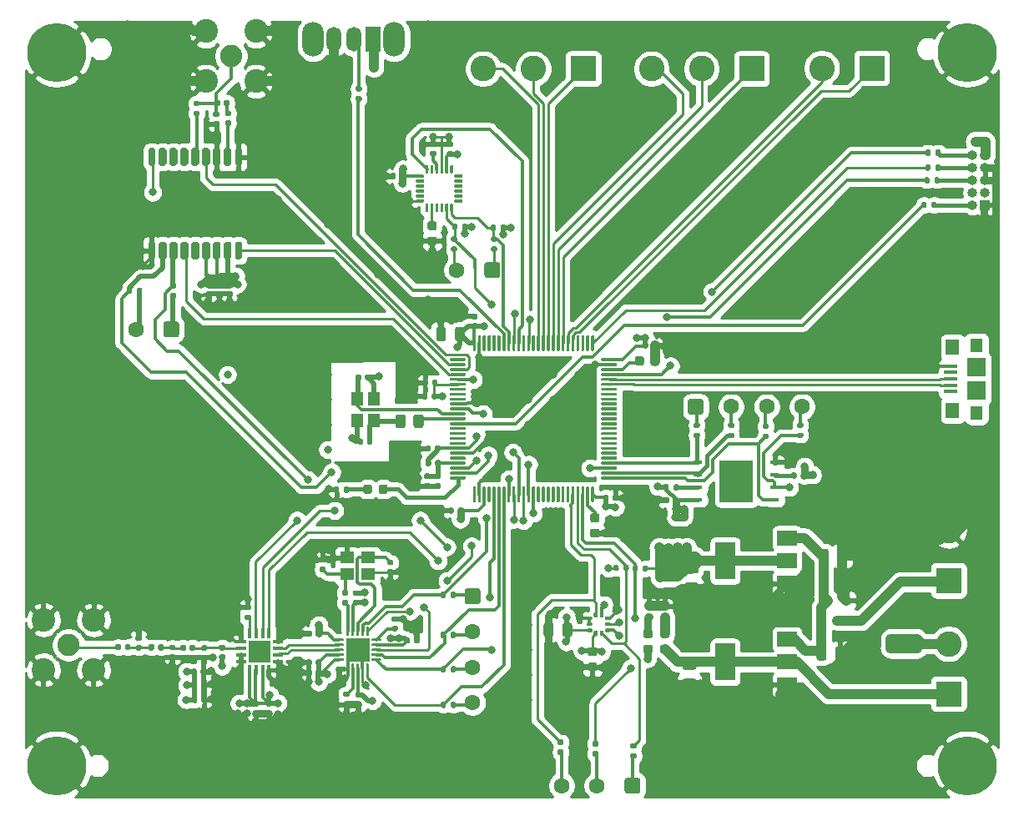
<source format=gbr>
%TF.GenerationSoftware,KiCad,Pcbnew,(5.1.8)-1*%
%TF.CreationDate,2021-01-18T01:00:06-05:00*%
%TF.ProjectId,Mercury,4d657263-7572-4792-9e6b-696361645f70,rev?*%
%TF.SameCoordinates,Original*%
%TF.FileFunction,Copper,L1,Top*%
%TF.FilePolarity,Positive*%
%FSLAX46Y46*%
G04 Gerber Fmt 4.6, Leading zero omitted, Abs format (unit mm)*
G04 Created by KiCad (PCBNEW (5.1.8)-1) date 2021-01-18 01:00:06*
%MOMM*%
%LPD*%
G01*
G04 APERTURE LIST*
%TA.AperFunction,ComponentPad*%
%ADD10C,1.600000*%
%TD*%
%TA.AperFunction,SMDPad,CuDef*%
%ADD11R,1.350000X0.400000*%
%TD*%
%TA.AperFunction,SMDPad,CuDef*%
%ADD12R,1.400000X1.600000*%
%TD*%
%TA.AperFunction,SMDPad,CuDef*%
%ADD13R,1.300000X1.450000*%
%TD*%
%TA.AperFunction,SMDPad,CuDef*%
%ADD14R,1.900000X1.900000*%
%TD*%
%TA.AperFunction,ComponentPad*%
%ADD15R,2.600000X2.600000*%
%TD*%
%TA.AperFunction,ComponentPad*%
%ADD16C,2.600000*%
%TD*%
%TA.AperFunction,ComponentPad*%
%ADD17C,6.000000*%
%TD*%
%TA.AperFunction,ComponentPad*%
%ADD18C,0.800000*%
%TD*%
%TA.AperFunction,ComponentPad*%
%ADD19O,1.000000X1.000000*%
%TD*%
%TA.AperFunction,ComponentPad*%
%ADD20R,1.000000X1.000000*%
%TD*%
%TA.AperFunction,ComponentPad*%
%ADD21C,2.250000*%
%TD*%
%TA.AperFunction,ComponentPad*%
%ADD22C,2.400000*%
%TD*%
%TA.AperFunction,SMDPad,CuDef*%
%ADD23R,0.800000X0.900000*%
%TD*%
%TA.AperFunction,ComponentPad*%
%ADD24O,2.200000X3.500000*%
%TD*%
%TA.AperFunction,ComponentPad*%
%ADD25O,1.500000X2.500000*%
%TD*%
%TA.AperFunction,ComponentPad*%
%ADD26R,1.500000X2.500000*%
%TD*%
%TA.AperFunction,SMDPad,CuDef*%
%ADD27R,2.000000X1.500000*%
%TD*%
%TA.AperFunction,SMDPad,CuDef*%
%ADD28R,2.000000X3.800000*%
%TD*%
%TA.AperFunction,SMDPad,CuDef*%
%ADD29R,3.400000X4.300000*%
%TD*%
%TA.AperFunction,SMDPad,CuDef*%
%ADD30R,0.940000X0.440000*%
%TD*%
%TA.AperFunction,SMDPad,CuDef*%
%ADD31R,2.400000X2.400000*%
%TD*%
%TA.AperFunction,SMDPad,CuDef*%
%ADD32R,2.160000X2.160000*%
%TD*%
%TA.AperFunction,SMDPad,CuDef*%
%ADD33R,0.990000X0.340000*%
%TD*%
%TA.AperFunction,SMDPad,CuDef*%
%ADD34R,0.340000X0.990000*%
%TD*%
%TA.AperFunction,SMDPad,CuDef*%
%ADD35R,1.200000X1.400000*%
%TD*%
%TA.AperFunction,SMDPad,CuDef*%
%ADD36R,1.400000X1.200000*%
%TD*%
%TA.AperFunction,ViaPad*%
%ADD37C,0.800000*%
%TD*%
%TA.AperFunction,Conductor*%
%ADD38C,0.300000*%
%TD*%
%TA.AperFunction,Conductor*%
%ADD39C,0.500000*%
%TD*%
%TA.AperFunction,Conductor*%
%ADD40C,0.400000*%
%TD*%
%TA.AperFunction,Conductor*%
%ADD41C,1.000000*%
%TD*%
%TA.AperFunction,Conductor*%
%ADD42C,0.250000*%
%TD*%
%TA.AperFunction,Conductor*%
%ADD43C,0.750000*%
%TD*%
%TA.AperFunction,Conductor*%
%ADD44C,0.293370*%
%TD*%
%TA.AperFunction,Conductor*%
%ADD45C,0.200000*%
%TD*%
%TA.AperFunction,Conductor*%
%ADD46C,0.261112*%
%TD*%
%TA.AperFunction,Conductor*%
%ADD47C,0.254000*%
%TD*%
%TA.AperFunction,Conductor*%
%ADD48C,0.100000*%
%TD*%
G04 APERTURE END LIST*
%TO.P,U1,100*%
%TO.N,+3V3*%
%TA.AperFunction,SMDPad,CuDef*%
G36*
G01*
X60451500Y-50881000D02*
X60451500Y-49431000D01*
G75*
G02*
X60526500Y-49356000I75000J0D01*
G01*
X60676500Y-49356000D01*
G75*
G02*
X60751500Y-49431000I0J-75000D01*
G01*
X60751500Y-50881000D01*
G75*
G02*
X60676500Y-50956000I-75000J0D01*
G01*
X60526500Y-50956000D01*
G75*
G02*
X60451500Y-50881000I0J75000D01*
G01*
G37*
%TD.AperFunction*%
%TO.P,U1,99*%
%TO.N,GND*%
%TA.AperFunction,SMDPad,CuDef*%
G36*
G01*
X60951500Y-50881000D02*
X60951500Y-49431000D01*
G75*
G02*
X61026500Y-49356000I75000J0D01*
G01*
X61176500Y-49356000D01*
G75*
G02*
X61251500Y-49431000I0J-75000D01*
G01*
X61251500Y-50881000D01*
G75*
G02*
X61176500Y-50956000I-75000J0D01*
G01*
X61026500Y-50956000D01*
G75*
G02*
X60951500Y-50881000I0J75000D01*
G01*
G37*
%TD.AperFunction*%
%TO.P,U1,98*%
%TO.N,Net-(U1-Pad98)*%
%TA.AperFunction,SMDPad,CuDef*%
G36*
G01*
X61451500Y-50881000D02*
X61451500Y-49431000D01*
G75*
G02*
X61526500Y-49356000I75000J0D01*
G01*
X61676500Y-49356000D01*
G75*
G02*
X61751500Y-49431000I0J-75000D01*
G01*
X61751500Y-50881000D01*
G75*
G02*
X61676500Y-50956000I-75000J0D01*
G01*
X61526500Y-50956000D01*
G75*
G02*
X61451500Y-50881000I0J75000D01*
G01*
G37*
%TD.AperFunction*%
%TO.P,U1,97*%
%TO.N,Net-(U1-Pad97)*%
%TA.AperFunction,SMDPad,CuDef*%
G36*
G01*
X61951500Y-50881000D02*
X61951500Y-49431000D01*
G75*
G02*
X62026500Y-49356000I75000J0D01*
G01*
X62176500Y-49356000D01*
G75*
G02*
X62251500Y-49431000I0J-75000D01*
G01*
X62251500Y-50881000D01*
G75*
G02*
X62176500Y-50956000I-75000J0D01*
G01*
X62026500Y-50956000D01*
G75*
G02*
X61951500Y-50881000I0J75000D01*
G01*
G37*
%TD.AperFunction*%
%TO.P,U1,96*%
%TO.N,Net-(U1-Pad96)*%
%TA.AperFunction,SMDPad,CuDef*%
G36*
G01*
X62451500Y-50881000D02*
X62451500Y-49431000D01*
G75*
G02*
X62526500Y-49356000I75000J0D01*
G01*
X62676500Y-49356000D01*
G75*
G02*
X62751500Y-49431000I0J-75000D01*
G01*
X62751500Y-50881000D01*
G75*
G02*
X62676500Y-50956000I-75000J0D01*
G01*
X62526500Y-50956000D01*
G75*
G02*
X62451500Y-50881000I0J75000D01*
G01*
G37*
%TD.AperFunction*%
%TO.P,U1,95*%
%TO.N,Net-(U1-Pad95)*%
%TA.AperFunction,SMDPad,CuDef*%
G36*
G01*
X62951500Y-50881000D02*
X62951500Y-49431000D01*
G75*
G02*
X63026500Y-49356000I75000J0D01*
G01*
X63176500Y-49356000D01*
G75*
G02*
X63251500Y-49431000I0J-75000D01*
G01*
X63251500Y-50881000D01*
G75*
G02*
X63176500Y-50956000I-75000J0D01*
G01*
X63026500Y-50956000D01*
G75*
G02*
X62951500Y-50881000I0J75000D01*
G01*
G37*
%TD.AperFunction*%
%TO.P,U1,94*%
%TO.N,BOOT0*%
%TA.AperFunction,SMDPad,CuDef*%
G36*
G01*
X63451500Y-50881000D02*
X63451500Y-49431000D01*
G75*
G02*
X63526500Y-49356000I75000J0D01*
G01*
X63676500Y-49356000D01*
G75*
G02*
X63751500Y-49431000I0J-75000D01*
G01*
X63751500Y-50881000D01*
G75*
G02*
X63676500Y-50956000I-75000J0D01*
G01*
X63526500Y-50956000D01*
G75*
G02*
X63451500Y-50881000I0J75000D01*
G01*
G37*
%TD.AperFunction*%
%TO.P,U1,93*%
%TO.N,I2C1_SDA*%
%TA.AperFunction,SMDPad,CuDef*%
G36*
G01*
X63951500Y-50881000D02*
X63951500Y-49431000D01*
G75*
G02*
X64026500Y-49356000I75000J0D01*
G01*
X64176500Y-49356000D01*
G75*
G02*
X64251500Y-49431000I0J-75000D01*
G01*
X64251500Y-50881000D01*
G75*
G02*
X64176500Y-50956000I-75000J0D01*
G01*
X64026500Y-50956000D01*
G75*
G02*
X63951500Y-50881000I0J75000D01*
G01*
G37*
%TD.AperFunction*%
%TO.P,U1,92*%
%TO.N,I2C1_SCL*%
%TA.AperFunction,SMDPad,CuDef*%
G36*
G01*
X64451500Y-50881000D02*
X64451500Y-49431000D01*
G75*
G02*
X64526500Y-49356000I75000J0D01*
G01*
X64676500Y-49356000D01*
G75*
G02*
X64751500Y-49431000I0J-75000D01*
G01*
X64751500Y-50881000D01*
G75*
G02*
X64676500Y-50956000I-75000J0D01*
G01*
X64526500Y-50956000D01*
G75*
G02*
X64451500Y-50881000I0J75000D01*
G01*
G37*
%TD.AperFunction*%
%TO.P,U1,91*%
%TO.N,IMU_INT*%
%TA.AperFunction,SMDPad,CuDef*%
G36*
G01*
X64951500Y-50881000D02*
X64951500Y-49431000D01*
G75*
G02*
X65026500Y-49356000I75000J0D01*
G01*
X65176500Y-49356000D01*
G75*
G02*
X65251500Y-49431000I0J-75000D01*
G01*
X65251500Y-50881000D01*
G75*
G02*
X65176500Y-50956000I-75000J0D01*
G01*
X65026500Y-50956000D01*
G75*
G02*
X64951500Y-50881000I0J75000D01*
G01*
G37*
%TD.AperFunction*%
%TO.P,U1,90*%
%TO.N,Net-(U1-Pad90)*%
%TA.AperFunction,SMDPad,CuDef*%
G36*
G01*
X65451500Y-50881000D02*
X65451500Y-49431000D01*
G75*
G02*
X65526500Y-49356000I75000J0D01*
G01*
X65676500Y-49356000D01*
G75*
G02*
X65751500Y-49431000I0J-75000D01*
G01*
X65751500Y-50881000D01*
G75*
G02*
X65676500Y-50956000I-75000J0D01*
G01*
X65526500Y-50956000D01*
G75*
G02*
X65451500Y-50881000I0J75000D01*
G01*
G37*
%TD.AperFunction*%
%TO.P,U1,89*%
%TO.N,SWO*%
%TA.AperFunction,SMDPad,CuDef*%
G36*
G01*
X65951500Y-50881000D02*
X65951500Y-49431000D01*
G75*
G02*
X66026500Y-49356000I75000J0D01*
G01*
X66176500Y-49356000D01*
G75*
G02*
X66251500Y-49431000I0J-75000D01*
G01*
X66251500Y-50881000D01*
G75*
G02*
X66176500Y-50956000I-75000J0D01*
G01*
X66026500Y-50956000D01*
G75*
G02*
X65951500Y-50881000I0J75000D01*
G01*
G37*
%TD.AperFunction*%
%TO.P,U1,88*%
%TO.N,Net-(U1-Pad88)*%
%TA.AperFunction,SMDPad,CuDef*%
G36*
G01*
X66451500Y-50881000D02*
X66451500Y-49431000D01*
G75*
G02*
X66526500Y-49356000I75000J0D01*
G01*
X66676500Y-49356000D01*
G75*
G02*
X66751500Y-49431000I0J-75000D01*
G01*
X66751500Y-50881000D01*
G75*
G02*
X66676500Y-50956000I-75000J0D01*
G01*
X66526500Y-50956000D01*
G75*
G02*
X66451500Y-50881000I0J75000D01*
G01*
G37*
%TD.AperFunction*%
%TO.P,U1,87*%
%TO.N,Input1*%
%TA.AperFunction,SMDPad,CuDef*%
G36*
G01*
X66951500Y-50881000D02*
X66951500Y-49431000D01*
G75*
G02*
X67026500Y-49356000I75000J0D01*
G01*
X67176500Y-49356000D01*
G75*
G02*
X67251500Y-49431000I0J-75000D01*
G01*
X67251500Y-50881000D01*
G75*
G02*
X67176500Y-50956000I-75000J0D01*
G01*
X67026500Y-50956000D01*
G75*
G02*
X66951500Y-50881000I0J75000D01*
G01*
G37*
%TD.AperFunction*%
%TO.P,U1,86*%
%TO.N,Input2*%
%TA.AperFunction,SMDPad,CuDef*%
G36*
G01*
X67451500Y-50881000D02*
X67451500Y-49431000D01*
G75*
G02*
X67526500Y-49356000I75000J0D01*
G01*
X67676500Y-49356000D01*
G75*
G02*
X67751500Y-49431000I0J-75000D01*
G01*
X67751500Y-50881000D01*
G75*
G02*
X67676500Y-50956000I-75000J0D01*
G01*
X67526500Y-50956000D01*
G75*
G02*
X67451500Y-50881000I0J75000D01*
G01*
G37*
%TD.AperFunction*%
%TO.P,U1,85*%
%TO.N,Input3*%
%TA.AperFunction,SMDPad,CuDef*%
G36*
G01*
X67951500Y-50881000D02*
X67951500Y-49431000D01*
G75*
G02*
X68026500Y-49356000I75000J0D01*
G01*
X68176500Y-49356000D01*
G75*
G02*
X68251500Y-49431000I0J-75000D01*
G01*
X68251500Y-50881000D01*
G75*
G02*
X68176500Y-50956000I-75000J0D01*
G01*
X68026500Y-50956000D01*
G75*
G02*
X67951500Y-50881000I0J75000D01*
G01*
G37*
%TD.AperFunction*%
%TO.P,U1,84*%
%TO.N,Output3*%
%TA.AperFunction,SMDPad,CuDef*%
G36*
G01*
X68451500Y-50881000D02*
X68451500Y-49431000D01*
G75*
G02*
X68526500Y-49356000I75000J0D01*
G01*
X68676500Y-49356000D01*
G75*
G02*
X68751500Y-49431000I0J-75000D01*
G01*
X68751500Y-50881000D01*
G75*
G02*
X68676500Y-50956000I-75000J0D01*
G01*
X68526500Y-50956000D01*
G75*
G02*
X68451500Y-50881000I0J75000D01*
G01*
G37*
%TD.AperFunction*%
%TO.P,U1,83*%
%TO.N,Output2*%
%TA.AperFunction,SMDPad,CuDef*%
G36*
G01*
X68951500Y-50881000D02*
X68951500Y-49431000D01*
G75*
G02*
X69026500Y-49356000I75000J0D01*
G01*
X69176500Y-49356000D01*
G75*
G02*
X69251500Y-49431000I0J-75000D01*
G01*
X69251500Y-50881000D01*
G75*
G02*
X69176500Y-50956000I-75000J0D01*
G01*
X69026500Y-50956000D01*
G75*
G02*
X68951500Y-50881000I0J75000D01*
G01*
G37*
%TD.AperFunction*%
%TO.P,U1,82*%
%TO.N,Output1*%
%TA.AperFunction,SMDPad,CuDef*%
G36*
G01*
X69451500Y-50881000D02*
X69451500Y-49431000D01*
G75*
G02*
X69526500Y-49356000I75000J0D01*
G01*
X69676500Y-49356000D01*
G75*
G02*
X69751500Y-49431000I0J-75000D01*
G01*
X69751500Y-50881000D01*
G75*
G02*
X69676500Y-50956000I-75000J0D01*
G01*
X69526500Y-50956000D01*
G75*
G02*
X69451500Y-50881000I0J75000D01*
G01*
G37*
%TD.AperFunction*%
%TO.P,U1,81*%
%TO.N,AGPIO1*%
%TA.AperFunction,SMDPad,CuDef*%
G36*
G01*
X69951500Y-50881000D02*
X69951500Y-49431000D01*
G75*
G02*
X70026500Y-49356000I75000J0D01*
G01*
X70176500Y-49356000D01*
G75*
G02*
X70251500Y-49431000I0J-75000D01*
G01*
X70251500Y-50881000D01*
G75*
G02*
X70176500Y-50956000I-75000J0D01*
G01*
X70026500Y-50956000D01*
G75*
G02*
X69951500Y-50881000I0J75000D01*
G01*
G37*
%TD.AperFunction*%
%TO.P,U1,80*%
%TO.N,AGPIO2*%
%TA.AperFunction,SMDPad,CuDef*%
G36*
G01*
X70451500Y-50881000D02*
X70451500Y-49431000D01*
G75*
G02*
X70526500Y-49356000I75000J0D01*
G01*
X70676500Y-49356000D01*
G75*
G02*
X70751500Y-49431000I0J-75000D01*
G01*
X70751500Y-50881000D01*
G75*
G02*
X70676500Y-50956000I-75000J0D01*
G01*
X70526500Y-50956000D01*
G75*
G02*
X70451500Y-50881000I0J75000D01*
G01*
G37*
%TD.AperFunction*%
%TO.P,U1,79*%
%TO.N,Net-(U1-Pad79)*%
%TA.AperFunction,SMDPad,CuDef*%
G36*
G01*
X70951500Y-50881000D02*
X70951500Y-49431000D01*
G75*
G02*
X71026500Y-49356000I75000J0D01*
G01*
X71176500Y-49356000D01*
G75*
G02*
X71251500Y-49431000I0J-75000D01*
G01*
X71251500Y-50881000D01*
G75*
G02*
X71176500Y-50956000I-75000J0D01*
G01*
X71026500Y-50956000D01*
G75*
G02*
X70951500Y-50881000I0J75000D01*
G01*
G37*
%TD.AperFunction*%
%TO.P,U1,78*%
%TO.N,Net-(U1-Pad78)*%
%TA.AperFunction,SMDPad,CuDef*%
G36*
G01*
X71451500Y-50881000D02*
X71451500Y-49431000D01*
G75*
G02*
X71526500Y-49356000I75000J0D01*
G01*
X71676500Y-49356000D01*
G75*
G02*
X71751500Y-49431000I0J-75000D01*
G01*
X71751500Y-50881000D01*
G75*
G02*
X71676500Y-50956000I-75000J0D01*
G01*
X71526500Y-50956000D01*
G75*
G02*
X71451500Y-50881000I0J75000D01*
G01*
G37*
%TD.AperFunction*%
%TO.P,U1,77*%
%TO.N,Net-(U1-Pad77)*%
%TA.AperFunction,SMDPad,CuDef*%
G36*
G01*
X71951500Y-50881000D02*
X71951500Y-49431000D01*
G75*
G02*
X72026500Y-49356000I75000J0D01*
G01*
X72176500Y-49356000D01*
G75*
G02*
X72251500Y-49431000I0J-75000D01*
G01*
X72251500Y-50881000D01*
G75*
G02*
X72176500Y-50956000I-75000J0D01*
G01*
X72026500Y-50956000D01*
G75*
G02*
X71951500Y-50881000I0J75000D01*
G01*
G37*
%TD.AperFunction*%
%TO.P,U1,76*%
%TO.N,SWCLK*%
%TA.AperFunction,SMDPad,CuDef*%
G36*
G01*
X72451500Y-50881000D02*
X72451500Y-49431000D01*
G75*
G02*
X72526500Y-49356000I75000J0D01*
G01*
X72676500Y-49356000D01*
G75*
G02*
X72751500Y-49431000I0J-75000D01*
G01*
X72751500Y-50881000D01*
G75*
G02*
X72676500Y-50956000I-75000J0D01*
G01*
X72526500Y-50956000D01*
G75*
G02*
X72451500Y-50881000I0J75000D01*
G01*
G37*
%TD.AperFunction*%
%TO.P,U1,75*%
%TO.N,+3V3*%
%TA.AperFunction,SMDPad,CuDef*%
G36*
G01*
X73476500Y-51906000D02*
X73476500Y-51756000D01*
G75*
G02*
X73551500Y-51681000I75000J0D01*
G01*
X75001500Y-51681000D01*
G75*
G02*
X75076500Y-51756000I0J-75000D01*
G01*
X75076500Y-51906000D01*
G75*
G02*
X75001500Y-51981000I-75000J0D01*
G01*
X73551500Y-51981000D01*
G75*
G02*
X73476500Y-51906000I0J75000D01*
G01*
G37*
%TD.AperFunction*%
%TO.P,U1,74*%
%TO.N,GND*%
%TA.AperFunction,SMDPad,CuDef*%
G36*
G01*
X73476500Y-52406000D02*
X73476500Y-52256000D01*
G75*
G02*
X73551500Y-52181000I75000J0D01*
G01*
X75001500Y-52181000D01*
G75*
G02*
X75076500Y-52256000I0J-75000D01*
G01*
X75076500Y-52406000D01*
G75*
G02*
X75001500Y-52481000I-75000J0D01*
G01*
X73551500Y-52481000D01*
G75*
G02*
X73476500Y-52406000I0J75000D01*
G01*
G37*
%TD.AperFunction*%
%TO.P,U1,73*%
%TO.N,VCAP_2*%
%TA.AperFunction,SMDPad,CuDef*%
G36*
G01*
X73476500Y-52906000D02*
X73476500Y-52756000D01*
G75*
G02*
X73551500Y-52681000I75000J0D01*
G01*
X75001500Y-52681000D01*
G75*
G02*
X75076500Y-52756000I0J-75000D01*
G01*
X75076500Y-52906000D01*
G75*
G02*
X75001500Y-52981000I-75000J0D01*
G01*
X73551500Y-52981000D01*
G75*
G02*
X73476500Y-52906000I0J75000D01*
G01*
G37*
%TD.AperFunction*%
%TO.P,U1,72*%
%TO.N,SWDIO*%
%TA.AperFunction,SMDPad,CuDef*%
G36*
G01*
X73476500Y-53406000D02*
X73476500Y-53256000D01*
G75*
G02*
X73551500Y-53181000I75000J0D01*
G01*
X75001500Y-53181000D01*
G75*
G02*
X75076500Y-53256000I0J-75000D01*
G01*
X75076500Y-53406000D01*
G75*
G02*
X75001500Y-53481000I-75000J0D01*
G01*
X73551500Y-53481000D01*
G75*
G02*
X73476500Y-53406000I0J75000D01*
G01*
G37*
%TD.AperFunction*%
%TO.P,U1,71*%
%TO.N,USB_D+*%
%TA.AperFunction,SMDPad,CuDef*%
G36*
G01*
X73476500Y-53906000D02*
X73476500Y-53756000D01*
G75*
G02*
X73551500Y-53681000I75000J0D01*
G01*
X75001500Y-53681000D01*
G75*
G02*
X75076500Y-53756000I0J-75000D01*
G01*
X75076500Y-53906000D01*
G75*
G02*
X75001500Y-53981000I-75000J0D01*
G01*
X73551500Y-53981000D01*
G75*
G02*
X73476500Y-53906000I0J75000D01*
G01*
G37*
%TD.AperFunction*%
%TO.P,U1,70*%
%TO.N,USB_D-*%
%TA.AperFunction,SMDPad,CuDef*%
G36*
G01*
X73476500Y-54406000D02*
X73476500Y-54256000D01*
G75*
G02*
X73551500Y-54181000I75000J0D01*
G01*
X75001500Y-54181000D01*
G75*
G02*
X75076500Y-54256000I0J-75000D01*
G01*
X75076500Y-54406000D01*
G75*
G02*
X75001500Y-54481000I-75000J0D01*
G01*
X73551500Y-54481000D01*
G75*
G02*
X73476500Y-54406000I0J75000D01*
G01*
G37*
%TD.AperFunction*%
%TO.P,U1,69*%
%TO.N,Net-(U1-Pad69)*%
%TA.AperFunction,SMDPad,CuDef*%
G36*
G01*
X73476500Y-54906000D02*
X73476500Y-54756000D01*
G75*
G02*
X73551500Y-54681000I75000J0D01*
G01*
X75001500Y-54681000D01*
G75*
G02*
X75076500Y-54756000I0J-75000D01*
G01*
X75076500Y-54906000D01*
G75*
G02*
X75001500Y-54981000I-75000J0D01*
G01*
X73551500Y-54981000D01*
G75*
G02*
X73476500Y-54906000I0J75000D01*
G01*
G37*
%TD.AperFunction*%
%TO.P,U1,68*%
%TO.N,Net-(U1-Pad68)*%
%TA.AperFunction,SMDPad,CuDef*%
G36*
G01*
X73476500Y-55406000D02*
X73476500Y-55256000D01*
G75*
G02*
X73551500Y-55181000I75000J0D01*
G01*
X75001500Y-55181000D01*
G75*
G02*
X75076500Y-55256000I0J-75000D01*
G01*
X75076500Y-55406000D01*
G75*
G02*
X75001500Y-55481000I-75000J0D01*
G01*
X73551500Y-55481000D01*
G75*
G02*
X73476500Y-55406000I0J75000D01*
G01*
G37*
%TD.AperFunction*%
%TO.P,U1,67*%
%TO.N,Net-(U1-Pad67)*%
%TA.AperFunction,SMDPad,CuDef*%
G36*
G01*
X73476500Y-55906000D02*
X73476500Y-55756000D01*
G75*
G02*
X73551500Y-55681000I75000J0D01*
G01*
X75001500Y-55681000D01*
G75*
G02*
X75076500Y-55756000I0J-75000D01*
G01*
X75076500Y-55906000D01*
G75*
G02*
X75001500Y-55981000I-75000J0D01*
G01*
X73551500Y-55981000D01*
G75*
G02*
X73476500Y-55906000I0J75000D01*
G01*
G37*
%TD.AperFunction*%
%TO.P,U1,66*%
%TO.N,Net-(U1-Pad66)*%
%TA.AperFunction,SMDPad,CuDef*%
G36*
G01*
X73476500Y-56406000D02*
X73476500Y-56256000D01*
G75*
G02*
X73551500Y-56181000I75000J0D01*
G01*
X75001500Y-56181000D01*
G75*
G02*
X75076500Y-56256000I0J-75000D01*
G01*
X75076500Y-56406000D01*
G75*
G02*
X75001500Y-56481000I-75000J0D01*
G01*
X73551500Y-56481000D01*
G75*
G02*
X73476500Y-56406000I0J75000D01*
G01*
G37*
%TD.AperFunction*%
%TO.P,U1,65*%
%TO.N,Net-(U1-Pad65)*%
%TA.AperFunction,SMDPad,CuDef*%
G36*
G01*
X73476500Y-56906000D02*
X73476500Y-56756000D01*
G75*
G02*
X73551500Y-56681000I75000J0D01*
G01*
X75001500Y-56681000D01*
G75*
G02*
X75076500Y-56756000I0J-75000D01*
G01*
X75076500Y-56906000D01*
G75*
G02*
X75001500Y-56981000I-75000J0D01*
G01*
X73551500Y-56981000D01*
G75*
G02*
X73476500Y-56906000I0J75000D01*
G01*
G37*
%TD.AperFunction*%
%TO.P,U1,64*%
%TO.N,Net-(U1-Pad64)*%
%TA.AperFunction,SMDPad,CuDef*%
G36*
G01*
X73476500Y-57406000D02*
X73476500Y-57256000D01*
G75*
G02*
X73551500Y-57181000I75000J0D01*
G01*
X75001500Y-57181000D01*
G75*
G02*
X75076500Y-57256000I0J-75000D01*
G01*
X75076500Y-57406000D01*
G75*
G02*
X75001500Y-57481000I-75000J0D01*
G01*
X73551500Y-57481000D01*
G75*
G02*
X73476500Y-57406000I0J75000D01*
G01*
G37*
%TD.AperFunction*%
%TO.P,U1,63*%
%TO.N,Net-(U1-Pad63)*%
%TA.AperFunction,SMDPad,CuDef*%
G36*
G01*
X73476500Y-57906000D02*
X73476500Y-57756000D01*
G75*
G02*
X73551500Y-57681000I75000J0D01*
G01*
X75001500Y-57681000D01*
G75*
G02*
X75076500Y-57756000I0J-75000D01*
G01*
X75076500Y-57906000D01*
G75*
G02*
X75001500Y-57981000I-75000J0D01*
G01*
X73551500Y-57981000D01*
G75*
G02*
X73476500Y-57906000I0J75000D01*
G01*
G37*
%TD.AperFunction*%
%TO.P,U1,62*%
%TO.N,Net-(U1-Pad62)*%
%TA.AperFunction,SMDPad,CuDef*%
G36*
G01*
X73476500Y-58406000D02*
X73476500Y-58256000D01*
G75*
G02*
X73551500Y-58181000I75000J0D01*
G01*
X75001500Y-58181000D01*
G75*
G02*
X75076500Y-58256000I0J-75000D01*
G01*
X75076500Y-58406000D01*
G75*
G02*
X75001500Y-58481000I-75000J0D01*
G01*
X73551500Y-58481000D01*
G75*
G02*
X73476500Y-58406000I0J75000D01*
G01*
G37*
%TD.AperFunction*%
%TO.P,U1,61*%
%TO.N,Net-(U1-Pad61)*%
%TA.AperFunction,SMDPad,CuDef*%
G36*
G01*
X73476500Y-58906000D02*
X73476500Y-58756000D01*
G75*
G02*
X73551500Y-58681000I75000J0D01*
G01*
X75001500Y-58681000D01*
G75*
G02*
X75076500Y-58756000I0J-75000D01*
G01*
X75076500Y-58906000D01*
G75*
G02*
X75001500Y-58981000I-75000J0D01*
G01*
X73551500Y-58981000D01*
G75*
G02*
X73476500Y-58906000I0J75000D01*
G01*
G37*
%TD.AperFunction*%
%TO.P,U1,60*%
%TO.N,Net-(U1-Pad60)*%
%TA.AperFunction,SMDPad,CuDef*%
G36*
G01*
X73476500Y-59406000D02*
X73476500Y-59256000D01*
G75*
G02*
X73551500Y-59181000I75000J0D01*
G01*
X75001500Y-59181000D01*
G75*
G02*
X75076500Y-59256000I0J-75000D01*
G01*
X75076500Y-59406000D01*
G75*
G02*
X75001500Y-59481000I-75000J0D01*
G01*
X73551500Y-59481000D01*
G75*
G02*
X73476500Y-59406000I0J75000D01*
G01*
G37*
%TD.AperFunction*%
%TO.P,U1,59*%
%TO.N,Net-(U1-Pad59)*%
%TA.AperFunction,SMDPad,CuDef*%
G36*
G01*
X73476500Y-59906000D02*
X73476500Y-59756000D01*
G75*
G02*
X73551500Y-59681000I75000J0D01*
G01*
X75001500Y-59681000D01*
G75*
G02*
X75076500Y-59756000I0J-75000D01*
G01*
X75076500Y-59906000D01*
G75*
G02*
X75001500Y-59981000I-75000J0D01*
G01*
X73551500Y-59981000D01*
G75*
G02*
X73476500Y-59906000I0J75000D01*
G01*
G37*
%TD.AperFunction*%
%TO.P,U1,58*%
%TO.N,Net-(U1-Pad58)*%
%TA.AperFunction,SMDPad,CuDef*%
G36*
G01*
X73476500Y-60406000D02*
X73476500Y-60256000D01*
G75*
G02*
X73551500Y-60181000I75000J0D01*
G01*
X75001500Y-60181000D01*
G75*
G02*
X75076500Y-60256000I0J-75000D01*
G01*
X75076500Y-60406000D01*
G75*
G02*
X75001500Y-60481000I-75000J0D01*
G01*
X73551500Y-60481000D01*
G75*
G02*
X73476500Y-60406000I0J75000D01*
G01*
G37*
%TD.AperFunction*%
%TO.P,U1,57*%
%TO.N,Net-(U1-Pad57)*%
%TA.AperFunction,SMDPad,CuDef*%
G36*
G01*
X73476500Y-60906000D02*
X73476500Y-60756000D01*
G75*
G02*
X73551500Y-60681000I75000J0D01*
G01*
X75001500Y-60681000D01*
G75*
G02*
X75076500Y-60756000I0J-75000D01*
G01*
X75076500Y-60906000D01*
G75*
G02*
X75001500Y-60981000I-75000J0D01*
G01*
X73551500Y-60981000D01*
G75*
G02*
X73476500Y-60906000I0J75000D01*
G01*
G37*
%TD.AperFunction*%
%TO.P,U1,56*%
%TO.N,Net-(U1-Pad56)*%
%TA.AperFunction,SMDPad,CuDef*%
G36*
G01*
X73476500Y-61406000D02*
X73476500Y-61256000D01*
G75*
G02*
X73551500Y-61181000I75000J0D01*
G01*
X75001500Y-61181000D01*
G75*
G02*
X75076500Y-61256000I0J-75000D01*
G01*
X75076500Y-61406000D01*
G75*
G02*
X75001500Y-61481000I-75000J0D01*
G01*
X73551500Y-61481000D01*
G75*
G02*
X73476500Y-61406000I0J75000D01*
G01*
G37*
%TD.AperFunction*%
%TO.P,U1,55*%
%TO.N,Net-(U1-Pad55)*%
%TA.AperFunction,SMDPad,CuDef*%
G36*
G01*
X73476500Y-61906000D02*
X73476500Y-61756000D01*
G75*
G02*
X73551500Y-61681000I75000J0D01*
G01*
X75001500Y-61681000D01*
G75*
G02*
X75076500Y-61756000I0J-75000D01*
G01*
X75076500Y-61906000D01*
G75*
G02*
X75001500Y-61981000I-75000J0D01*
G01*
X73551500Y-61981000D01*
G75*
G02*
X73476500Y-61906000I0J75000D01*
G01*
G37*
%TD.AperFunction*%
%TO.P,U1,54*%
%TO.N,SPI2_MOSI*%
%TA.AperFunction,SMDPad,CuDef*%
G36*
G01*
X73476500Y-62406000D02*
X73476500Y-62256000D01*
G75*
G02*
X73551500Y-62181000I75000J0D01*
G01*
X75001500Y-62181000D01*
G75*
G02*
X75076500Y-62256000I0J-75000D01*
G01*
X75076500Y-62406000D01*
G75*
G02*
X75001500Y-62481000I-75000J0D01*
G01*
X73551500Y-62481000D01*
G75*
G02*
X73476500Y-62406000I0J75000D01*
G01*
G37*
%TD.AperFunction*%
%TO.P,U1,53*%
%TO.N,SPI2_MISO*%
%TA.AperFunction,SMDPad,CuDef*%
G36*
G01*
X73476500Y-62906000D02*
X73476500Y-62756000D01*
G75*
G02*
X73551500Y-62681000I75000J0D01*
G01*
X75001500Y-62681000D01*
G75*
G02*
X75076500Y-62756000I0J-75000D01*
G01*
X75076500Y-62906000D01*
G75*
G02*
X75001500Y-62981000I-75000J0D01*
G01*
X73551500Y-62981000D01*
G75*
G02*
X73476500Y-62906000I0J75000D01*
G01*
G37*
%TD.AperFunction*%
%TO.P,U1,52*%
%TO.N,SPI2_SCK*%
%TA.AperFunction,SMDPad,CuDef*%
G36*
G01*
X73476500Y-63406000D02*
X73476500Y-63256000D01*
G75*
G02*
X73551500Y-63181000I75000J0D01*
G01*
X75001500Y-63181000D01*
G75*
G02*
X75076500Y-63256000I0J-75000D01*
G01*
X75076500Y-63406000D01*
G75*
G02*
X75001500Y-63481000I-75000J0D01*
G01*
X73551500Y-63481000D01*
G75*
G02*
X73476500Y-63406000I0J75000D01*
G01*
G37*
%TD.AperFunction*%
%TO.P,U1,51*%
%TO.N,FLASH_CS*%
%TA.AperFunction,SMDPad,CuDef*%
G36*
G01*
X73476500Y-63906000D02*
X73476500Y-63756000D01*
G75*
G02*
X73551500Y-63681000I75000J0D01*
G01*
X75001500Y-63681000D01*
G75*
G02*
X75076500Y-63756000I0J-75000D01*
G01*
X75076500Y-63906000D01*
G75*
G02*
X75001500Y-63981000I-75000J0D01*
G01*
X73551500Y-63981000D01*
G75*
G02*
X73476500Y-63906000I0J75000D01*
G01*
G37*
%TD.AperFunction*%
%TO.P,U1,50*%
%TO.N,+3V3*%
%TA.AperFunction,SMDPad,CuDef*%
G36*
G01*
X72451500Y-66231000D02*
X72451500Y-64781000D01*
G75*
G02*
X72526500Y-64706000I75000J0D01*
G01*
X72676500Y-64706000D01*
G75*
G02*
X72751500Y-64781000I0J-75000D01*
G01*
X72751500Y-66231000D01*
G75*
G02*
X72676500Y-66306000I-75000J0D01*
G01*
X72526500Y-66306000D01*
G75*
G02*
X72451500Y-66231000I0J75000D01*
G01*
G37*
%TD.AperFunction*%
%TO.P,U1,49*%
%TO.N,VCAP_1*%
%TA.AperFunction,SMDPad,CuDef*%
G36*
G01*
X71951500Y-66231000D02*
X71951500Y-64781000D01*
G75*
G02*
X72026500Y-64706000I75000J0D01*
G01*
X72176500Y-64706000D01*
G75*
G02*
X72251500Y-64781000I0J-75000D01*
G01*
X72251500Y-66231000D01*
G75*
G02*
X72176500Y-66306000I-75000J0D01*
G01*
X72026500Y-66306000D01*
G75*
G02*
X71951500Y-66231000I0J75000D01*
G01*
G37*
%TD.AperFunction*%
%TO.P,U1,48*%
%TO.N,I2C2_SDA*%
%TA.AperFunction,SMDPad,CuDef*%
G36*
G01*
X71451500Y-66231000D02*
X71451500Y-64781000D01*
G75*
G02*
X71526500Y-64706000I75000J0D01*
G01*
X71676500Y-64706000D01*
G75*
G02*
X71751500Y-64781000I0J-75000D01*
G01*
X71751500Y-66231000D01*
G75*
G02*
X71676500Y-66306000I-75000J0D01*
G01*
X71526500Y-66306000D01*
G75*
G02*
X71451500Y-66231000I0J75000D01*
G01*
G37*
%TD.AperFunction*%
%TO.P,U1,47*%
%TO.N,I2C2_SCL*%
%TA.AperFunction,SMDPad,CuDef*%
G36*
G01*
X70951500Y-66231000D02*
X70951500Y-64781000D01*
G75*
G02*
X71026500Y-64706000I75000J0D01*
G01*
X71176500Y-64706000D01*
G75*
G02*
X71251500Y-64781000I0J-75000D01*
G01*
X71251500Y-66231000D01*
G75*
G02*
X71176500Y-66306000I-75000J0D01*
G01*
X71026500Y-66306000D01*
G75*
G02*
X70951500Y-66231000I0J75000D01*
G01*
G37*
%TD.AperFunction*%
%TO.P,U1,46*%
%TO.N,ALT_INT_1*%
%TA.AperFunction,SMDPad,CuDef*%
G36*
G01*
X70451500Y-66231000D02*
X70451500Y-64781000D01*
G75*
G02*
X70526500Y-64706000I75000J0D01*
G01*
X70676500Y-64706000D01*
G75*
G02*
X70751500Y-64781000I0J-75000D01*
G01*
X70751500Y-66231000D01*
G75*
G02*
X70676500Y-66306000I-75000J0D01*
G01*
X70526500Y-66306000D01*
G75*
G02*
X70451500Y-66231000I0J75000D01*
G01*
G37*
%TD.AperFunction*%
%TO.P,U1,45*%
%TO.N,Net-(U1-Pad45)*%
%TA.AperFunction,SMDPad,CuDef*%
G36*
G01*
X69951500Y-66231000D02*
X69951500Y-64781000D01*
G75*
G02*
X70026500Y-64706000I75000J0D01*
G01*
X70176500Y-64706000D01*
G75*
G02*
X70251500Y-64781000I0J-75000D01*
G01*
X70251500Y-66231000D01*
G75*
G02*
X70176500Y-66306000I-75000J0D01*
G01*
X70026500Y-66306000D01*
G75*
G02*
X69951500Y-66231000I0J75000D01*
G01*
G37*
%TD.AperFunction*%
%TO.P,U1,44*%
%TO.N,Net-(U1-Pad44)*%
%TA.AperFunction,SMDPad,CuDef*%
G36*
G01*
X69451500Y-66231000D02*
X69451500Y-64781000D01*
G75*
G02*
X69526500Y-64706000I75000J0D01*
G01*
X69676500Y-64706000D01*
G75*
G02*
X69751500Y-64781000I0J-75000D01*
G01*
X69751500Y-66231000D01*
G75*
G02*
X69676500Y-66306000I-75000J0D01*
G01*
X69526500Y-66306000D01*
G75*
G02*
X69451500Y-66231000I0J75000D01*
G01*
G37*
%TD.AperFunction*%
%TO.P,U1,43*%
%TO.N,Net-(U1-Pad43)*%
%TA.AperFunction,SMDPad,CuDef*%
G36*
G01*
X68951500Y-66231000D02*
X68951500Y-64781000D01*
G75*
G02*
X69026500Y-64706000I75000J0D01*
G01*
X69176500Y-64706000D01*
G75*
G02*
X69251500Y-64781000I0J-75000D01*
G01*
X69251500Y-66231000D01*
G75*
G02*
X69176500Y-66306000I-75000J0D01*
G01*
X69026500Y-66306000D01*
G75*
G02*
X68951500Y-66231000I0J75000D01*
G01*
G37*
%TD.AperFunction*%
%TO.P,U1,42*%
%TO.N,Net-(U1-Pad42)*%
%TA.AperFunction,SMDPad,CuDef*%
G36*
G01*
X68451500Y-66231000D02*
X68451500Y-64781000D01*
G75*
G02*
X68526500Y-64706000I75000J0D01*
G01*
X68676500Y-64706000D01*
G75*
G02*
X68751500Y-64781000I0J-75000D01*
G01*
X68751500Y-66231000D01*
G75*
G02*
X68676500Y-66306000I-75000J0D01*
G01*
X68526500Y-66306000D01*
G75*
G02*
X68451500Y-66231000I0J75000D01*
G01*
G37*
%TD.AperFunction*%
%TO.P,U1,41*%
%TO.N,Net-(U1-Pad41)*%
%TA.AperFunction,SMDPad,CuDef*%
G36*
G01*
X67951500Y-66231000D02*
X67951500Y-64781000D01*
G75*
G02*
X68026500Y-64706000I75000J0D01*
G01*
X68176500Y-64706000D01*
G75*
G02*
X68251500Y-64781000I0J-75000D01*
G01*
X68251500Y-66231000D01*
G75*
G02*
X68176500Y-66306000I-75000J0D01*
G01*
X68026500Y-66306000D01*
G75*
G02*
X67951500Y-66231000I0J75000D01*
G01*
G37*
%TD.AperFunction*%
%TO.P,U1,40*%
%TO.N,Net-(U1-Pad40)*%
%TA.AperFunction,SMDPad,CuDef*%
G36*
G01*
X67451500Y-66231000D02*
X67451500Y-64781000D01*
G75*
G02*
X67526500Y-64706000I75000J0D01*
G01*
X67676500Y-64706000D01*
G75*
G02*
X67751500Y-64781000I0J-75000D01*
G01*
X67751500Y-66231000D01*
G75*
G02*
X67676500Y-66306000I-75000J0D01*
G01*
X67526500Y-66306000D01*
G75*
G02*
X67451500Y-66231000I0J75000D01*
G01*
G37*
%TD.AperFunction*%
%TO.P,U1,39*%
%TO.N,Net-(U1-Pad39)*%
%TA.AperFunction,SMDPad,CuDef*%
G36*
G01*
X66951500Y-66231000D02*
X66951500Y-64781000D01*
G75*
G02*
X67026500Y-64706000I75000J0D01*
G01*
X67176500Y-64706000D01*
G75*
G02*
X67251500Y-64781000I0J-75000D01*
G01*
X67251500Y-66231000D01*
G75*
G02*
X67176500Y-66306000I-75000J0D01*
G01*
X67026500Y-66306000D01*
G75*
G02*
X66951500Y-66231000I0J75000D01*
G01*
G37*
%TD.AperFunction*%
%TO.P,U1,38*%
%TO.N,RF_GPO0*%
%TA.AperFunction,SMDPad,CuDef*%
G36*
G01*
X66451500Y-66231000D02*
X66451500Y-64781000D01*
G75*
G02*
X66526500Y-64706000I75000J0D01*
G01*
X66676500Y-64706000D01*
G75*
G02*
X66751500Y-64781000I0J-75000D01*
G01*
X66751500Y-66231000D01*
G75*
G02*
X66676500Y-66306000I-75000J0D01*
G01*
X66526500Y-66306000D01*
G75*
G02*
X66451500Y-66231000I0J75000D01*
G01*
G37*
%TD.AperFunction*%
%TO.P,U1,37*%
%TO.N,RF_GPO1*%
%TA.AperFunction,SMDPad,CuDef*%
G36*
G01*
X65951500Y-66231000D02*
X65951500Y-64781000D01*
G75*
G02*
X66026500Y-64706000I75000J0D01*
G01*
X66176500Y-64706000D01*
G75*
G02*
X66251500Y-64781000I0J-75000D01*
G01*
X66251500Y-66231000D01*
G75*
G02*
X66176500Y-66306000I-75000J0D01*
G01*
X66026500Y-66306000D01*
G75*
G02*
X65951500Y-66231000I0J75000D01*
G01*
G37*
%TD.AperFunction*%
%TO.P,U1,36*%
%TO.N,RF_PA_EN*%
%TA.AperFunction,SMDPad,CuDef*%
G36*
G01*
X65451500Y-66231000D02*
X65451500Y-64781000D01*
G75*
G02*
X65526500Y-64706000I75000J0D01*
G01*
X65676500Y-64706000D01*
G75*
G02*
X65751500Y-64781000I0J-75000D01*
G01*
X65751500Y-66231000D01*
G75*
G02*
X65676500Y-66306000I-75000J0D01*
G01*
X65526500Y-66306000D01*
G75*
G02*
X65451500Y-66231000I0J75000D01*
G01*
G37*
%TD.AperFunction*%
%TO.P,U1,35*%
%TO.N,RF_LNA_EN*%
%TA.AperFunction,SMDPad,CuDef*%
G36*
G01*
X64951500Y-66231000D02*
X64951500Y-64781000D01*
G75*
G02*
X65026500Y-64706000I75000J0D01*
G01*
X65176500Y-64706000D01*
G75*
G02*
X65251500Y-64781000I0J-75000D01*
G01*
X65251500Y-66231000D01*
G75*
G02*
X65176500Y-66306000I-75000J0D01*
G01*
X65026500Y-66306000D01*
G75*
G02*
X64951500Y-66231000I0J75000D01*
G01*
G37*
%TD.AperFunction*%
%TO.P,U1,34*%
%TO.N,RF_HGM*%
%TA.AperFunction,SMDPad,CuDef*%
G36*
G01*
X64451500Y-66231000D02*
X64451500Y-64781000D01*
G75*
G02*
X64526500Y-64706000I75000J0D01*
G01*
X64676500Y-64706000D01*
G75*
G02*
X64751500Y-64781000I0J-75000D01*
G01*
X64751500Y-66231000D01*
G75*
G02*
X64676500Y-66306000I-75000J0D01*
G01*
X64526500Y-66306000D01*
G75*
G02*
X64451500Y-66231000I0J75000D01*
G01*
G37*
%TD.AperFunction*%
%TO.P,U1,33*%
%TO.N,RF_CS*%
%TA.AperFunction,SMDPad,CuDef*%
G36*
G01*
X63951500Y-66231000D02*
X63951500Y-64781000D01*
G75*
G02*
X64026500Y-64706000I75000J0D01*
G01*
X64176500Y-64706000D01*
G75*
G02*
X64251500Y-64781000I0J-75000D01*
G01*
X64251500Y-66231000D01*
G75*
G02*
X64176500Y-66306000I-75000J0D01*
G01*
X64026500Y-66306000D01*
G75*
G02*
X63951500Y-66231000I0J75000D01*
G01*
G37*
%TD.AperFunction*%
%TO.P,U1,32*%
%TO.N,SPI1_MOSI*%
%TA.AperFunction,SMDPad,CuDef*%
G36*
G01*
X63451500Y-66231000D02*
X63451500Y-64781000D01*
G75*
G02*
X63526500Y-64706000I75000J0D01*
G01*
X63676500Y-64706000D01*
G75*
G02*
X63751500Y-64781000I0J-75000D01*
G01*
X63751500Y-66231000D01*
G75*
G02*
X63676500Y-66306000I-75000J0D01*
G01*
X63526500Y-66306000D01*
G75*
G02*
X63451500Y-66231000I0J75000D01*
G01*
G37*
%TD.AperFunction*%
%TO.P,U1,31*%
%TO.N,SPI1_MISO*%
%TA.AperFunction,SMDPad,CuDef*%
G36*
G01*
X62951500Y-66231000D02*
X62951500Y-64781000D01*
G75*
G02*
X63026500Y-64706000I75000J0D01*
G01*
X63176500Y-64706000D01*
G75*
G02*
X63251500Y-64781000I0J-75000D01*
G01*
X63251500Y-66231000D01*
G75*
G02*
X63176500Y-66306000I-75000J0D01*
G01*
X63026500Y-66306000D01*
G75*
G02*
X62951500Y-66231000I0J75000D01*
G01*
G37*
%TD.AperFunction*%
%TO.P,U1,30*%
%TO.N,SPI1_SCK*%
%TA.AperFunction,SMDPad,CuDef*%
G36*
G01*
X62451500Y-66231000D02*
X62451500Y-64781000D01*
G75*
G02*
X62526500Y-64706000I75000J0D01*
G01*
X62676500Y-64706000D01*
G75*
G02*
X62751500Y-64781000I0J-75000D01*
G01*
X62751500Y-66231000D01*
G75*
G02*
X62676500Y-66306000I-75000J0D01*
G01*
X62526500Y-66306000D01*
G75*
G02*
X62451500Y-66231000I0J75000D01*
G01*
G37*
%TD.AperFunction*%
%TO.P,U1,29*%
%TO.N,Net-(U1-Pad29)*%
%TA.AperFunction,SMDPad,CuDef*%
G36*
G01*
X61951500Y-66231000D02*
X61951500Y-64781000D01*
G75*
G02*
X62026500Y-64706000I75000J0D01*
G01*
X62176500Y-64706000D01*
G75*
G02*
X62251500Y-64781000I0J-75000D01*
G01*
X62251500Y-66231000D01*
G75*
G02*
X62176500Y-66306000I-75000J0D01*
G01*
X62026500Y-66306000D01*
G75*
G02*
X61951500Y-66231000I0J75000D01*
G01*
G37*
%TD.AperFunction*%
%TO.P,U1,28*%
%TO.N,+3V3*%
%TA.AperFunction,SMDPad,CuDef*%
G36*
G01*
X61451500Y-66231000D02*
X61451500Y-64781000D01*
G75*
G02*
X61526500Y-64706000I75000J0D01*
G01*
X61676500Y-64706000D01*
G75*
G02*
X61751500Y-64781000I0J-75000D01*
G01*
X61751500Y-66231000D01*
G75*
G02*
X61676500Y-66306000I-75000J0D01*
G01*
X61526500Y-66306000D01*
G75*
G02*
X61451500Y-66231000I0J75000D01*
G01*
G37*
%TD.AperFunction*%
%TO.P,U1,27*%
%TO.N,GND*%
%TA.AperFunction,SMDPad,CuDef*%
G36*
G01*
X60951500Y-66231000D02*
X60951500Y-64781000D01*
G75*
G02*
X61026500Y-64706000I75000J0D01*
G01*
X61176500Y-64706000D01*
G75*
G02*
X61251500Y-64781000I0J-75000D01*
G01*
X61251500Y-66231000D01*
G75*
G02*
X61176500Y-66306000I-75000J0D01*
G01*
X61026500Y-66306000D01*
G75*
G02*
X60951500Y-66231000I0J75000D01*
G01*
G37*
%TD.AperFunction*%
%TO.P,U1,26*%
%TO.N,Net-(U1-Pad26)*%
%TA.AperFunction,SMDPad,CuDef*%
G36*
G01*
X60451500Y-66231000D02*
X60451500Y-64781000D01*
G75*
G02*
X60526500Y-64706000I75000J0D01*
G01*
X60676500Y-64706000D01*
G75*
G02*
X60751500Y-64781000I0J-75000D01*
G01*
X60751500Y-66231000D01*
G75*
G02*
X60676500Y-66306000I-75000J0D01*
G01*
X60526500Y-66306000D01*
G75*
G02*
X60451500Y-66231000I0J75000D01*
G01*
G37*
%TD.AperFunction*%
%TO.P,U1,25*%
%TO.N,STATUS_LED*%
%TA.AperFunction,SMDPad,CuDef*%
G36*
G01*
X58126500Y-63906000D02*
X58126500Y-63756000D01*
G75*
G02*
X58201500Y-63681000I75000J0D01*
G01*
X59651500Y-63681000D01*
G75*
G02*
X59726500Y-63756000I0J-75000D01*
G01*
X59726500Y-63906000D01*
G75*
G02*
X59651500Y-63981000I-75000J0D01*
G01*
X58201500Y-63981000D01*
G75*
G02*
X58126500Y-63906000I0J75000D01*
G01*
G37*
%TD.AperFunction*%
%TO.P,U1,24*%
%TO.N,UART1_RX*%
%TA.AperFunction,SMDPad,CuDef*%
G36*
G01*
X58126500Y-63406000D02*
X58126500Y-63256000D01*
G75*
G02*
X58201500Y-63181000I75000J0D01*
G01*
X59651500Y-63181000D01*
G75*
G02*
X59726500Y-63256000I0J-75000D01*
G01*
X59726500Y-63406000D01*
G75*
G02*
X59651500Y-63481000I-75000J0D01*
G01*
X58201500Y-63481000D01*
G75*
G02*
X58126500Y-63406000I0J75000D01*
G01*
G37*
%TD.AperFunction*%
%TO.P,U1,23*%
%TO.N,UART1_TX*%
%TA.AperFunction,SMDPad,CuDef*%
G36*
G01*
X58126500Y-62906000D02*
X58126500Y-62756000D01*
G75*
G02*
X58201500Y-62681000I75000J0D01*
G01*
X59651500Y-62681000D01*
G75*
G02*
X59726500Y-62756000I0J-75000D01*
G01*
X59726500Y-62906000D01*
G75*
G02*
X59651500Y-62981000I-75000J0D01*
G01*
X58201500Y-62981000D01*
G75*
G02*
X58126500Y-62906000I0J75000D01*
G01*
G37*
%TD.AperFunction*%
%TO.P,U1,22*%
%TO.N,+3.3VA*%
%TA.AperFunction,SMDPad,CuDef*%
G36*
G01*
X58126500Y-62406000D02*
X58126500Y-62256000D01*
G75*
G02*
X58201500Y-62181000I75000J0D01*
G01*
X59651500Y-62181000D01*
G75*
G02*
X59726500Y-62256000I0J-75000D01*
G01*
X59726500Y-62406000D01*
G75*
G02*
X59651500Y-62481000I-75000J0D01*
G01*
X58201500Y-62481000D01*
G75*
G02*
X58126500Y-62406000I0J75000D01*
G01*
G37*
%TD.AperFunction*%
%TO.P,U1,21*%
%TO.N,Net-(U1-Pad21)*%
%TA.AperFunction,SMDPad,CuDef*%
G36*
G01*
X58126500Y-61906000D02*
X58126500Y-61756000D01*
G75*
G02*
X58201500Y-61681000I75000J0D01*
G01*
X59651500Y-61681000D01*
G75*
G02*
X59726500Y-61756000I0J-75000D01*
G01*
X59726500Y-61906000D01*
G75*
G02*
X59651500Y-61981000I-75000J0D01*
G01*
X58201500Y-61981000D01*
G75*
G02*
X58126500Y-61906000I0J75000D01*
G01*
G37*
%TD.AperFunction*%
%TO.P,U1,20*%
%TO.N,GND*%
%TA.AperFunction,SMDPad,CuDef*%
G36*
G01*
X58126500Y-61406000D02*
X58126500Y-61256000D01*
G75*
G02*
X58201500Y-61181000I75000J0D01*
G01*
X59651500Y-61181000D01*
G75*
G02*
X59726500Y-61256000I0J-75000D01*
G01*
X59726500Y-61406000D01*
G75*
G02*
X59651500Y-61481000I-75000J0D01*
G01*
X58201500Y-61481000D01*
G75*
G02*
X58126500Y-61406000I0J75000D01*
G01*
G37*
%TD.AperFunction*%
%TO.P,U1,19*%
%TO.N,+3V3*%
%TA.AperFunction,SMDPad,CuDef*%
G36*
G01*
X58126500Y-60906000D02*
X58126500Y-60756000D01*
G75*
G02*
X58201500Y-60681000I75000J0D01*
G01*
X59651500Y-60681000D01*
G75*
G02*
X59726500Y-60756000I0J-75000D01*
G01*
X59726500Y-60906000D01*
G75*
G02*
X59651500Y-60981000I-75000J0D01*
G01*
X58201500Y-60981000D01*
G75*
G02*
X58126500Y-60906000I0J75000D01*
G01*
G37*
%TD.AperFunction*%
%TO.P,U1,18*%
%TO.N,Net-(U1-Pad18)*%
%TA.AperFunction,SMDPad,CuDef*%
G36*
G01*
X58126500Y-60406000D02*
X58126500Y-60256000D01*
G75*
G02*
X58201500Y-60181000I75000J0D01*
G01*
X59651500Y-60181000D01*
G75*
G02*
X59726500Y-60256000I0J-75000D01*
G01*
X59726500Y-60406000D01*
G75*
G02*
X59651500Y-60481000I-75000J0D01*
G01*
X58201500Y-60481000D01*
G75*
G02*
X58126500Y-60406000I0J75000D01*
G01*
G37*
%TD.AperFunction*%
%TO.P,U1,17*%
%TO.N,Net-(U1-Pad17)*%
%TA.AperFunction,SMDPad,CuDef*%
G36*
G01*
X58126500Y-59906000D02*
X58126500Y-59756000D01*
G75*
G02*
X58201500Y-59681000I75000J0D01*
G01*
X59651500Y-59681000D01*
G75*
G02*
X59726500Y-59756000I0J-75000D01*
G01*
X59726500Y-59906000D01*
G75*
G02*
X59651500Y-59981000I-75000J0D01*
G01*
X58201500Y-59981000D01*
G75*
G02*
X58126500Y-59906000I0J75000D01*
G01*
G37*
%TD.AperFunction*%
%TO.P,U1,16*%
%TO.N,Net-(U1-Pad16)*%
%TA.AperFunction,SMDPad,CuDef*%
G36*
G01*
X58126500Y-59406000D02*
X58126500Y-59256000D01*
G75*
G02*
X58201500Y-59181000I75000J0D01*
G01*
X59651500Y-59181000D01*
G75*
G02*
X59726500Y-59256000I0J-75000D01*
G01*
X59726500Y-59406000D01*
G75*
G02*
X59651500Y-59481000I-75000J0D01*
G01*
X58201500Y-59481000D01*
G75*
G02*
X58126500Y-59406000I0J75000D01*
G01*
G37*
%TD.AperFunction*%
%TO.P,U1,15*%
%TO.N,Net-(U1-Pad15)*%
%TA.AperFunction,SMDPad,CuDef*%
G36*
G01*
X58126500Y-58906000D02*
X58126500Y-58756000D01*
G75*
G02*
X58201500Y-58681000I75000J0D01*
G01*
X59651500Y-58681000D01*
G75*
G02*
X59726500Y-58756000I0J-75000D01*
G01*
X59726500Y-58906000D01*
G75*
G02*
X59651500Y-58981000I-75000J0D01*
G01*
X58201500Y-58981000D01*
G75*
G02*
X58126500Y-58906000I0J75000D01*
G01*
G37*
%TD.AperFunction*%
%TO.P,U1,14*%
%TO.N,NRST*%
%TA.AperFunction,SMDPad,CuDef*%
G36*
G01*
X58126500Y-58406000D02*
X58126500Y-58256000D01*
G75*
G02*
X58201500Y-58181000I75000J0D01*
G01*
X59651500Y-58181000D01*
G75*
G02*
X59726500Y-58256000I0J-75000D01*
G01*
X59726500Y-58406000D01*
G75*
G02*
X59651500Y-58481000I-75000J0D01*
G01*
X58201500Y-58481000D01*
G75*
G02*
X58126500Y-58406000I0J75000D01*
G01*
G37*
%TD.AperFunction*%
%TO.P,U1,13*%
%TO.N,HSE_OSC_OUT*%
%TA.AperFunction,SMDPad,CuDef*%
G36*
G01*
X58126500Y-57906000D02*
X58126500Y-57756000D01*
G75*
G02*
X58201500Y-57681000I75000J0D01*
G01*
X59651500Y-57681000D01*
G75*
G02*
X59726500Y-57756000I0J-75000D01*
G01*
X59726500Y-57906000D01*
G75*
G02*
X59651500Y-57981000I-75000J0D01*
G01*
X58201500Y-57981000D01*
G75*
G02*
X58126500Y-57906000I0J75000D01*
G01*
G37*
%TD.AperFunction*%
%TO.P,U1,12*%
%TO.N,HSE_OSC_IN*%
%TA.AperFunction,SMDPad,CuDef*%
G36*
G01*
X58126500Y-57406000D02*
X58126500Y-57256000D01*
G75*
G02*
X58201500Y-57181000I75000J0D01*
G01*
X59651500Y-57181000D01*
G75*
G02*
X59726500Y-57256000I0J-75000D01*
G01*
X59726500Y-57406000D01*
G75*
G02*
X59651500Y-57481000I-75000J0D01*
G01*
X58201500Y-57481000D01*
G75*
G02*
X58126500Y-57406000I0J75000D01*
G01*
G37*
%TD.AperFunction*%
%TO.P,U1,11*%
%TO.N,+3V3*%
%TA.AperFunction,SMDPad,CuDef*%
G36*
G01*
X58126500Y-56906000D02*
X58126500Y-56756000D01*
G75*
G02*
X58201500Y-56681000I75000J0D01*
G01*
X59651500Y-56681000D01*
G75*
G02*
X59726500Y-56756000I0J-75000D01*
G01*
X59726500Y-56906000D01*
G75*
G02*
X59651500Y-56981000I-75000J0D01*
G01*
X58201500Y-56981000D01*
G75*
G02*
X58126500Y-56906000I0J75000D01*
G01*
G37*
%TD.AperFunction*%
%TO.P,U1,10*%
%TO.N,GND*%
%TA.AperFunction,SMDPad,CuDef*%
G36*
G01*
X58126500Y-56406000D02*
X58126500Y-56256000D01*
G75*
G02*
X58201500Y-56181000I75000J0D01*
G01*
X59651500Y-56181000D01*
G75*
G02*
X59726500Y-56256000I0J-75000D01*
G01*
X59726500Y-56406000D01*
G75*
G02*
X59651500Y-56481000I-75000J0D01*
G01*
X58201500Y-56481000D01*
G75*
G02*
X58126500Y-56406000I0J75000D01*
G01*
G37*
%TD.AperFunction*%
%TO.P,U1,9*%
%TO.N,Net-(U1-Pad9)*%
%TA.AperFunction,SMDPad,CuDef*%
G36*
G01*
X58126500Y-55906000D02*
X58126500Y-55756000D01*
G75*
G02*
X58201500Y-55681000I75000J0D01*
G01*
X59651500Y-55681000D01*
G75*
G02*
X59726500Y-55756000I0J-75000D01*
G01*
X59726500Y-55906000D01*
G75*
G02*
X59651500Y-55981000I-75000J0D01*
G01*
X58201500Y-55981000D01*
G75*
G02*
X58126500Y-55906000I0J75000D01*
G01*
G37*
%TD.AperFunction*%
%TO.P,U1,8*%
%TO.N,Net-(U1-Pad8)*%
%TA.AperFunction,SMDPad,CuDef*%
G36*
G01*
X58126500Y-55406000D02*
X58126500Y-55256000D01*
G75*
G02*
X58201500Y-55181000I75000J0D01*
G01*
X59651500Y-55181000D01*
G75*
G02*
X59726500Y-55256000I0J-75000D01*
G01*
X59726500Y-55406000D01*
G75*
G02*
X59651500Y-55481000I-75000J0D01*
G01*
X58201500Y-55481000D01*
G75*
G02*
X58126500Y-55406000I0J75000D01*
G01*
G37*
%TD.AperFunction*%
%TO.P,U1,7*%
%TO.N,Net-(U1-Pad7)*%
%TA.AperFunction,SMDPad,CuDef*%
G36*
G01*
X58126500Y-54906000D02*
X58126500Y-54756000D01*
G75*
G02*
X58201500Y-54681000I75000J0D01*
G01*
X59651500Y-54681000D01*
G75*
G02*
X59726500Y-54756000I0J-75000D01*
G01*
X59726500Y-54906000D01*
G75*
G02*
X59651500Y-54981000I-75000J0D01*
G01*
X58201500Y-54981000D01*
G75*
G02*
X58126500Y-54906000I0J75000D01*
G01*
G37*
%TD.AperFunction*%
%TO.P,U1,6*%
%TO.N,+3V3*%
%TA.AperFunction,SMDPad,CuDef*%
G36*
G01*
X58126500Y-54406000D02*
X58126500Y-54256000D01*
G75*
G02*
X58201500Y-54181000I75000J0D01*
G01*
X59651500Y-54181000D01*
G75*
G02*
X59726500Y-54256000I0J-75000D01*
G01*
X59726500Y-54406000D01*
G75*
G02*
X59651500Y-54481000I-75000J0D01*
G01*
X58201500Y-54481000D01*
G75*
G02*
X58126500Y-54406000I0J75000D01*
G01*
G37*
%TD.AperFunction*%
%TO.P,U1,5*%
%TO.N,~GPS_SAFEBOOT*%
%TA.AperFunction,SMDPad,CuDef*%
G36*
G01*
X58126500Y-53906000D02*
X58126500Y-53756000D01*
G75*
G02*
X58201500Y-53681000I75000J0D01*
G01*
X59651500Y-53681000D01*
G75*
G02*
X59726500Y-53756000I0J-75000D01*
G01*
X59726500Y-53906000D01*
G75*
G02*
X59651500Y-53981000I-75000J0D01*
G01*
X58201500Y-53981000D01*
G75*
G02*
X58126500Y-53906000I0J75000D01*
G01*
G37*
%TD.AperFunction*%
%TO.P,U1,4*%
%TO.N,TIME_PULSE*%
%TA.AperFunction,SMDPad,CuDef*%
G36*
G01*
X58126500Y-53406000D02*
X58126500Y-53256000D01*
G75*
G02*
X58201500Y-53181000I75000J0D01*
G01*
X59651500Y-53181000D01*
G75*
G02*
X59726500Y-53256000I0J-75000D01*
G01*
X59726500Y-53406000D01*
G75*
G02*
X59651500Y-53481000I-75000J0D01*
G01*
X58201500Y-53481000D01*
G75*
G02*
X58126500Y-53406000I0J75000D01*
G01*
G37*
%TD.AperFunction*%
%TO.P,U1,3*%
%TO.N,GPS_LNA_EN*%
%TA.AperFunction,SMDPad,CuDef*%
G36*
G01*
X58126500Y-52906000D02*
X58126500Y-52756000D01*
G75*
G02*
X58201500Y-52681000I75000J0D01*
G01*
X59651500Y-52681000D01*
G75*
G02*
X59726500Y-52756000I0J-75000D01*
G01*
X59726500Y-52906000D01*
G75*
G02*
X59651500Y-52981000I-75000J0D01*
G01*
X58201500Y-52981000D01*
G75*
G02*
X58126500Y-52906000I0J75000D01*
G01*
G37*
%TD.AperFunction*%
%TO.P,U1,2*%
%TO.N,~GPS_RESET*%
%TA.AperFunction,SMDPad,CuDef*%
G36*
G01*
X58126500Y-52406000D02*
X58126500Y-52256000D01*
G75*
G02*
X58201500Y-52181000I75000J0D01*
G01*
X59651500Y-52181000D01*
G75*
G02*
X59726500Y-52256000I0J-75000D01*
G01*
X59726500Y-52406000D01*
G75*
G02*
X59651500Y-52481000I-75000J0D01*
G01*
X58201500Y-52481000D01*
G75*
G02*
X58126500Y-52406000I0J75000D01*
G01*
G37*
%TD.AperFunction*%
%TO.P,U1,1*%
%TO.N,Net-(U1-Pad1)*%
%TA.AperFunction,SMDPad,CuDef*%
G36*
G01*
X58126500Y-51906000D02*
X58126500Y-51756000D01*
G75*
G02*
X58201500Y-51681000I75000J0D01*
G01*
X59651500Y-51681000D01*
G75*
G02*
X59726500Y-51756000I0J-75000D01*
G01*
X59726500Y-51906000D01*
G75*
G02*
X59651500Y-51981000I-75000J0D01*
G01*
X58201500Y-51981000D01*
G75*
G02*
X58126500Y-51906000I0J75000D01*
G01*
G37*
%TD.AperFunction*%
%TD*%
%TO.P,R15,1*%
%TO.N,UART1_RX*%
%TA.AperFunction,SMDPad,CuDef*%
G36*
G01*
X25340000Y-45025000D02*
X25340000Y-44655000D01*
G75*
G02*
X25475000Y-44520000I135000J0D01*
G01*
X25745000Y-44520000D01*
G75*
G02*
X25880000Y-44655000I0J-135000D01*
G01*
X25880000Y-45025000D01*
G75*
G02*
X25745000Y-45160000I-135000J0D01*
G01*
X25475000Y-45160000D01*
G75*
G02*
X25340000Y-45025000I0J135000D01*
G01*
G37*
%TD.AperFunction*%
%TO.P,R15,2*%
%TO.N,Net-(J4-Pad2)*%
%TA.AperFunction,SMDPad,CuDef*%
G36*
G01*
X26360000Y-45025000D02*
X26360000Y-44655000D01*
G75*
G02*
X26495000Y-44520000I135000J0D01*
G01*
X26765000Y-44520000D01*
G75*
G02*
X26900000Y-44655000I0J-135000D01*
G01*
X26900000Y-45025000D01*
G75*
G02*
X26765000Y-45160000I-135000J0D01*
G01*
X26495000Y-45160000D01*
G75*
G02*
X26360000Y-45025000I0J135000D01*
G01*
G37*
%TD.AperFunction*%
%TD*%
%TO.P,J5,1*%
%TO.N,Net-(J5-Pad1)*%
%TA.AperFunction,ComponentPad*%
G36*
G01*
X59870000Y-75040000D02*
X60970000Y-75040000D01*
G75*
G02*
X61220000Y-75290000I0J-250000D01*
G01*
X61220000Y-76390000D01*
G75*
G02*
X60970000Y-76640000I-250000J0D01*
G01*
X59870000Y-76640000D01*
G75*
G02*
X59620000Y-76390000I0J250000D01*
G01*
X59620000Y-75290000D01*
G75*
G02*
X59870000Y-75040000I250000J0D01*
G01*
G37*
%TD.AperFunction*%
D10*
%TO.P,J5,2*%
%TO.N,Net-(J5-Pad2)*%
X60420000Y-79440000D03*
%TO.P,J5,3*%
%TO.N,Net-(J5-Pad3)*%
X60420000Y-83040000D03*
%TO.P,J5,4*%
%TO.N,Net-(J5-Pad4)*%
X60420000Y-86640000D03*
%TD*%
D11*
%TO.P,J7,1*%
%TO.N,Net-(J7-Pad1)*%
X108895000Y-55080000D03*
%TO.P,J7,2*%
%TO.N,USB_D-*%
X108895000Y-54430000D03*
%TO.P,J7,3*%
%TO.N,USB_D+*%
X108895000Y-53780000D03*
%TO.P,J7,4*%
%TO.N,Net-(J7-Pad4)*%
X108895000Y-53130000D03*
%TO.P,J7,5*%
%TO.N,GND*%
X108895000Y-52480000D03*
D12*
%TO.P,J7,6*%
%TO.N,N/C*%
X109120000Y-56980000D03*
%TO.P,J7,7*%
X109120000Y-50580000D03*
D13*
%TO.P,J7,8*%
X111570000Y-57205000D03*
%TO.P,J7,9*%
X111570000Y-50355000D03*
D14*
%TO.P,J7,10*%
X111570000Y-54930000D03*
%TO.P,J7,11*%
X111570000Y-52630000D03*
%TD*%
D15*
%TO.P,J8,1*%
%TO.N,V+*%
X108720000Y-74240000D03*
D16*
%TO.P,J8,2*%
%TO.N,GND*%
X108720000Y-69160000D03*
%TD*%
%TO.P,C26,1*%
%TO.N,+3V3*%
%TA.AperFunction,SMDPad,CuDef*%
G36*
G01*
X72330500Y-81007500D02*
X72830500Y-81007500D01*
G75*
G02*
X73055500Y-81232500I0J-225000D01*
G01*
X73055500Y-81682500D01*
G75*
G02*
X72830500Y-81907500I-225000J0D01*
G01*
X72330500Y-81907500D01*
G75*
G02*
X72105500Y-81682500I0J225000D01*
G01*
X72105500Y-81232500D01*
G75*
G02*
X72330500Y-81007500I225000J0D01*
G01*
G37*
%TD.AperFunction*%
%TO.P,C26,2*%
%TO.N,GND*%
%TA.AperFunction,SMDPad,CuDef*%
G36*
G01*
X72330500Y-82557500D02*
X72830500Y-82557500D01*
G75*
G02*
X73055500Y-82782500I0J-225000D01*
G01*
X73055500Y-83232500D01*
G75*
G02*
X72830500Y-83457500I-225000J0D01*
G01*
X72330500Y-83457500D01*
G75*
G02*
X72105500Y-83232500I0J225000D01*
G01*
X72105500Y-82782500D01*
G75*
G02*
X72330500Y-82557500I225000J0D01*
G01*
G37*
%TD.AperFunction*%
%TD*%
%TO.P,C25,1*%
%TO.N,+3V3*%
%TA.AperFunction,SMDPad,CuDef*%
G36*
G01*
X70538000Y-78773000D02*
X70538000Y-79723000D01*
G75*
G02*
X70288000Y-79973000I-250000J0D01*
G01*
X69788000Y-79973000D01*
G75*
G02*
X69538000Y-79723000I0J250000D01*
G01*
X69538000Y-78773000D01*
G75*
G02*
X69788000Y-78523000I250000J0D01*
G01*
X70288000Y-78523000D01*
G75*
G02*
X70538000Y-78773000I0J-250000D01*
G01*
G37*
%TD.AperFunction*%
%TO.P,C25,2*%
%TO.N,GND*%
%TA.AperFunction,SMDPad,CuDef*%
G36*
G01*
X68638000Y-78773000D02*
X68638000Y-79723000D01*
G75*
G02*
X68388000Y-79973000I-250000J0D01*
G01*
X67888000Y-79973000D01*
G75*
G02*
X67638000Y-79723000I0J250000D01*
G01*
X67638000Y-78773000D01*
G75*
G02*
X67888000Y-78523000I250000J0D01*
G01*
X68388000Y-78523000D01*
G75*
G02*
X68638000Y-78773000I0J-250000D01*
G01*
G37*
%TD.AperFunction*%
%TD*%
%TO.P,U6,1*%
%TO.N,+3V3*%
%TA.AperFunction,SMDPad,CuDef*%
G36*
G01*
X73015500Y-79876500D02*
X72815500Y-79876500D01*
G75*
G02*
X72715500Y-79776500I0J100000D01*
G01*
X72715500Y-79426500D01*
G75*
G02*
X72815500Y-79326500I100000J0D01*
G01*
X73015500Y-79326500D01*
G75*
G02*
X73115500Y-79426500I0J-100000D01*
G01*
X73115500Y-79776500D01*
G75*
G02*
X73015500Y-79876500I-100000J0D01*
G01*
G37*
%TD.AperFunction*%
%TO.P,U6,2*%
%TO.N,I2C2_SCL*%
%TA.AperFunction,SMDPad,CuDef*%
G36*
G01*
X73615500Y-79876500D02*
X73415500Y-79876500D01*
G75*
G02*
X73315500Y-79776500I0J100000D01*
G01*
X73315500Y-79426500D01*
G75*
G02*
X73415500Y-79326500I100000J0D01*
G01*
X73615500Y-79326500D01*
G75*
G02*
X73715500Y-79426500I0J-100000D01*
G01*
X73715500Y-79776500D01*
G75*
G02*
X73615500Y-79876500I-100000J0D01*
G01*
G37*
%TD.AperFunction*%
%TO.P,U6,3*%
%TO.N,GND*%
%TA.AperFunction,SMDPad,CuDef*%
G36*
G01*
X74315500Y-79476500D02*
X73965500Y-79476500D01*
G75*
G02*
X73865500Y-79376500I0J100000D01*
G01*
X73865500Y-79176500D01*
G75*
G02*
X73965500Y-79076500I100000J0D01*
G01*
X74315500Y-79076500D01*
G75*
G02*
X74415500Y-79176500I0J-100000D01*
G01*
X74415500Y-79376500D01*
G75*
G02*
X74315500Y-79476500I-100000J0D01*
G01*
G37*
%TD.AperFunction*%
%TO.P,U6,4*%
%TO.N,I2C2_SDA*%
%TA.AperFunction,SMDPad,CuDef*%
G36*
G01*
X74315500Y-78876500D02*
X73965500Y-78876500D01*
G75*
G02*
X73865500Y-78776500I0J100000D01*
G01*
X73865500Y-78576500D01*
G75*
G02*
X73965500Y-78476500I100000J0D01*
G01*
X74315500Y-78476500D01*
G75*
G02*
X74415500Y-78576500I0J-100000D01*
G01*
X74415500Y-78776500D01*
G75*
G02*
X74315500Y-78876500I-100000J0D01*
G01*
G37*
%TD.AperFunction*%
%TO.P,U6,5*%
%TO.N,GND*%
%TA.AperFunction,SMDPad,CuDef*%
G36*
G01*
X74315500Y-78276500D02*
X73965500Y-78276500D01*
G75*
G02*
X73865500Y-78176500I0J100000D01*
G01*
X73865500Y-77976500D01*
G75*
G02*
X73965500Y-77876500I100000J0D01*
G01*
X74315500Y-77876500D01*
G75*
G02*
X74415500Y-77976500I0J-100000D01*
G01*
X74415500Y-78176500D01*
G75*
G02*
X74315500Y-78276500I-100000J0D01*
G01*
G37*
%TD.AperFunction*%
%TO.P,U6,6*%
%TO.N,+3V3*%
%TA.AperFunction,SMDPad,CuDef*%
G36*
G01*
X73615500Y-78026500D02*
X73415500Y-78026500D01*
G75*
G02*
X73315500Y-77926500I0J100000D01*
G01*
X73315500Y-77576500D01*
G75*
G02*
X73415500Y-77476500I100000J0D01*
G01*
X73615500Y-77476500D01*
G75*
G02*
X73715500Y-77576500I0J-100000D01*
G01*
X73715500Y-77926500D01*
G75*
G02*
X73615500Y-78026500I-100000J0D01*
G01*
G37*
%TD.AperFunction*%
%TO.P,U6,7*%
%TO.N,ALT_INT_1*%
%TA.AperFunction,SMDPad,CuDef*%
G36*
G01*
X73015500Y-78026500D02*
X72815500Y-78026500D01*
G75*
G02*
X72715500Y-77926500I0J100000D01*
G01*
X72715500Y-77576500D01*
G75*
G02*
X72815500Y-77476500I100000J0D01*
G01*
X73015500Y-77476500D01*
G75*
G02*
X73115500Y-77576500I0J-100000D01*
G01*
X73115500Y-77926500D01*
G75*
G02*
X73015500Y-78026500I-100000J0D01*
G01*
G37*
%TD.AperFunction*%
%TO.P,U6,8*%
%TO.N,GND*%
%TA.AperFunction,SMDPad,CuDef*%
G36*
G01*
X72465500Y-78276500D02*
X72115500Y-78276500D01*
G75*
G02*
X72015500Y-78176500I0J100000D01*
G01*
X72015500Y-77976500D01*
G75*
G02*
X72115500Y-77876500I100000J0D01*
G01*
X72465500Y-77876500D01*
G75*
G02*
X72565500Y-77976500I0J-100000D01*
G01*
X72565500Y-78176500D01*
G75*
G02*
X72465500Y-78276500I-100000J0D01*
G01*
G37*
%TD.AperFunction*%
%TO.P,U6,9*%
%TA.AperFunction,SMDPad,CuDef*%
G36*
G01*
X72465500Y-78876500D02*
X72115500Y-78876500D01*
G75*
G02*
X72015500Y-78776500I0J100000D01*
G01*
X72015500Y-78576500D01*
G75*
G02*
X72115500Y-78476500I100000J0D01*
G01*
X72465500Y-78476500D01*
G75*
G02*
X72565500Y-78576500I0J-100000D01*
G01*
X72565500Y-78776500D01*
G75*
G02*
X72465500Y-78876500I-100000J0D01*
G01*
G37*
%TD.AperFunction*%
%TO.P,U6,10*%
%TO.N,+3V3*%
%TA.AperFunction,SMDPad,CuDef*%
G36*
G01*
X72465500Y-79476500D02*
X72115500Y-79476500D01*
G75*
G02*
X72015500Y-79376500I0J100000D01*
G01*
X72015500Y-79176500D01*
G75*
G02*
X72115500Y-79076500I100000J0D01*
G01*
X72465500Y-79076500D01*
G75*
G02*
X72565500Y-79176500I0J-100000D01*
G01*
X72565500Y-79376500D01*
G75*
G02*
X72465500Y-79476500I-100000J0D01*
G01*
G37*
%TD.AperFunction*%
%TD*%
%TO.P,J3,1*%
%TO.N,Net-(J3-Pad1)*%
%TA.AperFunction,ComponentPad*%
G36*
G01*
X77444500Y-94509500D02*
X77444500Y-95609500D01*
G75*
G02*
X77194500Y-95859500I-250000J0D01*
G01*
X76094500Y-95859500D01*
G75*
G02*
X75844500Y-95609500I0J250000D01*
G01*
X75844500Y-94509500D01*
G75*
G02*
X76094500Y-94259500I250000J0D01*
G01*
X77194500Y-94259500D01*
G75*
G02*
X77444500Y-94509500I0J-250000D01*
G01*
G37*
%TD.AperFunction*%
D10*
%TO.P,J3,2*%
%TO.N,Net-(J3-Pad2)*%
X73044500Y-95059500D03*
%TO.P,J3,3*%
%TO.N,Net-(J3-Pad3)*%
X69444500Y-95059500D03*
%TD*%
D17*
%TO.P,H4,1*%
%TO.N,GND*%
X110620000Y-20640000D03*
D18*
X108370000Y-20640000D03*
X109029010Y-19049010D03*
X110620000Y-18390000D03*
X112210990Y-19049010D03*
X112870000Y-20640000D03*
X112210990Y-22230990D03*
X110620000Y-22890000D03*
X109029010Y-22230990D03*
%TD*%
%TO.P,J6,1*%
%TO.N,Net-(J6-Pad1)*%
%TA.AperFunction,ComponentPad*%
G36*
G01*
X82260000Y-57160000D02*
X82260000Y-56060000D01*
G75*
G02*
X82510000Y-55810000I250000J0D01*
G01*
X83610000Y-55810000D01*
G75*
G02*
X83860000Y-56060000I0J-250000D01*
G01*
X83860000Y-57160000D01*
G75*
G02*
X83610000Y-57410000I-250000J0D01*
G01*
X82510000Y-57410000D01*
G75*
G02*
X82260000Y-57160000I0J250000D01*
G01*
G37*
%TD.AperFunction*%
D10*
%TO.P,J6,2*%
%TO.N,Net-(J6-Pad2)*%
X86660000Y-56610000D03*
%TO.P,J6,3*%
%TO.N,Net-(J6-Pad3)*%
X90260000Y-56610000D03*
%TO.P,J6,4*%
%TO.N,Net-(J6-Pad4)*%
X93860000Y-56610000D03*
%TD*%
%TO.P,J2,1*%
%TO.N,Net-(J2-Pad1)*%
%TA.AperFunction,ComponentPad*%
G36*
G01*
X63220000Y-42190000D02*
X63220000Y-43290000D01*
G75*
G02*
X62970000Y-43540000I-250000J0D01*
G01*
X61870000Y-43540000D01*
G75*
G02*
X61620000Y-43290000I0J250000D01*
G01*
X61620000Y-42190000D01*
G75*
G02*
X61870000Y-41940000I250000J0D01*
G01*
X62970000Y-41940000D01*
G75*
G02*
X63220000Y-42190000I0J-250000D01*
G01*
G37*
%TD.AperFunction*%
%TO.P,J2,2*%
%TO.N,Net-(J2-Pad2)*%
X58820000Y-42740000D03*
%TD*%
D17*
%TO.P,H3,1*%
%TO.N,GND*%
X18220000Y-20640000D03*
D18*
X15970000Y-20640000D03*
X16629010Y-19049010D03*
X18220000Y-18390000D03*
X19810990Y-19049010D03*
X20470000Y-20640000D03*
X19810990Y-22230990D03*
X18220000Y-22890000D03*
X16629010Y-22230990D03*
%TD*%
D17*
%TO.P,H2,1*%
%TO.N,GND*%
X18220000Y-93040000D03*
D18*
X15970000Y-93040000D03*
X16629010Y-91449010D03*
X18220000Y-90790000D03*
X19810990Y-91449010D03*
X20470000Y-93040000D03*
X19810990Y-94630990D03*
X18220000Y-95290000D03*
X16629010Y-94630990D03*
%TD*%
D17*
%TO.P,H1,1*%
%TO.N,GND*%
X110620000Y-93040000D03*
D18*
X108370000Y-93040000D03*
X109029010Y-91449010D03*
X110620000Y-90790000D03*
X112210990Y-91449010D03*
X112870000Y-93040000D03*
X112210990Y-94630990D03*
X110620000Y-95290000D03*
X109029010Y-94630990D03*
%TD*%
%TO.P,J4,1*%
%TO.N,Net-(J4-Pad1)*%
%TA.AperFunction,ComponentPad*%
G36*
G01*
X30645000Y-48218000D02*
X30645000Y-49318000D01*
G75*
G02*
X30395000Y-49568000I-250000J0D01*
G01*
X29295000Y-49568000D01*
G75*
G02*
X29045000Y-49318000I0J250000D01*
G01*
X29045000Y-48218000D01*
G75*
G02*
X29295000Y-47968000I250000J0D01*
G01*
X30395000Y-47968000D01*
G75*
G02*
X30645000Y-48218000I0J-250000D01*
G01*
G37*
%TD.AperFunction*%
D10*
%TO.P,J4,2*%
%TO.N,Net-(J4-Pad2)*%
X26245000Y-48768000D03*
%TD*%
%TO.P,C23,1*%
%TO.N,+3V3*%
%TA.AperFunction,SMDPad,CuDef*%
G36*
G01*
X81320000Y-65933500D02*
X81320000Y-66273500D01*
G75*
G02*
X81180000Y-66413500I-140000J0D01*
G01*
X80900000Y-66413500D01*
G75*
G02*
X80760000Y-66273500I0J140000D01*
G01*
X80760000Y-65933500D01*
G75*
G02*
X80900000Y-65793500I140000J0D01*
G01*
X81180000Y-65793500D01*
G75*
G02*
X81320000Y-65933500I0J-140000D01*
G01*
G37*
%TD.AperFunction*%
%TO.P,C23,2*%
%TO.N,GND*%
%TA.AperFunction,SMDPad,CuDef*%
G36*
G01*
X80360000Y-65933500D02*
X80360000Y-66273500D01*
G75*
G02*
X80220000Y-66413500I-140000J0D01*
G01*
X79940000Y-66413500D01*
G75*
G02*
X79800000Y-66273500I0J140000D01*
G01*
X79800000Y-65933500D01*
G75*
G02*
X79940000Y-65793500I140000J0D01*
G01*
X80220000Y-65793500D01*
G75*
G02*
X80360000Y-65933500I0J-140000D01*
G01*
G37*
%TD.AperFunction*%
%TD*%
%TO.P,C21,1*%
%TO.N,+3V3*%
%TA.AperFunction,SMDPad,CuDef*%
G36*
G01*
X58290000Y-31220000D02*
X57950000Y-31220000D01*
G75*
G02*
X57810000Y-31080000I0J140000D01*
G01*
X57810000Y-30800000D01*
G75*
G02*
X57950000Y-30660000I140000J0D01*
G01*
X58290000Y-30660000D01*
G75*
G02*
X58430000Y-30800000I0J-140000D01*
G01*
X58430000Y-31080000D01*
G75*
G02*
X58290000Y-31220000I-140000J0D01*
G01*
G37*
%TD.AperFunction*%
%TO.P,C21,2*%
%TO.N,GND*%
%TA.AperFunction,SMDPad,CuDef*%
G36*
G01*
X58290000Y-30260000D02*
X57950000Y-30260000D01*
G75*
G02*
X57810000Y-30120000I0J140000D01*
G01*
X57810000Y-29840000D01*
G75*
G02*
X57950000Y-29700000I140000J0D01*
G01*
X58290000Y-29700000D01*
G75*
G02*
X58430000Y-29840000I0J-140000D01*
G01*
X58430000Y-30120000D01*
G75*
G02*
X58290000Y-30260000I-140000J0D01*
G01*
G37*
%TD.AperFunction*%
%TD*%
%TO.P,C20,1*%
%TO.N,+3V3*%
%TA.AperFunction,SMDPad,CuDef*%
G36*
G01*
X53611500Y-33033000D02*
X53611500Y-33373000D01*
G75*
G02*
X53471500Y-33513000I-140000J0D01*
G01*
X53191500Y-33513000D01*
G75*
G02*
X53051500Y-33373000I0J140000D01*
G01*
X53051500Y-33033000D01*
G75*
G02*
X53191500Y-32893000I140000J0D01*
G01*
X53471500Y-32893000D01*
G75*
G02*
X53611500Y-33033000I0J-140000D01*
G01*
G37*
%TD.AperFunction*%
%TO.P,C20,2*%
%TO.N,GND*%
%TA.AperFunction,SMDPad,CuDef*%
G36*
G01*
X52651500Y-33033000D02*
X52651500Y-33373000D01*
G75*
G02*
X52511500Y-33513000I-140000J0D01*
G01*
X52231500Y-33513000D01*
G75*
G02*
X52091500Y-33373000I0J140000D01*
G01*
X52091500Y-33033000D01*
G75*
G02*
X52231500Y-32893000I140000J0D01*
G01*
X52511500Y-32893000D01*
G75*
G02*
X52651500Y-33033000I0J-140000D01*
G01*
G37*
%TD.AperFunction*%
%TD*%
%TO.P,C19,1*%
%TO.N,IMU_REG_OUT*%
%TA.AperFunction,SMDPad,CuDef*%
G36*
G01*
X56590000Y-31220000D02*
X56250000Y-31220000D01*
G75*
G02*
X56110000Y-31080000I0J140000D01*
G01*
X56110000Y-30800000D01*
G75*
G02*
X56250000Y-30660000I140000J0D01*
G01*
X56590000Y-30660000D01*
G75*
G02*
X56730000Y-30800000I0J-140000D01*
G01*
X56730000Y-31080000D01*
G75*
G02*
X56590000Y-31220000I-140000J0D01*
G01*
G37*
%TD.AperFunction*%
%TO.P,C19,2*%
%TO.N,GND*%
%TA.AperFunction,SMDPad,CuDef*%
G36*
G01*
X56590000Y-30260000D02*
X56250000Y-30260000D01*
G75*
G02*
X56110000Y-30120000I0J140000D01*
G01*
X56110000Y-29840000D01*
G75*
G02*
X56250000Y-29700000I140000J0D01*
G01*
X56590000Y-29700000D01*
G75*
G02*
X56730000Y-29840000I0J-140000D01*
G01*
X56730000Y-30120000D01*
G75*
G02*
X56590000Y-30260000I-140000J0D01*
G01*
G37*
%TD.AperFunction*%
%TD*%
%TO.P,C8,1*%
%TO.N,+3V3*%
%TA.AperFunction,SMDPad,CuDef*%
G36*
G01*
X77680000Y-50560000D02*
X77680000Y-50220000D01*
G75*
G02*
X77820000Y-50080000I140000J0D01*
G01*
X78100000Y-50080000D01*
G75*
G02*
X78240000Y-50220000I0J-140000D01*
G01*
X78240000Y-50560000D01*
G75*
G02*
X78100000Y-50700000I-140000J0D01*
G01*
X77820000Y-50700000D01*
G75*
G02*
X77680000Y-50560000I0J140000D01*
G01*
G37*
%TD.AperFunction*%
%TO.P,C8,2*%
%TO.N,GND*%
%TA.AperFunction,SMDPad,CuDef*%
G36*
G01*
X78640000Y-50560000D02*
X78640000Y-50220000D01*
G75*
G02*
X78780000Y-50080000I140000J0D01*
G01*
X79060000Y-50080000D01*
G75*
G02*
X79200000Y-50220000I0J-140000D01*
G01*
X79200000Y-50560000D01*
G75*
G02*
X79060000Y-50700000I-140000J0D01*
G01*
X78780000Y-50700000D01*
G75*
G02*
X78640000Y-50560000I0J140000D01*
G01*
G37*
%TD.AperFunction*%
%TD*%
%TO.P,C7,1*%
%TO.N,+3V3*%
%TA.AperFunction,SMDPad,CuDef*%
G36*
G01*
X73660000Y-66010000D02*
X73660000Y-65670000D01*
G75*
G02*
X73800000Y-65530000I140000J0D01*
G01*
X74080000Y-65530000D01*
G75*
G02*
X74220000Y-65670000I0J-140000D01*
G01*
X74220000Y-66010000D01*
G75*
G02*
X74080000Y-66150000I-140000J0D01*
G01*
X73800000Y-66150000D01*
G75*
G02*
X73660000Y-66010000I0J140000D01*
G01*
G37*
%TD.AperFunction*%
%TO.P,C7,2*%
%TO.N,GND*%
%TA.AperFunction,SMDPad,CuDef*%
G36*
G01*
X74620000Y-66010000D02*
X74620000Y-65670000D01*
G75*
G02*
X74760000Y-65530000I140000J0D01*
G01*
X75040000Y-65530000D01*
G75*
G02*
X75180000Y-65670000I0J-140000D01*
G01*
X75180000Y-66010000D01*
G75*
G02*
X75040000Y-66150000I-140000J0D01*
G01*
X74760000Y-66150000D01*
G75*
G02*
X74620000Y-66010000I0J140000D01*
G01*
G37*
%TD.AperFunction*%
%TD*%
%TO.P,C6,1*%
%TO.N,+3V3*%
%TA.AperFunction,SMDPad,CuDef*%
G36*
G01*
X56880000Y-54010000D02*
X56880000Y-54350000D01*
G75*
G02*
X56740000Y-54490000I-140000J0D01*
G01*
X56460000Y-54490000D01*
G75*
G02*
X56320000Y-54350000I0J140000D01*
G01*
X56320000Y-54010000D01*
G75*
G02*
X56460000Y-53870000I140000J0D01*
G01*
X56740000Y-53870000D01*
G75*
G02*
X56880000Y-54010000I0J-140000D01*
G01*
G37*
%TD.AperFunction*%
%TO.P,C6,2*%
%TO.N,GND*%
%TA.AperFunction,SMDPad,CuDef*%
G36*
G01*
X55920000Y-54010000D02*
X55920000Y-54350000D01*
G75*
G02*
X55780000Y-54490000I-140000J0D01*
G01*
X55500000Y-54490000D01*
G75*
G02*
X55360000Y-54350000I0J140000D01*
G01*
X55360000Y-54010000D01*
G75*
G02*
X55500000Y-53870000I140000J0D01*
G01*
X55780000Y-53870000D01*
G75*
G02*
X55920000Y-54010000I0J-140000D01*
G01*
G37*
%TD.AperFunction*%
%TD*%
%TO.P,C5,1*%
%TO.N,+3V3*%
%TA.AperFunction,SMDPad,CuDef*%
G36*
G01*
X56820500Y-55375000D02*
X56820500Y-55715000D01*
G75*
G02*
X56680500Y-55855000I-140000J0D01*
G01*
X56400500Y-55855000D01*
G75*
G02*
X56260500Y-55715000I0J140000D01*
G01*
X56260500Y-55375000D01*
G75*
G02*
X56400500Y-55235000I140000J0D01*
G01*
X56680500Y-55235000D01*
G75*
G02*
X56820500Y-55375000I0J-140000D01*
G01*
G37*
%TD.AperFunction*%
%TO.P,C5,2*%
%TO.N,GND*%
%TA.AperFunction,SMDPad,CuDef*%
G36*
G01*
X55860500Y-55375000D02*
X55860500Y-55715000D01*
G75*
G02*
X55720500Y-55855000I-140000J0D01*
G01*
X55440500Y-55855000D01*
G75*
G02*
X55300500Y-55715000I0J140000D01*
G01*
X55300500Y-55375000D01*
G75*
G02*
X55440500Y-55235000I140000J0D01*
G01*
X55720500Y-55235000D01*
G75*
G02*
X55860500Y-55375000I0J-140000D01*
G01*
G37*
%TD.AperFunction*%
%TD*%
%TO.P,C4,1*%
%TO.N,+3V3*%
%TA.AperFunction,SMDPad,CuDef*%
G36*
G01*
X60790000Y-48700000D02*
X60450000Y-48700000D01*
G75*
G02*
X60310000Y-48560000I0J140000D01*
G01*
X60310000Y-48280000D01*
G75*
G02*
X60450000Y-48140000I140000J0D01*
G01*
X60790000Y-48140000D01*
G75*
G02*
X60930000Y-48280000I0J-140000D01*
G01*
X60930000Y-48560000D01*
G75*
G02*
X60790000Y-48700000I-140000J0D01*
G01*
G37*
%TD.AperFunction*%
%TO.P,C4,2*%
%TO.N,GND*%
%TA.AperFunction,SMDPad,CuDef*%
G36*
G01*
X60790000Y-47740000D02*
X60450000Y-47740000D01*
G75*
G02*
X60310000Y-47600000I0J140000D01*
G01*
X60310000Y-47320000D01*
G75*
G02*
X60450000Y-47180000I140000J0D01*
G01*
X60790000Y-47180000D01*
G75*
G02*
X60930000Y-47320000I0J-140000D01*
G01*
X60930000Y-47600000D01*
G75*
G02*
X60790000Y-47740000I-140000J0D01*
G01*
G37*
%TD.AperFunction*%
%TD*%
%TO.P,C3,1*%
%TO.N,+3V3*%
%TA.AperFunction,SMDPad,CuDef*%
G36*
G01*
X59480000Y-66970000D02*
X59480000Y-67310000D01*
G75*
G02*
X59340000Y-67450000I-140000J0D01*
G01*
X59060000Y-67450000D01*
G75*
G02*
X58920000Y-67310000I0J140000D01*
G01*
X58920000Y-66970000D01*
G75*
G02*
X59060000Y-66830000I140000J0D01*
G01*
X59340000Y-66830000D01*
G75*
G02*
X59480000Y-66970000I0J-140000D01*
G01*
G37*
%TD.AperFunction*%
%TO.P,C3,2*%
%TO.N,GND*%
%TA.AperFunction,SMDPad,CuDef*%
G36*
G01*
X58520000Y-66970000D02*
X58520000Y-67310000D01*
G75*
G02*
X58380000Y-67450000I-140000J0D01*
G01*
X58100000Y-67450000D01*
G75*
G02*
X57960000Y-67310000I0J140000D01*
G01*
X57960000Y-66970000D01*
G75*
G02*
X58100000Y-66830000I140000J0D01*
G01*
X58380000Y-66830000D01*
G75*
G02*
X58520000Y-66970000I0J-140000D01*
G01*
G37*
%TD.AperFunction*%
%TD*%
%TO.P,C2,1*%
%TO.N,+3V3*%
%TA.AperFunction,SMDPad,CuDef*%
G36*
G01*
X57160000Y-60670000D02*
X57160000Y-61010000D01*
G75*
G02*
X57020000Y-61150000I-140000J0D01*
G01*
X56740000Y-61150000D01*
G75*
G02*
X56600000Y-61010000I0J140000D01*
G01*
X56600000Y-60670000D01*
G75*
G02*
X56740000Y-60530000I140000J0D01*
G01*
X57020000Y-60530000D01*
G75*
G02*
X57160000Y-60670000I0J-140000D01*
G01*
G37*
%TD.AperFunction*%
%TO.P,C2,2*%
%TO.N,GND*%
%TA.AperFunction,SMDPad,CuDef*%
G36*
G01*
X56200000Y-60670000D02*
X56200000Y-61010000D01*
G75*
G02*
X56060000Y-61150000I-140000J0D01*
G01*
X55780000Y-61150000D01*
G75*
G02*
X55640000Y-61010000I0J140000D01*
G01*
X55640000Y-60670000D01*
G75*
G02*
X55780000Y-60530000I140000J0D01*
G01*
X56060000Y-60530000D01*
G75*
G02*
X56200000Y-60670000I0J-140000D01*
G01*
G37*
%TD.AperFunction*%
%TD*%
%TO.P,C1,2*%
%TO.N,GND*%
%TA.AperFunction,SMDPad,CuDef*%
G36*
G01*
X57720000Y-48765000D02*
X57720000Y-49715000D01*
G75*
G02*
X57470000Y-49965000I-250000J0D01*
G01*
X56970000Y-49965000D01*
G75*
G02*
X56720000Y-49715000I0J250000D01*
G01*
X56720000Y-48765000D01*
G75*
G02*
X56970000Y-48515000I250000J0D01*
G01*
X57470000Y-48515000D01*
G75*
G02*
X57720000Y-48765000I0J-250000D01*
G01*
G37*
%TD.AperFunction*%
%TO.P,C1,1*%
%TO.N,+3V3*%
%TA.AperFunction,SMDPad,CuDef*%
G36*
G01*
X59620000Y-48765000D02*
X59620000Y-49715000D01*
G75*
G02*
X59370000Y-49965000I-250000J0D01*
G01*
X58870000Y-49965000D01*
G75*
G02*
X58620000Y-49715000I0J250000D01*
G01*
X58620000Y-48765000D01*
G75*
G02*
X58870000Y-48515000I250000J0D01*
G01*
X59370000Y-48515000D01*
G75*
G02*
X59620000Y-48765000I0J-250000D01*
G01*
G37*
%TD.AperFunction*%
%TD*%
%TO.P,C9,2*%
%TO.N,GND*%
%TA.AperFunction,SMDPad,CuDef*%
G36*
G01*
X56709000Y-64345500D02*
X57049000Y-64345500D01*
G75*
G02*
X57189000Y-64485500I0J-140000D01*
G01*
X57189000Y-64765500D01*
G75*
G02*
X57049000Y-64905500I-140000J0D01*
G01*
X56709000Y-64905500D01*
G75*
G02*
X56569000Y-64765500I0J140000D01*
G01*
X56569000Y-64485500D01*
G75*
G02*
X56709000Y-64345500I140000J0D01*
G01*
G37*
%TD.AperFunction*%
%TO.P,C9,1*%
%TO.N,+3.3VA*%
%TA.AperFunction,SMDPad,CuDef*%
G36*
G01*
X56709000Y-63385500D02*
X57049000Y-63385500D01*
G75*
G02*
X57189000Y-63525500I0J-140000D01*
G01*
X57189000Y-63805500D01*
G75*
G02*
X57049000Y-63945500I-140000J0D01*
G01*
X56709000Y-63945500D01*
G75*
G02*
X56569000Y-63805500I0J140000D01*
G01*
X56569000Y-63525500D01*
G75*
G02*
X56709000Y-63385500I140000J0D01*
G01*
G37*
%TD.AperFunction*%
%TD*%
%TO.P,C10,2*%
%TO.N,GND*%
%TA.AperFunction,SMDPad,CuDef*%
G36*
G01*
X55650000Y-64340000D02*
X55990000Y-64340000D01*
G75*
G02*
X56130000Y-64480000I0J-140000D01*
G01*
X56130000Y-64760000D01*
G75*
G02*
X55990000Y-64900000I-140000J0D01*
G01*
X55650000Y-64900000D01*
G75*
G02*
X55510000Y-64760000I0J140000D01*
G01*
X55510000Y-64480000D01*
G75*
G02*
X55650000Y-64340000I140000J0D01*
G01*
G37*
%TD.AperFunction*%
%TO.P,C10,1*%
%TO.N,+3.3VA*%
%TA.AperFunction,SMDPad,CuDef*%
G36*
G01*
X55650000Y-63380000D02*
X55990000Y-63380000D01*
G75*
G02*
X56130000Y-63520000I0J-140000D01*
G01*
X56130000Y-63800000D01*
G75*
G02*
X55990000Y-63940000I-140000J0D01*
G01*
X55650000Y-63940000D01*
G75*
G02*
X55510000Y-63800000I0J140000D01*
G01*
X55510000Y-63520000D01*
G75*
G02*
X55650000Y-63380000I140000J0D01*
G01*
G37*
%TD.AperFunction*%
%TD*%
%TO.P,C11,1*%
%TO.N,VCAP_1*%
%TA.AperFunction,SMDPad,CuDef*%
G36*
G01*
X72570000Y-67440000D02*
X73070000Y-67440000D01*
G75*
G02*
X73295000Y-67665000I0J-225000D01*
G01*
X73295000Y-68115000D01*
G75*
G02*
X73070000Y-68340000I-225000J0D01*
G01*
X72570000Y-68340000D01*
G75*
G02*
X72345000Y-68115000I0J225000D01*
G01*
X72345000Y-67665000D01*
G75*
G02*
X72570000Y-67440000I225000J0D01*
G01*
G37*
%TD.AperFunction*%
%TO.P,C11,2*%
%TO.N,GND*%
%TA.AperFunction,SMDPad,CuDef*%
G36*
G01*
X72570000Y-68990000D02*
X73070000Y-68990000D01*
G75*
G02*
X73295000Y-69215000I0J-225000D01*
G01*
X73295000Y-69665000D01*
G75*
G02*
X73070000Y-69890000I-225000J0D01*
G01*
X72570000Y-69890000D01*
G75*
G02*
X72345000Y-69665000I0J225000D01*
G01*
X72345000Y-69215000D01*
G75*
G02*
X72570000Y-68990000I225000J0D01*
G01*
G37*
%TD.AperFunction*%
%TD*%
%TO.P,C12,2*%
%TO.N,GND*%
%TA.AperFunction,SMDPad,CuDef*%
G36*
G01*
X78455000Y-52210000D02*
X78455000Y-51710000D01*
G75*
G02*
X78680000Y-51485000I225000J0D01*
G01*
X79130000Y-51485000D01*
G75*
G02*
X79355000Y-51710000I0J-225000D01*
G01*
X79355000Y-52210000D01*
G75*
G02*
X79130000Y-52435000I-225000J0D01*
G01*
X78680000Y-52435000D01*
G75*
G02*
X78455000Y-52210000I0J225000D01*
G01*
G37*
%TD.AperFunction*%
%TO.P,C12,1*%
%TO.N,VCAP_2*%
%TA.AperFunction,SMDPad,CuDef*%
G36*
G01*
X76905000Y-52210000D02*
X76905000Y-51710000D01*
G75*
G02*
X77130000Y-51485000I225000J0D01*
G01*
X77580000Y-51485000D01*
G75*
G02*
X77805000Y-51710000I0J-225000D01*
G01*
X77805000Y-52210000D01*
G75*
G02*
X77580000Y-52435000I-225000J0D01*
G01*
X77130000Y-52435000D01*
G75*
G02*
X76905000Y-52210000I0J225000D01*
G01*
G37*
%TD.AperFunction*%
%TD*%
%TO.P,C13,2*%
%TO.N,GND*%
%TA.AperFunction,SMDPad,CuDef*%
G36*
G01*
X49520000Y-53810000D02*
X49520000Y-53470000D01*
G75*
G02*
X49660000Y-53330000I140000J0D01*
G01*
X49940000Y-53330000D01*
G75*
G02*
X50080000Y-53470000I0J-140000D01*
G01*
X50080000Y-53810000D01*
G75*
G02*
X49940000Y-53950000I-140000J0D01*
G01*
X49660000Y-53950000D01*
G75*
G02*
X49520000Y-53810000I0J140000D01*
G01*
G37*
%TD.AperFunction*%
%TO.P,C13,1*%
%TO.N,HSE_OSC_IN*%
%TA.AperFunction,SMDPad,CuDef*%
G36*
G01*
X48560000Y-53810000D02*
X48560000Y-53470000D01*
G75*
G02*
X48700000Y-53330000I140000J0D01*
G01*
X48980000Y-53330000D01*
G75*
G02*
X49120000Y-53470000I0J-140000D01*
G01*
X49120000Y-53810000D01*
G75*
G02*
X48980000Y-53950000I-140000J0D01*
G01*
X48700000Y-53950000D01*
G75*
G02*
X48560000Y-53810000I0J140000D01*
G01*
G37*
%TD.AperFunction*%
%TD*%
%TO.P,C14,1*%
%TO.N,Net-(C14-Pad1)*%
%TA.AperFunction,SMDPad,CuDef*%
G36*
G01*
X50280000Y-59970000D02*
X50280000Y-60310000D01*
G75*
G02*
X50140000Y-60450000I-140000J0D01*
G01*
X49860000Y-60450000D01*
G75*
G02*
X49720000Y-60310000I0J140000D01*
G01*
X49720000Y-59970000D01*
G75*
G02*
X49860000Y-59830000I140000J0D01*
G01*
X50140000Y-59830000D01*
G75*
G02*
X50280000Y-59970000I0J-140000D01*
G01*
G37*
%TD.AperFunction*%
%TO.P,C14,2*%
%TO.N,GND*%
%TA.AperFunction,SMDPad,CuDef*%
G36*
G01*
X49320000Y-59970000D02*
X49320000Y-60310000D01*
G75*
G02*
X49180000Y-60450000I-140000J0D01*
G01*
X48900000Y-60450000D01*
G75*
G02*
X48760000Y-60310000I0J140000D01*
G01*
X48760000Y-59970000D01*
G75*
G02*
X48900000Y-59830000I140000J0D01*
G01*
X49180000Y-59830000D01*
G75*
G02*
X49320000Y-59970000I0J-140000D01*
G01*
G37*
%TD.AperFunction*%
%TD*%
%TO.P,C15,1*%
%TO.N,Vin*%
%TA.AperFunction,SMDPad,CuDef*%
G36*
G01*
X95320000Y-82115000D02*
X95320000Y-81165000D01*
G75*
G02*
X95570000Y-80915000I250000J0D01*
G01*
X96070000Y-80915000D01*
G75*
G02*
X96320000Y-81165000I0J-250000D01*
G01*
X96320000Y-82115000D01*
G75*
G02*
X96070000Y-82365000I-250000J0D01*
G01*
X95570000Y-82365000D01*
G75*
G02*
X95320000Y-82115000I0J250000D01*
G01*
G37*
%TD.AperFunction*%
%TO.P,C15,2*%
%TO.N,GND*%
%TA.AperFunction,SMDPad,CuDef*%
G36*
G01*
X97220000Y-82115000D02*
X97220000Y-81165000D01*
G75*
G02*
X97470000Y-80915000I250000J0D01*
G01*
X97970000Y-80915000D01*
G75*
G02*
X98220000Y-81165000I0J-250000D01*
G01*
X98220000Y-82115000D01*
G75*
G02*
X97970000Y-82365000I-250000J0D01*
G01*
X97470000Y-82365000D01*
G75*
G02*
X97220000Y-82115000I0J250000D01*
G01*
G37*
%TD.AperFunction*%
%TD*%
%TO.P,C16,2*%
%TO.N,GND*%
%TA.AperFunction,SMDPad,CuDef*%
G36*
G01*
X82145000Y-74440000D02*
X83095000Y-74440000D01*
G75*
G02*
X83345000Y-74690000I0J-250000D01*
G01*
X83345000Y-75190000D01*
G75*
G02*
X83095000Y-75440000I-250000J0D01*
G01*
X82145000Y-75440000D01*
G75*
G02*
X81895000Y-75190000I0J250000D01*
G01*
X81895000Y-74690000D01*
G75*
G02*
X82145000Y-74440000I250000J0D01*
G01*
G37*
%TD.AperFunction*%
%TO.P,C16,1*%
%TO.N,+3V3*%
%TA.AperFunction,SMDPad,CuDef*%
G36*
G01*
X82145000Y-72540000D02*
X83095000Y-72540000D01*
G75*
G02*
X83345000Y-72790000I0J-250000D01*
G01*
X83345000Y-73290000D01*
G75*
G02*
X83095000Y-73540000I-250000J0D01*
G01*
X82145000Y-73540000D01*
G75*
G02*
X81895000Y-73290000I0J250000D01*
G01*
X81895000Y-72790000D01*
G75*
G02*
X82145000Y-72540000I250000J0D01*
G01*
G37*
%TD.AperFunction*%
%TD*%
%TO.P,C17,2*%
%TO.N,GND*%
%TA.AperFunction,SMDPad,CuDef*%
G36*
G01*
X97440000Y-72205000D02*
X97440000Y-71255000D01*
G75*
G02*
X97690000Y-71005000I250000J0D01*
G01*
X98190000Y-71005000D01*
G75*
G02*
X98440000Y-71255000I0J-250000D01*
G01*
X98440000Y-72205000D01*
G75*
G02*
X98190000Y-72455000I-250000J0D01*
G01*
X97690000Y-72455000D01*
G75*
G02*
X97440000Y-72205000I0J250000D01*
G01*
G37*
%TD.AperFunction*%
%TO.P,C17,1*%
%TO.N,Vin*%
%TA.AperFunction,SMDPad,CuDef*%
G36*
G01*
X95540000Y-72205000D02*
X95540000Y-71255000D01*
G75*
G02*
X95790000Y-71005000I250000J0D01*
G01*
X96290000Y-71005000D01*
G75*
G02*
X96540000Y-71255000I0J-250000D01*
G01*
X96540000Y-72205000D01*
G75*
G02*
X96290000Y-72455000I-250000J0D01*
G01*
X95790000Y-72455000D01*
G75*
G02*
X95540000Y-72205000I0J250000D01*
G01*
G37*
%TD.AperFunction*%
%TD*%
%TO.P,C18,1*%
%TO.N,+5V*%
%TA.AperFunction,SMDPad,CuDef*%
G36*
G01*
X81945000Y-82290000D02*
X82895000Y-82290000D01*
G75*
G02*
X83145000Y-82540000I0J-250000D01*
G01*
X83145000Y-83040000D01*
G75*
G02*
X82895000Y-83290000I-250000J0D01*
G01*
X81945000Y-83290000D01*
G75*
G02*
X81695000Y-83040000I0J250000D01*
G01*
X81695000Y-82540000D01*
G75*
G02*
X81945000Y-82290000I250000J0D01*
G01*
G37*
%TD.AperFunction*%
%TO.P,C18,2*%
%TO.N,GND*%
%TA.AperFunction,SMDPad,CuDef*%
G36*
G01*
X81945000Y-84190000D02*
X82895000Y-84190000D01*
G75*
G02*
X83145000Y-84440000I0J-250000D01*
G01*
X83145000Y-84940000D01*
G75*
G02*
X82895000Y-85190000I-250000J0D01*
G01*
X81945000Y-85190000D01*
G75*
G02*
X81695000Y-84940000I0J250000D01*
G01*
X81695000Y-84440000D01*
G75*
G02*
X81945000Y-84190000I250000J0D01*
G01*
G37*
%TD.AperFunction*%
%TD*%
%TO.P,C22,2*%
%TO.N,GND*%
%TA.AperFunction,SMDPad,CuDef*%
G36*
G01*
X56070000Y-39340000D02*
X56570000Y-39340000D01*
G75*
G02*
X56795000Y-39565000I0J-225000D01*
G01*
X56795000Y-40015000D01*
G75*
G02*
X56570000Y-40240000I-225000J0D01*
G01*
X56070000Y-40240000D01*
G75*
G02*
X55845000Y-40015000I0J225000D01*
G01*
X55845000Y-39565000D01*
G75*
G02*
X56070000Y-39340000I225000J0D01*
G01*
G37*
%TD.AperFunction*%
%TO.P,C22,1*%
%TO.N,IMU_CAP_OUT*%
%TA.AperFunction,SMDPad,CuDef*%
G36*
G01*
X56070000Y-37790000D02*
X56570000Y-37790000D01*
G75*
G02*
X56795000Y-38015000I0J-225000D01*
G01*
X56795000Y-38465000D01*
G75*
G02*
X56570000Y-38690000I-225000J0D01*
G01*
X56070000Y-38690000D01*
G75*
G02*
X55845000Y-38465000I0J225000D01*
G01*
X55845000Y-38015000D01*
G75*
G02*
X56070000Y-37790000I225000J0D01*
G01*
G37*
%TD.AperFunction*%
%TD*%
%TO.P,C27,2*%
%TO.N,GND*%
%TA.AperFunction,SMDPad,CuDef*%
G36*
G01*
X54490000Y-80500000D02*
X54490000Y-80160000D01*
G75*
G02*
X54630000Y-80020000I140000J0D01*
G01*
X54910000Y-80020000D01*
G75*
G02*
X55050000Y-80160000I0J-140000D01*
G01*
X55050000Y-80500000D01*
G75*
G02*
X54910000Y-80640000I-140000J0D01*
G01*
X54630000Y-80640000D01*
G75*
G02*
X54490000Y-80500000I0J140000D01*
G01*
G37*
%TD.AperFunction*%
%TO.P,C27,1*%
%TO.N,+3V3*%
%TA.AperFunction,SMDPad,CuDef*%
G36*
G01*
X53530000Y-80500000D02*
X53530000Y-80160000D01*
G75*
G02*
X53670000Y-80020000I140000J0D01*
G01*
X53950000Y-80020000D01*
G75*
G02*
X54090000Y-80160000I0J-140000D01*
G01*
X54090000Y-80500000D01*
G75*
G02*
X53950000Y-80640000I-140000J0D01*
G01*
X53670000Y-80640000D01*
G75*
G02*
X53530000Y-80500000I0J140000D01*
G01*
G37*
%TD.AperFunction*%
%TD*%
%TO.P,C28,1*%
%TO.N,+3V3*%
%TA.AperFunction,SMDPad,CuDef*%
G36*
G01*
X48650000Y-85560000D02*
X48990000Y-85560000D01*
G75*
G02*
X49130000Y-85700000I0J-140000D01*
G01*
X49130000Y-85980000D01*
G75*
G02*
X48990000Y-86120000I-140000J0D01*
G01*
X48650000Y-86120000D01*
G75*
G02*
X48510000Y-85980000I0J140000D01*
G01*
X48510000Y-85700000D01*
G75*
G02*
X48650000Y-85560000I140000J0D01*
G01*
G37*
%TD.AperFunction*%
%TO.P,C28,2*%
%TO.N,GND*%
%TA.AperFunction,SMDPad,CuDef*%
G36*
G01*
X48650000Y-86520000D02*
X48990000Y-86520000D01*
G75*
G02*
X49130000Y-86660000I0J-140000D01*
G01*
X49130000Y-86940000D01*
G75*
G02*
X48990000Y-87080000I-140000J0D01*
G01*
X48650000Y-87080000D01*
G75*
G02*
X48510000Y-86940000I0J140000D01*
G01*
X48510000Y-86660000D01*
G75*
G02*
X48650000Y-86520000I140000J0D01*
G01*
G37*
%TD.AperFunction*%
%TD*%
%TO.P,C29,2*%
%TO.N,GND*%
%TA.AperFunction,SMDPad,CuDef*%
G36*
G01*
X44123000Y-83451500D02*
X44123000Y-83791500D01*
G75*
G02*
X43983000Y-83931500I-140000J0D01*
G01*
X43703000Y-83931500D01*
G75*
G02*
X43563000Y-83791500I0J140000D01*
G01*
X43563000Y-83451500D01*
G75*
G02*
X43703000Y-83311500I140000J0D01*
G01*
X43983000Y-83311500D01*
G75*
G02*
X44123000Y-83451500I0J-140000D01*
G01*
G37*
%TD.AperFunction*%
%TO.P,C29,1*%
%TO.N,+3V3*%
%TA.AperFunction,SMDPad,CuDef*%
G36*
G01*
X45083000Y-83451500D02*
X45083000Y-83791500D01*
G75*
G02*
X44943000Y-83931500I-140000J0D01*
G01*
X44663000Y-83931500D01*
G75*
G02*
X44523000Y-83791500I0J140000D01*
G01*
X44523000Y-83451500D01*
G75*
G02*
X44663000Y-83311500I140000J0D01*
G01*
X44943000Y-83311500D01*
G75*
G02*
X45083000Y-83451500I0J-140000D01*
G01*
G37*
%TD.AperFunction*%
%TD*%
%TO.P,C30,1*%
%TO.N,+3V3*%
%TA.AperFunction,SMDPad,CuDef*%
G36*
G01*
X45083000Y-82372000D02*
X45083000Y-82712000D01*
G75*
G02*
X44943000Y-82852000I-140000J0D01*
G01*
X44663000Y-82852000D01*
G75*
G02*
X44523000Y-82712000I0J140000D01*
G01*
X44523000Y-82372000D01*
G75*
G02*
X44663000Y-82232000I140000J0D01*
G01*
X44943000Y-82232000D01*
G75*
G02*
X45083000Y-82372000I0J-140000D01*
G01*
G37*
%TD.AperFunction*%
%TO.P,C30,2*%
%TO.N,GND*%
%TA.AperFunction,SMDPad,CuDef*%
G36*
G01*
X44123000Y-82372000D02*
X44123000Y-82712000D01*
G75*
G02*
X43983000Y-82852000I-140000J0D01*
G01*
X43703000Y-82852000D01*
G75*
G02*
X43563000Y-82712000I0J140000D01*
G01*
X43563000Y-82372000D01*
G75*
G02*
X43703000Y-82232000I140000J0D01*
G01*
X43983000Y-82232000D01*
G75*
G02*
X44123000Y-82372000I0J-140000D01*
G01*
G37*
%TD.AperFunction*%
%TD*%
%TO.P,C31,2*%
%TO.N,GND*%
%TA.AperFunction,SMDPad,CuDef*%
G36*
G01*
X44123000Y-79470000D02*
X44123000Y-79810000D01*
G75*
G02*
X43983000Y-79950000I-140000J0D01*
G01*
X43703000Y-79950000D01*
G75*
G02*
X43563000Y-79810000I0J140000D01*
G01*
X43563000Y-79470000D01*
G75*
G02*
X43703000Y-79330000I140000J0D01*
G01*
X43983000Y-79330000D01*
G75*
G02*
X44123000Y-79470000I0J-140000D01*
G01*
G37*
%TD.AperFunction*%
%TO.P,C31,1*%
%TO.N,+3V3*%
%TA.AperFunction,SMDPad,CuDef*%
G36*
G01*
X45083000Y-79470000D02*
X45083000Y-79810000D01*
G75*
G02*
X44943000Y-79950000I-140000J0D01*
G01*
X44663000Y-79950000D01*
G75*
G02*
X44523000Y-79810000I0J140000D01*
G01*
X44523000Y-79470000D01*
G75*
G02*
X44663000Y-79330000I140000J0D01*
G01*
X44943000Y-79330000D01*
G75*
G02*
X45083000Y-79470000I0J-140000D01*
G01*
G37*
%TD.AperFunction*%
%TD*%
%TO.P,C32,1*%
%TO.N,+3V3*%
%TA.AperFunction,SMDPad,CuDef*%
G36*
G01*
X48747500Y-76769500D02*
X48407500Y-76769500D01*
G75*
G02*
X48267500Y-76629500I0J140000D01*
G01*
X48267500Y-76349500D01*
G75*
G02*
X48407500Y-76209500I140000J0D01*
G01*
X48747500Y-76209500D01*
G75*
G02*
X48887500Y-76349500I0J-140000D01*
G01*
X48887500Y-76629500D01*
G75*
G02*
X48747500Y-76769500I-140000J0D01*
G01*
G37*
%TD.AperFunction*%
%TO.P,C32,2*%
%TO.N,GND*%
%TA.AperFunction,SMDPad,CuDef*%
G36*
G01*
X48747500Y-75809500D02*
X48407500Y-75809500D01*
G75*
G02*
X48267500Y-75669500I0J140000D01*
G01*
X48267500Y-75389500D01*
G75*
G02*
X48407500Y-75249500I140000J0D01*
G01*
X48747500Y-75249500D01*
G75*
G02*
X48887500Y-75389500I0J-140000D01*
G01*
X48887500Y-75669500D01*
G75*
G02*
X48747500Y-75809500I-140000J0D01*
G01*
G37*
%TD.AperFunction*%
%TD*%
%TO.P,C33,1*%
%TO.N,Net-(C33-Pad1)*%
%TA.AperFunction,SMDPad,CuDef*%
G36*
G01*
X52710000Y-79410000D02*
X52370000Y-79410000D01*
G75*
G02*
X52230000Y-79270000I0J140000D01*
G01*
X52230000Y-78990000D01*
G75*
G02*
X52370000Y-78850000I140000J0D01*
G01*
X52710000Y-78850000D01*
G75*
G02*
X52850000Y-78990000I0J-140000D01*
G01*
X52850000Y-79270000D01*
G75*
G02*
X52710000Y-79410000I-140000J0D01*
G01*
G37*
%TD.AperFunction*%
%TO.P,C33,2*%
%TO.N,GND*%
%TA.AperFunction,SMDPad,CuDef*%
G36*
G01*
X52710000Y-78450000D02*
X52370000Y-78450000D01*
G75*
G02*
X52230000Y-78310000I0J140000D01*
G01*
X52230000Y-78030000D01*
G75*
G02*
X52370000Y-77890000I140000J0D01*
G01*
X52710000Y-77890000D01*
G75*
G02*
X52850000Y-78030000I0J-140000D01*
G01*
X52850000Y-78310000D01*
G75*
G02*
X52710000Y-78450000I-140000J0D01*
G01*
G37*
%TD.AperFunction*%
%TD*%
%TO.P,C34,2*%
%TO.N,GND*%
%TA.AperFunction,SMDPad,CuDef*%
G36*
G01*
X51900000Y-73098000D02*
X52240000Y-73098000D01*
G75*
G02*
X52380000Y-73238000I0J-140000D01*
G01*
X52380000Y-73518000D01*
G75*
G02*
X52240000Y-73658000I-140000J0D01*
G01*
X51900000Y-73658000D01*
G75*
G02*
X51760000Y-73518000I0J140000D01*
G01*
X51760000Y-73238000D01*
G75*
G02*
X51900000Y-73098000I140000J0D01*
G01*
G37*
%TD.AperFunction*%
%TO.P,C34,1*%
%TO.N,XSOC_Q1*%
%TA.AperFunction,SMDPad,CuDef*%
G36*
G01*
X51900000Y-72138000D02*
X52240000Y-72138000D01*
G75*
G02*
X52380000Y-72278000I0J-140000D01*
G01*
X52380000Y-72558000D01*
G75*
G02*
X52240000Y-72698000I-140000J0D01*
G01*
X51900000Y-72698000D01*
G75*
G02*
X51760000Y-72558000I0J140000D01*
G01*
X51760000Y-72278000D01*
G75*
G02*
X51900000Y-72138000I140000J0D01*
G01*
G37*
%TD.AperFunction*%
%TD*%
%TO.P,C35,1*%
%TO.N,Net-(C35-Pad1)*%
%TA.AperFunction,SMDPad,CuDef*%
G36*
G01*
X45382000Y-73404000D02*
X45042000Y-73404000D01*
G75*
G02*
X44902000Y-73264000I0J140000D01*
G01*
X44902000Y-72984000D01*
G75*
G02*
X45042000Y-72844000I140000J0D01*
G01*
X45382000Y-72844000D01*
G75*
G02*
X45522000Y-72984000I0J-140000D01*
G01*
X45522000Y-73264000D01*
G75*
G02*
X45382000Y-73404000I-140000J0D01*
G01*
G37*
%TD.AperFunction*%
%TO.P,C35,2*%
%TO.N,GND*%
%TA.AperFunction,SMDPad,CuDef*%
G36*
G01*
X45382000Y-72444000D02*
X45042000Y-72444000D01*
G75*
G02*
X44902000Y-72304000I0J140000D01*
G01*
X44902000Y-72024000D01*
G75*
G02*
X45042000Y-71884000I140000J0D01*
G01*
X45382000Y-71884000D01*
G75*
G02*
X45522000Y-72024000I0J-140000D01*
G01*
X45522000Y-72304000D01*
G75*
G02*
X45382000Y-72444000I-140000J0D01*
G01*
G37*
%TD.AperFunction*%
%TD*%
%TO.P,C36,2*%
%TO.N,GND*%
%TA.AperFunction,SMDPad,CuDef*%
G36*
G01*
X38250000Y-87440000D02*
X38590000Y-87440000D01*
G75*
G02*
X38730000Y-87580000I0J-140000D01*
G01*
X38730000Y-87860000D01*
G75*
G02*
X38590000Y-88000000I-140000J0D01*
G01*
X38250000Y-88000000D01*
G75*
G02*
X38110000Y-87860000I0J140000D01*
G01*
X38110000Y-87580000D01*
G75*
G02*
X38250000Y-87440000I140000J0D01*
G01*
G37*
%TD.AperFunction*%
%TO.P,C36,1*%
%TO.N,+3V3*%
%TA.AperFunction,SMDPad,CuDef*%
G36*
G01*
X38250000Y-86480000D02*
X38590000Y-86480000D01*
G75*
G02*
X38730000Y-86620000I0J-140000D01*
G01*
X38730000Y-86900000D01*
G75*
G02*
X38590000Y-87040000I-140000J0D01*
G01*
X38250000Y-87040000D01*
G75*
G02*
X38110000Y-86900000I0J140000D01*
G01*
X38110000Y-86620000D01*
G75*
G02*
X38250000Y-86480000I140000J0D01*
G01*
G37*
%TD.AperFunction*%
%TD*%
%TO.P,C37,1*%
%TO.N,+3V3*%
%TA.AperFunction,SMDPad,CuDef*%
G36*
G01*
X39581000Y-86453500D02*
X39921000Y-86453500D01*
G75*
G02*
X40061000Y-86593500I0J-140000D01*
G01*
X40061000Y-86873500D01*
G75*
G02*
X39921000Y-87013500I-140000J0D01*
G01*
X39581000Y-87013500D01*
G75*
G02*
X39441000Y-86873500I0J140000D01*
G01*
X39441000Y-86593500D01*
G75*
G02*
X39581000Y-86453500I140000J0D01*
G01*
G37*
%TD.AperFunction*%
%TO.P,C37,2*%
%TO.N,GND*%
%TA.AperFunction,SMDPad,CuDef*%
G36*
G01*
X39581000Y-87413500D02*
X39921000Y-87413500D01*
G75*
G02*
X40061000Y-87553500I0J-140000D01*
G01*
X40061000Y-87833500D01*
G75*
G02*
X39921000Y-87973500I-140000J0D01*
G01*
X39581000Y-87973500D01*
G75*
G02*
X39441000Y-87833500I0J140000D01*
G01*
X39441000Y-87553500D01*
G75*
G02*
X39581000Y-87413500I140000J0D01*
G01*
G37*
%TD.AperFunction*%
%TD*%
%TO.P,C38,2*%
%TO.N,+3V3*%
%TA.AperFunction,SMDPad,CuDef*%
G36*
G01*
X32502500Y-86190000D02*
X32502500Y-86530000D01*
G75*
G02*
X32362500Y-86670000I-140000J0D01*
G01*
X32082500Y-86670000D01*
G75*
G02*
X31942500Y-86530000I0J140000D01*
G01*
X31942500Y-86190000D01*
G75*
G02*
X32082500Y-86050000I140000J0D01*
G01*
X32362500Y-86050000D01*
G75*
G02*
X32502500Y-86190000I0J-140000D01*
G01*
G37*
%TD.AperFunction*%
%TO.P,C38,1*%
%TO.N,GND*%
%TA.AperFunction,SMDPad,CuDef*%
G36*
G01*
X33462500Y-86190000D02*
X33462500Y-86530000D01*
G75*
G02*
X33322500Y-86670000I-140000J0D01*
G01*
X33042500Y-86670000D01*
G75*
G02*
X32902500Y-86530000I0J140000D01*
G01*
X32902500Y-86190000D01*
G75*
G02*
X33042500Y-86050000I140000J0D01*
G01*
X33322500Y-86050000D01*
G75*
G02*
X33462500Y-86190000I0J-140000D01*
G01*
G37*
%TD.AperFunction*%
%TD*%
%TO.P,C39,1*%
%TO.N,GND*%
%TA.AperFunction,SMDPad,CuDef*%
G36*
G01*
X33434500Y-84666000D02*
X33434500Y-85006000D01*
G75*
G02*
X33294500Y-85146000I-140000J0D01*
G01*
X33014500Y-85146000D01*
G75*
G02*
X32874500Y-85006000I0J140000D01*
G01*
X32874500Y-84666000D01*
G75*
G02*
X33014500Y-84526000I140000J0D01*
G01*
X33294500Y-84526000D01*
G75*
G02*
X33434500Y-84666000I0J-140000D01*
G01*
G37*
%TD.AperFunction*%
%TO.P,C39,2*%
%TO.N,+3V3*%
%TA.AperFunction,SMDPad,CuDef*%
G36*
G01*
X32474500Y-84666000D02*
X32474500Y-85006000D01*
G75*
G02*
X32334500Y-85146000I-140000J0D01*
G01*
X32054500Y-85146000D01*
G75*
G02*
X31914500Y-85006000I0J140000D01*
G01*
X31914500Y-84666000D01*
G75*
G02*
X32054500Y-84526000I140000J0D01*
G01*
X32334500Y-84526000D01*
G75*
G02*
X32474500Y-84666000I0J-140000D01*
G01*
G37*
%TD.AperFunction*%
%TD*%
%TO.P,C40,1*%
%TO.N,GND*%
%TA.AperFunction,SMDPad,CuDef*%
G36*
G01*
X33399000Y-83332500D02*
X33399000Y-83672500D01*
G75*
G02*
X33259000Y-83812500I-140000J0D01*
G01*
X32979000Y-83812500D01*
G75*
G02*
X32839000Y-83672500I0J140000D01*
G01*
X32839000Y-83332500D01*
G75*
G02*
X32979000Y-83192500I140000J0D01*
G01*
X33259000Y-83192500D01*
G75*
G02*
X33399000Y-83332500I0J-140000D01*
G01*
G37*
%TD.AperFunction*%
%TO.P,C40,2*%
%TO.N,+3V3*%
%TA.AperFunction,SMDPad,CuDef*%
G36*
G01*
X32439000Y-83332500D02*
X32439000Y-83672500D01*
G75*
G02*
X32299000Y-83812500I-140000J0D01*
G01*
X32019000Y-83812500D01*
G75*
G02*
X31879000Y-83672500I0J140000D01*
G01*
X31879000Y-83332500D01*
G75*
G02*
X32019000Y-83192500I140000J0D01*
G01*
X32299000Y-83192500D01*
G75*
G02*
X32439000Y-83332500I0J-140000D01*
G01*
G37*
%TD.AperFunction*%
%TD*%
%TO.P,C41,1*%
%TO.N,GND*%
%TA.AperFunction,SMDPad,CuDef*%
G36*
G01*
X33380500Y-82329500D02*
X33040500Y-82329500D01*
G75*
G02*
X32900500Y-82189500I0J140000D01*
G01*
X32900500Y-81909500D01*
G75*
G02*
X33040500Y-81769500I140000J0D01*
G01*
X33380500Y-81769500D01*
G75*
G02*
X33520500Y-81909500I0J-140000D01*
G01*
X33520500Y-82189500D01*
G75*
G02*
X33380500Y-82329500I-140000J0D01*
G01*
G37*
%TD.AperFunction*%
%TO.P,C41,2*%
%TO.N,RF_ANT*%
%TA.AperFunction,SMDPad,CuDef*%
G36*
G01*
X33380500Y-81369500D02*
X33040500Y-81369500D01*
G75*
G02*
X32900500Y-81229500I0J140000D01*
G01*
X32900500Y-80949500D01*
G75*
G02*
X33040500Y-80809500I140000J0D01*
G01*
X33380500Y-80809500D01*
G75*
G02*
X33520500Y-80949500I0J-140000D01*
G01*
X33520500Y-81229500D01*
G75*
G02*
X33380500Y-81369500I-140000J0D01*
G01*
G37*
%TD.AperFunction*%
%TD*%
%TO.P,C42,2*%
%TO.N,Net-(C42-Pad2)*%
%TA.AperFunction,SMDPad,CuDef*%
G36*
G01*
X30142000Y-81334000D02*
X29802000Y-81334000D01*
G75*
G02*
X29662000Y-81194000I0J140000D01*
G01*
X29662000Y-80914000D01*
G75*
G02*
X29802000Y-80774000I140000J0D01*
G01*
X30142000Y-80774000D01*
G75*
G02*
X30282000Y-80914000I0J-140000D01*
G01*
X30282000Y-81194000D01*
G75*
G02*
X30142000Y-81334000I-140000J0D01*
G01*
G37*
%TD.AperFunction*%
%TO.P,C42,1*%
%TO.N,GND*%
%TA.AperFunction,SMDPad,CuDef*%
G36*
G01*
X30142000Y-82294000D02*
X29802000Y-82294000D01*
G75*
G02*
X29662000Y-82154000I0J140000D01*
G01*
X29662000Y-81874000D01*
G75*
G02*
X29802000Y-81734000I140000J0D01*
G01*
X30142000Y-81734000D01*
G75*
G02*
X30282000Y-81874000I0J-140000D01*
G01*
X30282000Y-82154000D01*
G75*
G02*
X30142000Y-82294000I-140000J0D01*
G01*
G37*
%TD.AperFunction*%
%TD*%
%TO.P,C43,1*%
%TO.N,GND*%
%TA.AperFunction,SMDPad,CuDef*%
G36*
G01*
X26373000Y-79821500D02*
X26713000Y-79821500D01*
G75*
G02*
X26853000Y-79961500I0J-140000D01*
G01*
X26853000Y-80241500D01*
G75*
G02*
X26713000Y-80381500I-140000J0D01*
G01*
X26373000Y-80381500D01*
G75*
G02*
X26233000Y-80241500I0J140000D01*
G01*
X26233000Y-79961500D01*
G75*
G02*
X26373000Y-79821500I140000J0D01*
G01*
G37*
%TD.AperFunction*%
%TO.P,C43,2*%
%TO.N,Net-(C43-Pad2)*%
%TA.AperFunction,SMDPad,CuDef*%
G36*
G01*
X26373000Y-80781500D02*
X26713000Y-80781500D01*
G75*
G02*
X26853000Y-80921500I0J-140000D01*
G01*
X26853000Y-81201500D01*
G75*
G02*
X26713000Y-81341500I-140000J0D01*
G01*
X26373000Y-81341500D01*
G75*
G02*
X26233000Y-81201500I0J140000D01*
G01*
X26233000Y-80921500D01*
G75*
G02*
X26373000Y-80781500I140000J0D01*
G01*
G37*
%TD.AperFunction*%
%TD*%
%TO.P,C44,2*%
%TO.N,Net-(C43-Pad2)*%
%TA.AperFunction,SMDPad,CuDef*%
G36*
G01*
X25155500Y-81168000D02*
X25155500Y-80828000D01*
G75*
G02*
X25295500Y-80688000I140000J0D01*
G01*
X25575500Y-80688000D01*
G75*
G02*
X25715500Y-80828000I0J-140000D01*
G01*
X25715500Y-81168000D01*
G75*
G02*
X25575500Y-81308000I-140000J0D01*
G01*
X25295500Y-81308000D01*
G75*
G02*
X25155500Y-81168000I0J140000D01*
G01*
G37*
%TD.AperFunction*%
%TO.P,C44,1*%
%TO.N,Net-(C44-Pad1)*%
%TA.AperFunction,SMDPad,CuDef*%
G36*
G01*
X24195500Y-81168000D02*
X24195500Y-80828000D01*
G75*
G02*
X24335500Y-80688000I140000J0D01*
G01*
X24615500Y-80688000D01*
G75*
G02*
X24755500Y-80828000I0J-140000D01*
G01*
X24755500Y-81168000D01*
G75*
G02*
X24615500Y-81308000I-140000J0D01*
G01*
X24335500Y-81308000D01*
G75*
G02*
X24195500Y-81168000I0J140000D01*
G01*
G37*
%TD.AperFunction*%
%TD*%
%TO.P,C45,2*%
%TO.N,GND*%
%TA.AperFunction,SMDPad,CuDef*%
G36*
G01*
X35580500Y-44870500D02*
X35920500Y-44870500D01*
G75*
G02*
X36060500Y-45010500I0J-140000D01*
G01*
X36060500Y-45290500D01*
G75*
G02*
X35920500Y-45430500I-140000J0D01*
G01*
X35580500Y-45430500D01*
G75*
G02*
X35440500Y-45290500I0J140000D01*
G01*
X35440500Y-45010500D01*
G75*
G02*
X35580500Y-44870500I140000J0D01*
G01*
G37*
%TD.AperFunction*%
%TO.P,C45,1*%
%TO.N,+3V3*%
%TA.AperFunction,SMDPad,CuDef*%
G36*
G01*
X35580500Y-43910500D02*
X35920500Y-43910500D01*
G75*
G02*
X36060500Y-44050500I0J-140000D01*
G01*
X36060500Y-44330500D01*
G75*
G02*
X35920500Y-44470500I-140000J0D01*
G01*
X35580500Y-44470500D01*
G75*
G02*
X35440500Y-44330500I0J140000D01*
G01*
X35440500Y-44050500D01*
G75*
G02*
X35580500Y-43910500I140000J0D01*
G01*
G37*
%TD.AperFunction*%
%TD*%
%TO.P,C46,1*%
%TO.N,+3V3*%
%TA.AperFunction,SMDPad,CuDef*%
G36*
G01*
X33485000Y-43944000D02*
X33825000Y-43944000D01*
G75*
G02*
X33965000Y-44084000I0J-140000D01*
G01*
X33965000Y-44364000D01*
G75*
G02*
X33825000Y-44504000I-140000J0D01*
G01*
X33485000Y-44504000D01*
G75*
G02*
X33345000Y-44364000I0J140000D01*
G01*
X33345000Y-44084000D01*
G75*
G02*
X33485000Y-43944000I140000J0D01*
G01*
G37*
%TD.AperFunction*%
%TO.P,C46,2*%
%TO.N,GND*%
%TA.AperFunction,SMDPad,CuDef*%
G36*
G01*
X33485000Y-44904000D02*
X33825000Y-44904000D01*
G75*
G02*
X33965000Y-45044000I0J-140000D01*
G01*
X33965000Y-45324000D01*
G75*
G02*
X33825000Y-45464000I-140000J0D01*
G01*
X33485000Y-45464000D01*
G75*
G02*
X33345000Y-45324000I0J140000D01*
G01*
X33345000Y-45044000D01*
G75*
G02*
X33485000Y-44904000I140000J0D01*
G01*
G37*
%TD.AperFunction*%
%TD*%
%TO.P,C47,2*%
%TO.N,Net-(C47-Pad2)*%
%TA.AperFunction,SMDPad,CuDef*%
G36*
G01*
X35790000Y-27140000D02*
X35450000Y-27140000D01*
G75*
G02*
X35310000Y-27000000I0J140000D01*
G01*
X35310000Y-26720000D01*
G75*
G02*
X35450000Y-26580000I140000J0D01*
G01*
X35790000Y-26580000D01*
G75*
G02*
X35930000Y-26720000I0J-140000D01*
G01*
X35930000Y-27000000D01*
G75*
G02*
X35790000Y-27140000I-140000J0D01*
G01*
G37*
%TD.AperFunction*%
%TO.P,C47,1*%
%TO.N,GPS_RF_IN*%
%TA.AperFunction,SMDPad,CuDef*%
G36*
G01*
X35790000Y-28100000D02*
X35450000Y-28100000D01*
G75*
G02*
X35310000Y-27960000I0J140000D01*
G01*
X35310000Y-27680000D01*
G75*
G02*
X35450000Y-27540000I140000J0D01*
G01*
X35790000Y-27540000D01*
G75*
G02*
X35930000Y-27680000I0J-140000D01*
G01*
X35930000Y-27960000D01*
G75*
G02*
X35790000Y-28100000I-140000J0D01*
G01*
G37*
%TD.AperFunction*%
%TD*%
%TO.P,C48,1*%
%TO.N,Net-(C48-Pad1)*%
%TA.AperFunction,SMDPad,CuDef*%
G36*
G01*
X34250000Y-26660000D02*
X34590000Y-26660000D01*
G75*
G02*
X34730000Y-26800000I0J-140000D01*
G01*
X34730000Y-27080000D01*
G75*
G02*
X34590000Y-27220000I-140000J0D01*
G01*
X34250000Y-27220000D01*
G75*
G02*
X34110000Y-27080000I0J140000D01*
G01*
X34110000Y-26800000D01*
G75*
G02*
X34250000Y-26660000I140000J0D01*
G01*
G37*
%TD.AperFunction*%
%TO.P,C48,2*%
%TO.N,GND*%
%TA.AperFunction,SMDPad,CuDef*%
G36*
G01*
X34250000Y-27620000D02*
X34590000Y-27620000D01*
G75*
G02*
X34730000Y-27760000I0J-140000D01*
G01*
X34730000Y-28040000D01*
G75*
G02*
X34590000Y-28180000I-140000J0D01*
G01*
X34250000Y-28180000D01*
G75*
G02*
X34110000Y-28040000I0J140000D01*
G01*
X34110000Y-27760000D01*
G75*
G02*
X34250000Y-27620000I140000J0D01*
G01*
G37*
%TD.AperFunction*%
%TD*%
%TO.P,D1,2*%
%TO.N,STATUS_LED*%
%TA.AperFunction,SMDPad,CuDef*%
G36*
G01*
X50911500Y-65237250D02*
X50911500Y-64724750D01*
G75*
G02*
X51130250Y-64506000I218750J0D01*
G01*
X51567750Y-64506000D01*
G75*
G02*
X51786500Y-64724750I0J-218750D01*
G01*
X51786500Y-65237250D01*
G75*
G02*
X51567750Y-65456000I-218750J0D01*
G01*
X51130250Y-65456000D01*
G75*
G02*
X50911500Y-65237250I0J218750D01*
G01*
G37*
%TD.AperFunction*%
%TO.P,D1,1*%
%TO.N,Net-(D1-Pad1)*%
%TA.AperFunction,SMDPad,CuDef*%
G36*
G01*
X49336500Y-65237250D02*
X49336500Y-64724750D01*
G75*
G02*
X49555250Y-64506000I218750J0D01*
G01*
X49992750Y-64506000D01*
G75*
G02*
X50211500Y-64724750I0J-218750D01*
G01*
X50211500Y-65237250D01*
G75*
G02*
X49992750Y-65456000I-218750J0D01*
G01*
X49555250Y-65456000D01*
G75*
G02*
X49336500Y-65237250I0J218750D01*
G01*
G37*
%TD.AperFunction*%
%TD*%
%TO.P,D2,2*%
%TO.N,+3V3*%
%TA.AperFunction,SMDPad,CuDef*%
G36*
G01*
X77963750Y-80790000D02*
X78476250Y-80790000D01*
G75*
G02*
X78695000Y-81008750I0J-218750D01*
G01*
X78695000Y-81446250D01*
G75*
G02*
X78476250Y-81665000I-218750J0D01*
G01*
X77963750Y-81665000D01*
G75*
G02*
X77745000Y-81446250I0J218750D01*
G01*
X77745000Y-81008750D01*
G75*
G02*
X77963750Y-80790000I218750J0D01*
G01*
G37*
%TD.AperFunction*%
%TO.P,D2,1*%
%TO.N,Net-(D2-Pad1)*%
%TA.AperFunction,SMDPad,CuDef*%
G36*
G01*
X77963750Y-79215000D02*
X78476250Y-79215000D01*
G75*
G02*
X78695000Y-79433750I0J-218750D01*
G01*
X78695000Y-79871250D01*
G75*
G02*
X78476250Y-80090000I-218750J0D01*
G01*
X77963750Y-80090000D01*
G75*
G02*
X77745000Y-79871250I0J218750D01*
G01*
X77745000Y-79433750D01*
G75*
G02*
X77963750Y-79215000I218750J0D01*
G01*
G37*
%TD.AperFunction*%
%TD*%
%TO.P,D3,1*%
%TO.N,Net-(D3-Pad1)*%
%TA.AperFunction,SMDPad,CuDef*%
G36*
G01*
X79663750Y-79202500D02*
X80176250Y-79202500D01*
G75*
G02*
X80395000Y-79421250I0J-218750D01*
G01*
X80395000Y-79858750D01*
G75*
G02*
X80176250Y-80077500I-218750J0D01*
G01*
X79663750Y-80077500D01*
G75*
G02*
X79445000Y-79858750I0J218750D01*
G01*
X79445000Y-79421250D01*
G75*
G02*
X79663750Y-79202500I218750J0D01*
G01*
G37*
%TD.AperFunction*%
%TO.P,D3,2*%
%TO.N,+5V*%
%TA.AperFunction,SMDPad,CuDef*%
G36*
G01*
X79663750Y-80777500D02*
X80176250Y-80777500D01*
G75*
G02*
X80395000Y-80996250I0J-218750D01*
G01*
X80395000Y-81433750D01*
G75*
G02*
X80176250Y-81652500I-218750J0D01*
G01*
X79663750Y-81652500D01*
G75*
G02*
X79445000Y-81433750I0J218750D01*
G01*
X79445000Y-80996250D01*
G75*
G02*
X79663750Y-80777500I218750J0D01*
G01*
G37*
%TD.AperFunction*%
%TD*%
D19*
%TO.P,J1,10*%
%TO.N,Net-(J1-Pad10)*%
X111150000Y-31060000D03*
%TO.P,J1,9*%
%TO.N,+3V3*%
X112420000Y-31060000D03*
%TO.P,J1,8*%
%TO.N,Net-(J1-Pad8)*%
X111150000Y-32330000D03*
%TO.P,J1,7*%
%TO.N,GND*%
X112420000Y-32330000D03*
%TO.P,J1,6*%
%TO.N,Net-(J1-Pad6)*%
X111150000Y-33600000D03*
%TO.P,J1,5*%
%TO.N,GND*%
X112420000Y-33600000D03*
%TO.P,J1,4*%
%TO.N,Net-(J1-Pad4)*%
X111150000Y-34870000D03*
%TO.P,J1,3*%
%TO.N,Net-(J1-Pad3)*%
X112420000Y-34870000D03*
%TO.P,J1,2*%
%TO.N,Net-(J1-Pad2)*%
X111150000Y-36140000D03*
D20*
%TO.P,J1,1*%
%TO.N,GND*%
X112420000Y-36140000D03*
%TD*%
D16*
%TO.P,J9,3*%
%TO.N,Input1*%
X61480500Y-22309500D03*
%TO.P,J9,2*%
%TO.N,Input2*%
X66560500Y-22309500D03*
D15*
%TO.P,J9,1*%
%TO.N,Input3*%
X71640500Y-22309500D03*
%TD*%
%TO.P,J10,1*%
%TO.N,Output1*%
X88722000Y-22309500D03*
D16*
%TO.P,J10,2*%
%TO.N,Output2*%
X83642000Y-22309500D03*
%TO.P,J10,3*%
%TO.N,Output3*%
X78562000Y-22309500D03*
%TD*%
%TO.P,J11,2*%
%TO.N,AGPIO1*%
X95840000Y-22240000D03*
D15*
%TO.P,J11,1*%
%TO.N,AGPIO2*%
X100920000Y-22240000D03*
%TD*%
%TO.P,J12,1*%
%TO.N,+5V*%
X108720000Y-85740000D03*
D16*
%TO.P,J12,2*%
%TO.N,+3V3*%
X108720000Y-80660000D03*
%TD*%
D21*
%TO.P,J13,1*%
%TO.N,Net-(C48-Pad1)*%
X35920000Y-21040000D03*
D22*
%TO.P,J13,2*%
%TO.N,GND*%
X38460000Y-23580000D03*
%TO.P,J13,3*%
X33380000Y-23580000D03*
%TO.P,J13,5*%
X33380000Y-18500000D03*
%TO.P,J13,4*%
X38460000Y-18500000D03*
%TD*%
%TO.P,J14,4*%
%TO.N,GND*%
X16891000Y-83312000D03*
%TO.P,J14,5*%
X21971000Y-83312000D03*
%TO.P,J14,3*%
X21971000Y-78232000D03*
%TO.P,J14,2*%
X16891000Y-78232000D03*
D21*
%TO.P,J14,1*%
%TO.N,Net-(C44-Pad1)*%
X19431000Y-80772000D03*
%TD*%
%TO.P,L1,2*%
%TO.N,+3.3VA*%
%TA.AperFunction,SMDPad,CuDef*%
G36*
G01*
X56610000Y-62512500D02*
X56610000Y-62167500D01*
G75*
G02*
X56757500Y-62020000I147500J0D01*
G01*
X57052500Y-62020000D01*
G75*
G02*
X57200000Y-62167500I0J-147500D01*
G01*
X57200000Y-62512500D01*
G75*
G02*
X57052500Y-62660000I-147500J0D01*
G01*
X56757500Y-62660000D01*
G75*
G02*
X56610000Y-62512500I0J147500D01*
G01*
G37*
%TD.AperFunction*%
%TO.P,L1,1*%
%TO.N,+3V3*%
%TA.AperFunction,SMDPad,CuDef*%
G36*
G01*
X55640000Y-62512500D02*
X55640000Y-62167500D01*
G75*
G02*
X55787500Y-62020000I147500J0D01*
G01*
X56082500Y-62020000D01*
G75*
G02*
X56230000Y-62167500I0J-147500D01*
G01*
X56230000Y-62512500D01*
G75*
G02*
X56082500Y-62660000I-147500J0D01*
G01*
X55787500Y-62660000D01*
G75*
G02*
X55640000Y-62512500I0J147500D01*
G01*
G37*
%TD.AperFunction*%
%TD*%
%TO.P,L2,1*%
%TO.N,RF_ANT*%
%TA.AperFunction,SMDPad,CuDef*%
G36*
G01*
X34847500Y-80760000D02*
X35192500Y-80760000D01*
G75*
G02*
X35340000Y-80907500I0J-147500D01*
G01*
X35340000Y-81202500D01*
G75*
G02*
X35192500Y-81350000I-147500J0D01*
G01*
X34847500Y-81350000D01*
G75*
G02*
X34700000Y-81202500I0J147500D01*
G01*
X34700000Y-80907500D01*
G75*
G02*
X34847500Y-80760000I147500J0D01*
G01*
G37*
%TD.AperFunction*%
%TO.P,L2,2*%
%TO.N,+3V3*%
%TA.AperFunction,SMDPad,CuDef*%
G36*
G01*
X34847500Y-81730000D02*
X35192500Y-81730000D01*
G75*
G02*
X35340000Y-81877500I0J-147500D01*
G01*
X35340000Y-82172500D01*
G75*
G02*
X35192500Y-82320000I-147500J0D01*
G01*
X34847500Y-82320000D01*
G75*
G02*
X34700000Y-82172500I0J147500D01*
G01*
X34700000Y-81877500D01*
G75*
G02*
X34847500Y-81730000I147500J0D01*
G01*
G37*
%TD.AperFunction*%
%TD*%
%TO.P,L3,1*%
%TO.N,RF_ANT*%
%TA.AperFunction,SMDPad,CuDef*%
G36*
G01*
X32299000Y-80917000D02*
X32299000Y-81262000D01*
G75*
G02*
X32151500Y-81409500I-147500J0D01*
G01*
X31856500Y-81409500D01*
G75*
G02*
X31709000Y-81262000I0J147500D01*
G01*
X31709000Y-80917000D01*
G75*
G02*
X31856500Y-80769500I147500J0D01*
G01*
X32151500Y-80769500D01*
G75*
G02*
X32299000Y-80917000I0J-147500D01*
G01*
G37*
%TD.AperFunction*%
%TO.P,L3,2*%
%TO.N,Net-(C42-Pad2)*%
%TA.AperFunction,SMDPad,CuDef*%
G36*
G01*
X31329000Y-80917000D02*
X31329000Y-81262000D01*
G75*
G02*
X31181500Y-81409500I-147500J0D01*
G01*
X30886500Y-81409500D01*
G75*
G02*
X30739000Y-81262000I0J147500D01*
G01*
X30739000Y-80917000D01*
G75*
G02*
X30886500Y-80769500I147500J0D01*
G01*
X31181500Y-80769500D01*
G75*
G02*
X31329000Y-80917000I0J-147500D01*
G01*
G37*
%TD.AperFunction*%
%TD*%
%TO.P,L4,2*%
%TO.N,Net-(C43-Pad2)*%
%TA.AperFunction,SMDPad,CuDef*%
G36*
G01*
X28131000Y-80853500D02*
X28131000Y-81198500D01*
G75*
G02*
X27983500Y-81346000I-147500J0D01*
G01*
X27688500Y-81346000D01*
G75*
G02*
X27541000Y-81198500I0J147500D01*
G01*
X27541000Y-80853500D01*
G75*
G02*
X27688500Y-80706000I147500J0D01*
G01*
X27983500Y-80706000D01*
G75*
G02*
X28131000Y-80853500I0J-147500D01*
G01*
G37*
%TD.AperFunction*%
%TO.P,L4,1*%
%TO.N,Net-(C42-Pad2)*%
%TA.AperFunction,SMDPad,CuDef*%
G36*
G01*
X29101000Y-80853500D02*
X29101000Y-81198500D01*
G75*
G02*
X28953500Y-81346000I-147500J0D01*
G01*
X28658500Y-81346000D01*
G75*
G02*
X28511000Y-81198500I0J147500D01*
G01*
X28511000Y-80853500D01*
G75*
G02*
X28658500Y-80706000I147500J0D01*
G01*
X28953500Y-80706000D01*
G75*
G02*
X29101000Y-80853500I0J-147500D01*
G01*
G37*
%TD.AperFunction*%
%TD*%
%TO.P,L5,2*%
%TO.N,Net-(C48-Pad1)*%
%TA.AperFunction,SMDPad,CuDef*%
G36*
G01*
X34795000Y-25627500D02*
X34795000Y-25972500D01*
G75*
G02*
X34647500Y-26120000I-147500J0D01*
G01*
X34352500Y-26120000D01*
G75*
G02*
X34205000Y-25972500I0J147500D01*
G01*
X34205000Y-25627500D01*
G75*
G02*
X34352500Y-25480000I147500J0D01*
G01*
X34647500Y-25480000D01*
G75*
G02*
X34795000Y-25627500I0J-147500D01*
G01*
G37*
%TD.AperFunction*%
%TO.P,L5,1*%
%TO.N,Net-(C47-Pad2)*%
%TA.AperFunction,SMDPad,CuDef*%
G36*
G01*
X35765000Y-25627500D02*
X35765000Y-25972500D01*
G75*
G02*
X35617500Y-26120000I-147500J0D01*
G01*
X35322500Y-26120000D01*
G75*
G02*
X35175000Y-25972500I0J147500D01*
G01*
X35175000Y-25627500D01*
G75*
G02*
X35322500Y-25480000I147500J0D01*
G01*
X35617500Y-25480000D01*
G75*
G02*
X35765000Y-25627500I0J-147500D01*
G01*
G37*
%TD.AperFunction*%
%TD*%
D23*
%TO.P,Q1,3*%
%TO.N,V+*%
X97420000Y-78290000D03*
%TO.P,Q1,2*%
%TO.N,Vin*%
X96470000Y-76290000D03*
%TO.P,Q1,1*%
%TO.N,GND*%
X98370000Y-76290000D03*
%TD*%
%TO.P,R1,1*%
%TO.N,Net-(R1-Pad1)*%
%TA.AperFunction,SMDPad,CuDef*%
G36*
G01*
X48682400Y-24070000D02*
X49052400Y-24070000D01*
G75*
G02*
X49187400Y-24205000I0J-135000D01*
G01*
X49187400Y-24475000D01*
G75*
G02*
X49052400Y-24610000I-135000J0D01*
G01*
X48682400Y-24610000D01*
G75*
G02*
X48547400Y-24475000I0J135000D01*
G01*
X48547400Y-24205000D01*
G75*
G02*
X48682400Y-24070000I135000J0D01*
G01*
G37*
%TD.AperFunction*%
%TO.P,R1,2*%
%TO.N,BOOT0*%
%TA.AperFunction,SMDPad,CuDef*%
G36*
G01*
X48682400Y-25090000D02*
X49052400Y-25090000D01*
G75*
G02*
X49187400Y-25225000I0J-135000D01*
G01*
X49187400Y-25495000D01*
G75*
G02*
X49052400Y-25630000I-135000J0D01*
G01*
X48682400Y-25630000D01*
G75*
G02*
X48547400Y-25495000I0J135000D01*
G01*
X48547400Y-25225000D01*
G75*
G02*
X48682400Y-25090000I135000J0D01*
G01*
G37*
%TD.AperFunction*%
%TD*%
%TO.P,R2,2*%
%TO.N,HSE_OSC_OUT*%
%TA.AperFunction,SMDPad,CuDef*%
G36*
G01*
X54428500Y-58535001D02*
X54428500Y-57634999D01*
G75*
G02*
X54678499Y-57385000I249999J0D01*
G01*
X55203501Y-57385000D01*
G75*
G02*
X55453500Y-57634999I0J-249999D01*
G01*
X55453500Y-58535001D01*
G75*
G02*
X55203501Y-58785000I-249999J0D01*
G01*
X54678499Y-58785000D01*
G75*
G02*
X54428500Y-58535001I0J249999D01*
G01*
G37*
%TD.AperFunction*%
%TO.P,R2,1*%
%TO.N,Net-(C14-Pad1)*%
%TA.AperFunction,SMDPad,CuDef*%
G36*
G01*
X52603500Y-58535001D02*
X52603500Y-57634999D01*
G75*
G02*
X52853499Y-57385000I249999J0D01*
G01*
X53378501Y-57385000D01*
G75*
G02*
X53628500Y-57634999I0J-249999D01*
G01*
X53628500Y-58535001D01*
G75*
G02*
X53378501Y-58785000I-249999J0D01*
G01*
X52853499Y-58785000D01*
G75*
G02*
X52603500Y-58535001I0J249999D01*
G01*
G37*
%TD.AperFunction*%
%TD*%
%TO.P,R3,1*%
%TO.N,Net-(D1-Pad1)*%
%TA.AperFunction,SMDPad,CuDef*%
G36*
G01*
X47897000Y-64839000D02*
X47897000Y-65209000D01*
G75*
G02*
X47762000Y-65344000I-135000J0D01*
G01*
X47492000Y-65344000D01*
G75*
G02*
X47357000Y-65209000I0J135000D01*
G01*
X47357000Y-64839000D01*
G75*
G02*
X47492000Y-64704000I135000J0D01*
G01*
X47762000Y-64704000D01*
G75*
G02*
X47897000Y-64839000I0J-135000D01*
G01*
G37*
%TD.AperFunction*%
%TO.P,R3,2*%
%TO.N,GND*%
%TA.AperFunction,SMDPad,CuDef*%
G36*
G01*
X46877000Y-64839000D02*
X46877000Y-65209000D01*
G75*
G02*
X46742000Y-65344000I-135000J0D01*
G01*
X46472000Y-65344000D01*
G75*
G02*
X46337000Y-65209000I0J135000D01*
G01*
X46337000Y-64839000D01*
G75*
G02*
X46472000Y-64704000I135000J0D01*
G01*
X46742000Y-64704000D01*
G75*
G02*
X46877000Y-64839000I0J-135000D01*
G01*
G37*
%TD.AperFunction*%
%TD*%
%TO.P,R4,1*%
%TO.N,I2C1_SDA*%
%TA.AperFunction,SMDPad,CuDef*%
G36*
G01*
X62419500Y-39326500D02*
X62789500Y-39326500D01*
G75*
G02*
X62924500Y-39461500I0J-135000D01*
G01*
X62924500Y-39731500D01*
G75*
G02*
X62789500Y-39866500I-135000J0D01*
G01*
X62419500Y-39866500D01*
G75*
G02*
X62284500Y-39731500I0J135000D01*
G01*
X62284500Y-39461500D01*
G75*
G02*
X62419500Y-39326500I135000J0D01*
G01*
G37*
%TD.AperFunction*%
%TO.P,R4,2*%
%TO.N,Net-(J2-Pad1)*%
%TA.AperFunction,SMDPad,CuDef*%
G36*
G01*
X62419500Y-40346500D02*
X62789500Y-40346500D01*
G75*
G02*
X62924500Y-40481500I0J-135000D01*
G01*
X62924500Y-40751500D01*
G75*
G02*
X62789500Y-40886500I-135000J0D01*
G01*
X62419500Y-40886500D01*
G75*
G02*
X62284500Y-40751500I0J135000D01*
G01*
X62284500Y-40481500D01*
G75*
G02*
X62419500Y-40346500I135000J0D01*
G01*
G37*
%TD.AperFunction*%
%TD*%
%TO.P,R5,2*%
%TO.N,Net-(J2-Pad2)*%
%TA.AperFunction,SMDPad,CuDef*%
G36*
G01*
X58355500Y-40346500D02*
X58725500Y-40346500D01*
G75*
G02*
X58860500Y-40481500I0J-135000D01*
G01*
X58860500Y-40751500D01*
G75*
G02*
X58725500Y-40886500I-135000J0D01*
G01*
X58355500Y-40886500D01*
G75*
G02*
X58220500Y-40751500I0J135000D01*
G01*
X58220500Y-40481500D01*
G75*
G02*
X58355500Y-40346500I135000J0D01*
G01*
G37*
%TD.AperFunction*%
%TO.P,R5,1*%
%TO.N,I2C1_SCL*%
%TA.AperFunction,SMDPad,CuDef*%
G36*
G01*
X58355500Y-39326500D02*
X58725500Y-39326500D01*
G75*
G02*
X58860500Y-39461500I0J-135000D01*
G01*
X58860500Y-39731500D01*
G75*
G02*
X58725500Y-39866500I-135000J0D01*
G01*
X58355500Y-39866500D01*
G75*
G02*
X58220500Y-39731500I0J135000D01*
G01*
X58220500Y-39461500D01*
G75*
G02*
X58355500Y-39326500I135000J0D01*
G01*
G37*
%TD.AperFunction*%
%TD*%
%TO.P,R6,1*%
%TO.N,I2C2_SCL*%
%TA.AperFunction,SMDPad,CuDef*%
G36*
G01*
X76572500Y-90747500D02*
X76942500Y-90747500D01*
G75*
G02*
X77077500Y-90882500I0J-135000D01*
G01*
X77077500Y-91152500D01*
G75*
G02*
X76942500Y-91287500I-135000J0D01*
G01*
X76572500Y-91287500D01*
G75*
G02*
X76437500Y-91152500I0J135000D01*
G01*
X76437500Y-90882500D01*
G75*
G02*
X76572500Y-90747500I135000J0D01*
G01*
G37*
%TD.AperFunction*%
%TO.P,R6,2*%
%TO.N,Net-(J3-Pad1)*%
%TA.AperFunction,SMDPad,CuDef*%
G36*
G01*
X76572500Y-91767500D02*
X76942500Y-91767500D01*
G75*
G02*
X77077500Y-91902500I0J-135000D01*
G01*
X77077500Y-92172500D01*
G75*
G02*
X76942500Y-92307500I-135000J0D01*
G01*
X76572500Y-92307500D01*
G75*
G02*
X76437500Y-92172500I0J135000D01*
G01*
X76437500Y-91902500D01*
G75*
G02*
X76572500Y-91767500I135000J0D01*
G01*
G37*
%TD.AperFunction*%
%TD*%
%TO.P,R7,2*%
%TO.N,Net-(J3-Pad2)*%
%TA.AperFunction,SMDPad,CuDef*%
G36*
G01*
X72700500Y-91559500D02*
X73070500Y-91559500D01*
G75*
G02*
X73205500Y-91694500I0J-135000D01*
G01*
X73205500Y-91964500D01*
G75*
G02*
X73070500Y-92099500I-135000J0D01*
G01*
X72700500Y-92099500D01*
G75*
G02*
X72565500Y-91964500I0J135000D01*
G01*
X72565500Y-91694500D01*
G75*
G02*
X72700500Y-91559500I135000J0D01*
G01*
G37*
%TD.AperFunction*%
%TO.P,R7,1*%
%TO.N,I2C2_SDA*%
%TA.AperFunction,SMDPad,CuDef*%
G36*
G01*
X72700500Y-90539500D02*
X73070500Y-90539500D01*
G75*
G02*
X73205500Y-90674500I0J-135000D01*
G01*
X73205500Y-90944500D01*
G75*
G02*
X73070500Y-91079500I-135000J0D01*
G01*
X72700500Y-91079500D01*
G75*
G02*
X72565500Y-90944500I0J135000D01*
G01*
X72565500Y-90674500D01*
G75*
G02*
X72700500Y-90539500I135000J0D01*
G01*
G37*
%TD.AperFunction*%
%TD*%
%TO.P,R8,2*%
%TO.N,Net-(J3-Pad3)*%
%TA.AperFunction,SMDPad,CuDef*%
G36*
G01*
X69161000Y-91395500D02*
X69531000Y-91395500D01*
G75*
G02*
X69666000Y-91530500I0J-135000D01*
G01*
X69666000Y-91800500D01*
G75*
G02*
X69531000Y-91935500I-135000J0D01*
G01*
X69161000Y-91935500D01*
G75*
G02*
X69026000Y-91800500I0J135000D01*
G01*
X69026000Y-91530500D01*
G75*
G02*
X69161000Y-91395500I135000J0D01*
G01*
G37*
%TD.AperFunction*%
%TO.P,R8,1*%
%TO.N,ALT_INT_1*%
%TA.AperFunction,SMDPad,CuDef*%
G36*
G01*
X69161000Y-90375500D02*
X69531000Y-90375500D01*
G75*
G02*
X69666000Y-90510500I0J-135000D01*
G01*
X69666000Y-90780500D01*
G75*
G02*
X69531000Y-90915500I-135000J0D01*
G01*
X69161000Y-90915500D01*
G75*
G02*
X69026000Y-90780500I0J135000D01*
G01*
X69026000Y-90510500D01*
G75*
G02*
X69161000Y-90375500I135000J0D01*
G01*
G37*
%TD.AperFunction*%
%TD*%
%TO.P,R10,2*%
%TO.N,SWDIO*%
%TA.AperFunction,SMDPad,CuDef*%
G36*
G01*
X106880000Y-30655000D02*
X106880000Y-31025000D01*
G75*
G02*
X106745000Y-31160000I-135000J0D01*
G01*
X106475000Y-31160000D01*
G75*
G02*
X106340000Y-31025000I0J135000D01*
G01*
X106340000Y-30655000D01*
G75*
G02*
X106475000Y-30520000I135000J0D01*
G01*
X106745000Y-30520000D01*
G75*
G02*
X106880000Y-30655000I0J-135000D01*
G01*
G37*
%TD.AperFunction*%
%TO.P,R10,1*%
%TO.N,Net-(J1-Pad10)*%
%TA.AperFunction,SMDPad,CuDef*%
G36*
G01*
X107900000Y-30655000D02*
X107900000Y-31025000D01*
G75*
G02*
X107765000Y-31160000I-135000J0D01*
G01*
X107495000Y-31160000D01*
G75*
G02*
X107360000Y-31025000I0J135000D01*
G01*
X107360000Y-30655000D01*
G75*
G02*
X107495000Y-30520000I135000J0D01*
G01*
X107765000Y-30520000D01*
G75*
G02*
X107900000Y-30655000I0J-135000D01*
G01*
G37*
%TD.AperFunction*%
%TD*%
%TO.P,R11,2*%
%TO.N,SWCLK*%
%TA.AperFunction,SMDPad,CuDef*%
G36*
G01*
X106880000Y-32155000D02*
X106880000Y-32525000D01*
G75*
G02*
X106745000Y-32660000I-135000J0D01*
G01*
X106475000Y-32660000D01*
G75*
G02*
X106340000Y-32525000I0J135000D01*
G01*
X106340000Y-32155000D01*
G75*
G02*
X106475000Y-32020000I135000J0D01*
G01*
X106745000Y-32020000D01*
G75*
G02*
X106880000Y-32155000I0J-135000D01*
G01*
G37*
%TD.AperFunction*%
%TO.P,R11,1*%
%TO.N,Net-(J1-Pad8)*%
%TA.AperFunction,SMDPad,CuDef*%
G36*
G01*
X107900000Y-32155000D02*
X107900000Y-32525000D01*
G75*
G02*
X107765000Y-32660000I-135000J0D01*
G01*
X107495000Y-32660000D01*
G75*
G02*
X107360000Y-32525000I0J135000D01*
G01*
X107360000Y-32155000D01*
G75*
G02*
X107495000Y-32020000I135000J0D01*
G01*
X107765000Y-32020000D01*
G75*
G02*
X107900000Y-32155000I0J-135000D01*
G01*
G37*
%TD.AperFunction*%
%TD*%
%TO.P,R12,1*%
%TO.N,Net-(J1-Pad6)*%
%TA.AperFunction,SMDPad,CuDef*%
G36*
G01*
X107810000Y-33455000D02*
X107810000Y-33825000D01*
G75*
G02*
X107675000Y-33960000I-135000J0D01*
G01*
X107405000Y-33960000D01*
G75*
G02*
X107270000Y-33825000I0J135000D01*
G01*
X107270000Y-33455000D01*
G75*
G02*
X107405000Y-33320000I135000J0D01*
G01*
X107675000Y-33320000D01*
G75*
G02*
X107810000Y-33455000I0J-135000D01*
G01*
G37*
%TD.AperFunction*%
%TO.P,R12,2*%
%TO.N,SWO*%
%TA.AperFunction,SMDPad,CuDef*%
G36*
G01*
X106790000Y-33455000D02*
X106790000Y-33825000D01*
G75*
G02*
X106655000Y-33960000I-135000J0D01*
G01*
X106385000Y-33960000D01*
G75*
G02*
X106250000Y-33825000I0J135000D01*
G01*
X106250000Y-33455000D01*
G75*
G02*
X106385000Y-33320000I135000J0D01*
G01*
X106655000Y-33320000D01*
G75*
G02*
X106790000Y-33455000I0J-135000D01*
G01*
G37*
%TD.AperFunction*%
%TD*%
%TO.P,R13,2*%
%TO.N,NRST*%
%TA.AperFunction,SMDPad,CuDef*%
G36*
G01*
X106490000Y-35955000D02*
X106490000Y-36325000D01*
G75*
G02*
X106355000Y-36460000I-135000J0D01*
G01*
X106085000Y-36460000D01*
G75*
G02*
X105950000Y-36325000I0J135000D01*
G01*
X105950000Y-35955000D01*
G75*
G02*
X106085000Y-35820000I135000J0D01*
G01*
X106355000Y-35820000D01*
G75*
G02*
X106490000Y-35955000I0J-135000D01*
G01*
G37*
%TD.AperFunction*%
%TO.P,R13,1*%
%TO.N,Net-(J1-Pad2)*%
%TA.AperFunction,SMDPad,CuDef*%
G36*
G01*
X107510000Y-35955000D02*
X107510000Y-36325000D01*
G75*
G02*
X107375000Y-36460000I-135000J0D01*
G01*
X107105000Y-36460000D01*
G75*
G02*
X106970000Y-36325000I0J135000D01*
G01*
X106970000Y-35955000D01*
G75*
G02*
X107105000Y-35820000I135000J0D01*
G01*
X107375000Y-35820000D01*
G75*
G02*
X107510000Y-35955000I0J-135000D01*
G01*
G37*
%TD.AperFunction*%
%TD*%
%TO.P,R14,2*%
%TO.N,Net-(J4-Pad1)*%
%TA.AperFunction,SMDPad,CuDef*%
G36*
G01*
X29850500Y-45069000D02*
X30220500Y-45069000D01*
G75*
G02*
X30355500Y-45204000I0J-135000D01*
G01*
X30355500Y-45474000D01*
G75*
G02*
X30220500Y-45609000I-135000J0D01*
G01*
X29850500Y-45609000D01*
G75*
G02*
X29715500Y-45474000I0J135000D01*
G01*
X29715500Y-45204000D01*
G75*
G02*
X29850500Y-45069000I135000J0D01*
G01*
G37*
%TD.AperFunction*%
%TO.P,R14,1*%
%TO.N,UART1_TX*%
%TA.AperFunction,SMDPad,CuDef*%
G36*
G01*
X29850500Y-44049000D02*
X30220500Y-44049000D01*
G75*
G02*
X30355500Y-44184000I0J-135000D01*
G01*
X30355500Y-44454000D01*
G75*
G02*
X30220500Y-44589000I-135000J0D01*
G01*
X29850500Y-44589000D01*
G75*
G02*
X29715500Y-44454000I0J135000D01*
G01*
X29715500Y-44184000D01*
G75*
G02*
X29850500Y-44049000I135000J0D01*
G01*
G37*
%TD.AperFunction*%
%TD*%
%TO.P,R16,2*%
%TO.N,Net-(J5-Pad1)*%
%TA.AperFunction,SMDPad,CuDef*%
G36*
G01*
X58201500Y-75896000D02*
X58201500Y-75526000D01*
G75*
G02*
X58336500Y-75391000I135000J0D01*
G01*
X58606500Y-75391000D01*
G75*
G02*
X58741500Y-75526000I0J-135000D01*
G01*
X58741500Y-75896000D01*
G75*
G02*
X58606500Y-76031000I-135000J0D01*
G01*
X58336500Y-76031000D01*
G75*
G02*
X58201500Y-75896000I0J135000D01*
G01*
G37*
%TD.AperFunction*%
%TO.P,R16,1*%
%TO.N,RF_CS*%
%TA.AperFunction,SMDPad,CuDef*%
G36*
G01*
X57181500Y-75896000D02*
X57181500Y-75526000D01*
G75*
G02*
X57316500Y-75391000I135000J0D01*
G01*
X57586500Y-75391000D01*
G75*
G02*
X57721500Y-75526000I0J-135000D01*
G01*
X57721500Y-75896000D01*
G75*
G02*
X57586500Y-76031000I-135000J0D01*
G01*
X57316500Y-76031000D01*
G75*
G02*
X57181500Y-75896000I0J135000D01*
G01*
G37*
%TD.AperFunction*%
%TD*%
%TO.P,R17,1*%
%TO.N,SPI1_MISO*%
%TA.AperFunction,SMDPad,CuDef*%
G36*
G01*
X57183500Y-79944000D02*
X57183500Y-79574000D01*
G75*
G02*
X57318500Y-79439000I135000J0D01*
G01*
X57588500Y-79439000D01*
G75*
G02*
X57723500Y-79574000I0J-135000D01*
G01*
X57723500Y-79944000D01*
G75*
G02*
X57588500Y-80079000I-135000J0D01*
G01*
X57318500Y-80079000D01*
G75*
G02*
X57183500Y-79944000I0J135000D01*
G01*
G37*
%TD.AperFunction*%
%TO.P,R17,2*%
%TO.N,Net-(J5-Pad2)*%
%TA.AperFunction,SMDPad,CuDef*%
G36*
G01*
X58203500Y-79944000D02*
X58203500Y-79574000D01*
G75*
G02*
X58338500Y-79439000I135000J0D01*
G01*
X58608500Y-79439000D01*
G75*
G02*
X58743500Y-79574000I0J-135000D01*
G01*
X58743500Y-79944000D01*
G75*
G02*
X58608500Y-80079000I-135000J0D01*
G01*
X58338500Y-80079000D01*
G75*
G02*
X58203500Y-79944000I0J135000D01*
G01*
G37*
%TD.AperFunction*%
%TD*%
%TO.P,R18,2*%
%TO.N,Net-(J5-Pad3)*%
%TA.AperFunction,SMDPad,CuDef*%
G36*
G01*
X58203500Y-83444000D02*
X58203500Y-83074000D01*
G75*
G02*
X58338500Y-82939000I135000J0D01*
G01*
X58608500Y-82939000D01*
G75*
G02*
X58743500Y-83074000I0J-135000D01*
G01*
X58743500Y-83444000D01*
G75*
G02*
X58608500Y-83579000I-135000J0D01*
G01*
X58338500Y-83579000D01*
G75*
G02*
X58203500Y-83444000I0J135000D01*
G01*
G37*
%TD.AperFunction*%
%TO.P,R18,1*%
%TO.N,SPI1_SCK*%
%TA.AperFunction,SMDPad,CuDef*%
G36*
G01*
X57183500Y-83444000D02*
X57183500Y-83074000D01*
G75*
G02*
X57318500Y-82939000I135000J0D01*
G01*
X57588500Y-82939000D01*
G75*
G02*
X57723500Y-83074000I0J-135000D01*
G01*
X57723500Y-83444000D01*
G75*
G02*
X57588500Y-83579000I-135000J0D01*
G01*
X57318500Y-83579000D01*
G75*
G02*
X57183500Y-83444000I0J135000D01*
G01*
G37*
%TD.AperFunction*%
%TD*%
%TO.P,R19,2*%
%TO.N,Net-(J5-Pad4)*%
%TA.AperFunction,SMDPad,CuDef*%
G36*
G01*
X58203500Y-87044000D02*
X58203500Y-86674000D01*
G75*
G02*
X58338500Y-86539000I135000J0D01*
G01*
X58608500Y-86539000D01*
G75*
G02*
X58743500Y-86674000I0J-135000D01*
G01*
X58743500Y-87044000D01*
G75*
G02*
X58608500Y-87179000I-135000J0D01*
G01*
X58338500Y-87179000D01*
G75*
G02*
X58203500Y-87044000I0J135000D01*
G01*
G37*
%TD.AperFunction*%
%TO.P,R19,1*%
%TO.N,SPI1_MOSI*%
%TA.AperFunction,SMDPad,CuDef*%
G36*
G01*
X57183500Y-87044000D02*
X57183500Y-86674000D01*
G75*
G02*
X57318500Y-86539000I135000J0D01*
G01*
X57588500Y-86539000D01*
G75*
G02*
X57723500Y-86674000I0J-135000D01*
G01*
X57723500Y-87044000D01*
G75*
G02*
X57588500Y-87179000I-135000J0D01*
G01*
X57318500Y-87179000D01*
G75*
G02*
X57183500Y-87044000I0J135000D01*
G01*
G37*
%TD.AperFunction*%
%TD*%
%TO.P,R20,1*%
%TO.N,SPI2_MOSI*%
%TA.AperFunction,SMDPad,CuDef*%
G36*
G01*
X83345000Y-59783500D02*
X82975000Y-59783500D01*
G75*
G02*
X82840000Y-59648500I0J135000D01*
G01*
X82840000Y-59378500D01*
G75*
G02*
X82975000Y-59243500I135000J0D01*
G01*
X83345000Y-59243500D01*
G75*
G02*
X83480000Y-59378500I0J-135000D01*
G01*
X83480000Y-59648500D01*
G75*
G02*
X83345000Y-59783500I-135000J0D01*
G01*
G37*
%TD.AperFunction*%
%TO.P,R20,2*%
%TO.N,Net-(J6-Pad1)*%
%TA.AperFunction,SMDPad,CuDef*%
G36*
G01*
X83345000Y-58763500D02*
X82975000Y-58763500D01*
G75*
G02*
X82840000Y-58628500I0J135000D01*
G01*
X82840000Y-58358500D01*
G75*
G02*
X82975000Y-58223500I135000J0D01*
G01*
X83345000Y-58223500D01*
G75*
G02*
X83480000Y-58358500I0J-135000D01*
G01*
X83480000Y-58628500D01*
G75*
G02*
X83345000Y-58763500I-135000J0D01*
G01*
G37*
%TD.AperFunction*%
%TD*%
%TO.P,R21,1*%
%TO.N,SPI2_SCK*%
%TA.AperFunction,SMDPad,CuDef*%
G36*
G01*
X86845000Y-59783500D02*
X86475000Y-59783500D01*
G75*
G02*
X86340000Y-59648500I0J135000D01*
G01*
X86340000Y-59378500D01*
G75*
G02*
X86475000Y-59243500I135000J0D01*
G01*
X86845000Y-59243500D01*
G75*
G02*
X86980000Y-59378500I0J-135000D01*
G01*
X86980000Y-59648500D01*
G75*
G02*
X86845000Y-59783500I-135000J0D01*
G01*
G37*
%TD.AperFunction*%
%TO.P,R21,2*%
%TO.N,Net-(J6-Pad2)*%
%TA.AperFunction,SMDPad,CuDef*%
G36*
G01*
X86845000Y-58763500D02*
X86475000Y-58763500D01*
G75*
G02*
X86340000Y-58628500I0J135000D01*
G01*
X86340000Y-58358500D01*
G75*
G02*
X86475000Y-58223500I135000J0D01*
G01*
X86845000Y-58223500D01*
G75*
G02*
X86980000Y-58358500I0J-135000D01*
G01*
X86980000Y-58628500D01*
G75*
G02*
X86845000Y-58763500I-135000J0D01*
G01*
G37*
%TD.AperFunction*%
%TD*%
%TO.P,R22,2*%
%TO.N,Net-(J6-Pad3)*%
%TA.AperFunction,SMDPad,CuDef*%
G36*
G01*
X90345000Y-58863500D02*
X89975000Y-58863500D01*
G75*
G02*
X89840000Y-58728500I0J135000D01*
G01*
X89840000Y-58458500D01*
G75*
G02*
X89975000Y-58323500I135000J0D01*
G01*
X90345000Y-58323500D01*
G75*
G02*
X90480000Y-58458500I0J-135000D01*
G01*
X90480000Y-58728500D01*
G75*
G02*
X90345000Y-58863500I-135000J0D01*
G01*
G37*
%TD.AperFunction*%
%TO.P,R22,1*%
%TO.N,FLASH_CS*%
%TA.AperFunction,SMDPad,CuDef*%
G36*
G01*
X90345000Y-59883500D02*
X89975000Y-59883500D01*
G75*
G02*
X89840000Y-59748500I0J135000D01*
G01*
X89840000Y-59478500D01*
G75*
G02*
X89975000Y-59343500I135000J0D01*
G01*
X90345000Y-59343500D01*
G75*
G02*
X90480000Y-59478500I0J-135000D01*
G01*
X90480000Y-59748500D01*
G75*
G02*
X90345000Y-59883500I-135000J0D01*
G01*
G37*
%TD.AperFunction*%
%TD*%
%TO.P,R23,1*%
%TO.N,SPI2_MISO*%
%TA.AperFunction,SMDPad,CuDef*%
G36*
G01*
X93845000Y-59783500D02*
X93475000Y-59783500D01*
G75*
G02*
X93340000Y-59648500I0J135000D01*
G01*
X93340000Y-59378500D01*
G75*
G02*
X93475000Y-59243500I135000J0D01*
G01*
X93845000Y-59243500D01*
G75*
G02*
X93980000Y-59378500I0J-135000D01*
G01*
X93980000Y-59648500D01*
G75*
G02*
X93845000Y-59783500I-135000J0D01*
G01*
G37*
%TD.AperFunction*%
%TO.P,R23,2*%
%TO.N,Net-(J6-Pad4)*%
%TA.AperFunction,SMDPad,CuDef*%
G36*
G01*
X93845000Y-58763500D02*
X93475000Y-58763500D01*
G75*
G02*
X93340000Y-58628500I0J135000D01*
G01*
X93340000Y-58358500D01*
G75*
G02*
X93475000Y-58223500I135000J0D01*
G01*
X93845000Y-58223500D01*
G75*
G02*
X93980000Y-58358500I0J-135000D01*
G01*
X93980000Y-58628500D01*
G75*
G02*
X93845000Y-58763500I-135000J0D01*
G01*
G37*
%TD.AperFunction*%
%TD*%
%TO.P,R26,2*%
%TO.N,I2C1_SCL*%
%TA.AperFunction,SMDPad,CuDef*%
G36*
G01*
X58870000Y-38155000D02*
X58870000Y-38525000D01*
G75*
G02*
X58735000Y-38660000I-135000J0D01*
G01*
X58465000Y-38660000D01*
G75*
G02*
X58330000Y-38525000I0J135000D01*
G01*
X58330000Y-38155000D01*
G75*
G02*
X58465000Y-38020000I135000J0D01*
G01*
X58735000Y-38020000D01*
G75*
G02*
X58870000Y-38155000I0J-135000D01*
G01*
G37*
%TD.AperFunction*%
%TO.P,R26,1*%
%TO.N,+3V3*%
%TA.AperFunction,SMDPad,CuDef*%
G36*
G01*
X59890000Y-38155000D02*
X59890000Y-38525000D01*
G75*
G02*
X59755000Y-38660000I-135000J0D01*
G01*
X59485000Y-38660000D01*
G75*
G02*
X59350000Y-38525000I0J135000D01*
G01*
X59350000Y-38155000D01*
G75*
G02*
X59485000Y-38020000I135000J0D01*
G01*
X59755000Y-38020000D01*
G75*
G02*
X59890000Y-38155000I0J-135000D01*
G01*
G37*
%TD.AperFunction*%
%TD*%
%TO.P,R27,1*%
%TO.N,+3V3*%
%TA.AperFunction,SMDPad,CuDef*%
G36*
G01*
X63800000Y-38255000D02*
X63800000Y-38625000D01*
G75*
G02*
X63665000Y-38760000I-135000J0D01*
G01*
X63395000Y-38760000D01*
G75*
G02*
X63260000Y-38625000I0J135000D01*
G01*
X63260000Y-38255000D01*
G75*
G02*
X63395000Y-38120000I135000J0D01*
G01*
X63665000Y-38120000D01*
G75*
G02*
X63800000Y-38255000I0J-135000D01*
G01*
G37*
%TD.AperFunction*%
%TO.P,R27,2*%
%TO.N,I2C1_SDA*%
%TA.AperFunction,SMDPad,CuDef*%
G36*
G01*
X62780000Y-38255000D02*
X62780000Y-38625000D01*
G75*
G02*
X62645000Y-38760000I-135000J0D01*
G01*
X62375000Y-38760000D01*
G75*
G02*
X62240000Y-38625000I0J135000D01*
G01*
X62240000Y-38255000D01*
G75*
G02*
X62375000Y-38120000I135000J0D01*
G01*
X62645000Y-38120000D01*
G75*
G02*
X62780000Y-38255000I0J-135000D01*
G01*
G37*
%TD.AperFunction*%
%TD*%
%TO.P,R28,2*%
%TO.N,I2C2_SCL*%
%TA.AperFunction,SMDPad,CuDef*%
G36*
G01*
X75735000Y-73150000D02*
X75735000Y-72780000D01*
G75*
G02*
X75870000Y-72645000I135000J0D01*
G01*
X76140000Y-72645000D01*
G75*
G02*
X76275000Y-72780000I0J-135000D01*
G01*
X76275000Y-73150000D01*
G75*
G02*
X76140000Y-73285000I-135000J0D01*
G01*
X75870000Y-73285000D01*
G75*
G02*
X75735000Y-73150000I0J135000D01*
G01*
G37*
%TD.AperFunction*%
%TO.P,R28,1*%
%TO.N,+3V3*%
%TA.AperFunction,SMDPad,CuDef*%
G36*
G01*
X74715000Y-73150000D02*
X74715000Y-72780000D01*
G75*
G02*
X74850000Y-72645000I135000J0D01*
G01*
X75120000Y-72645000D01*
G75*
G02*
X75255000Y-72780000I0J-135000D01*
G01*
X75255000Y-73150000D01*
G75*
G02*
X75120000Y-73285000I-135000J0D01*
G01*
X74850000Y-73285000D01*
G75*
G02*
X74715000Y-73150000I0J135000D01*
G01*
G37*
%TD.AperFunction*%
%TD*%
%TO.P,R29,1*%
%TO.N,+3V3*%
%TA.AperFunction,SMDPad,CuDef*%
G36*
G01*
X78210000Y-72835000D02*
X78210000Y-73205000D01*
G75*
G02*
X78075000Y-73340000I-135000J0D01*
G01*
X77805000Y-73340000D01*
G75*
G02*
X77670000Y-73205000I0J135000D01*
G01*
X77670000Y-72835000D01*
G75*
G02*
X77805000Y-72700000I135000J0D01*
G01*
X78075000Y-72700000D01*
G75*
G02*
X78210000Y-72835000I0J-135000D01*
G01*
G37*
%TD.AperFunction*%
%TO.P,R29,2*%
%TO.N,I2C2_SDA*%
%TA.AperFunction,SMDPad,CuDef*%
G36*
G01*
X77190000Y-72835000D02*
X77190000Y-73205000D01*
G75*
G02*
X77055000Y-73340000I-135000J0D01*
G01*
X76785000Y-73340000D01*
G75*
G02*
X76650000Y-73205000I0J135000D01*
G01*
X76650000Y-72835000D01*
G75*
G02*
X76785000Y-72700000I135000J0D01*
G01*
X77055000Y-72700000D01*
G75*
G02*
X77190000Y-72835000I0J-135000D01*
G01*
G37*
%TD.AperFunction*%
%TD*%
%TO.P,R30,1*%
%TO.N,Net-(D2-Pad1)*%
%TA.AperFunction,SMDPad,CuDef*%
G36*
G01*
X78505000Y-78120000D02*
X78135000Y-78120000D01*
G75*
G02*
X78000000Y-77985000I0J135000D01*
G01*
X78000000Y-77715000D01*
G75*
G02*
X78135000Y-77580000I135000J0D01*
G01*
X78505000Y-77580000D01*
G75*
G02*
X78640000Y-77715000I0J-135000D01*
G01*
X78640000Y-77985000D01*
G75*
G02*
X78505000Y-78120000I-135000J0D01*
G01*
G37*
%TD.AperFunction*%
%TO.P,R30,2*%
%TO.N,GND*%
%TA.AperFunction,SMDPad,CuDef*%
G36*
G01*
X78505000Y-77100000D02*
X78135000Y-77100000D01*
G75*
G02*
X78000000Y-76965000I0J135000D01*
G01*
X78000000Y-76695000D01*
G75*
G02*
X78135000Y-76560000I135000J0D01*
G01*
X78505000Y-76560000D01*
G75*
G02*
X78640000Y-76695000I0J-135000D01*
G01*
X78640000Y-76965000D01*
G75*
G02*
X78505000Y-77100000I-135000J0D01*
G01*
G37*
%TD.AperFunction*%
%TD*%
%TO.P,R31,2*%
%TO.N,GND*%
%TA.AperFunction,SMDPad,CuDef*%
G36*
G01*
X80105000Y-77100000D02*
X79735000Y-77100000D01*
G75*
G02*
X79600000Y-76965000I0J135000D01*
G01*
X79600000Y-76695000D01*
G75*
G02*
X79735000Y-76560000I135000J0D01*
G01*
X80105000Y-76560000D01*
G75*
G02*
X80240000Y-76695000I0J-135000D01*
G01*
X80240000Y-76965000D01*
G75*
G02*
X80105000Y-77100000I-135000J0D01*
G01*
G37*
%TD.AperFunction*%
%TO.P,R31,1*%
%TO.N,Net-(D3-Pad1)*%
%TA.AperFunction,SMDPad,CuDef*%
G36*
G01*
X80105000Y-78120000D02*
X79735000Y-78120000D01*
G75*
G02*
X79600000Y-77985000I0J135000D01*
G01*
X79600000Y-77715000D01*
G75*
G02*
X79735000Y-77580000I135000J0D01*
G01*
X80105000Y-77580000D01*
G75*
G02*
X80240000Y-77715000I0J-135000D01*
G01*
X80240000Y-77985000D01*
G75*
G02*
X80105000Y-78120000I-135000J0D01*
G01*
G37*
%TD.AperFunction*%
%TD*%
%TO.P,R32,1*%
%TO.N,+3V3*%
%TA.AperFunction,SMDPad,CuDef*%
G36*
G01*
X94323000Y-63405500D02*
X94323000Y-63775500D01*
G75*
G02*
X94188000Y-63910500I-135000J0D01*
G01*
X93918000Y-63910500D01*
G75*
G02*
X93783000Y-63775500I0J135000D01*
G01*
X93783000Y-63405500D01*
G75*
G02*
X93918000Y-63270500I135000J0D01*
G01*
X94188000Y-63270500D01*
G75*
G02*
X94323000Y-63405500I0J-135000D01*
G01*
G37*
%TD.AperFunction*%
%TO.P,R32,2*%
%TO.N,~WP*%
%TA.AperFunction,SMDPad,CuDef*%
G36*
G01*
X93303000Y-63405500D02*
X93303000Y-63775500D01*
G75*
G02*
X93168000Y-63910500I-135000J0D01*
G01*
X92898000Y-63910500D01*
G75*
G02*
X92763000Y-63775500I0J135000D01*
G01*
X92763000Y-63405500D01*
G75*
G02*
X92898000Y-63270500I135000J0D01*
G01*
X93168000Y-63270500D01*
G75*
G02*
X93303000Y-63405500I0J-135000D01*
G01*
G37*
%TD.AperFunction*%
%TD*%
%TO.P,R33,2*%
%TO.N,~HOLD*%
%TA.AperFunction,SMDPad,CuDef*%
G36*
G01*
X80800000Y-64988500D02*
X80800000Y-64618500D01*
G75*
G02*
X80935000Y-64483500I135000J0D01*
G01*
X81205000Y-64483500D01*
G75*
G02*
X81340000Y-64618500I0J-135000D01*
G01*
X81340000Y-64988500D01*
G75*
G02*
X81205000Y-65123500I-135000J0D01*
G01*
X80935000Y-65123500D01*
G75*
G02*
X80800000Y-64988500I0J135000D01*
G01*
G37*
%TD.AperFunction*%
%TO.P,R33,1*%
%TO.N,+3V3*%
%TA.AperFunction,SMDPad,CuDef*%
G36*
G01*
X79780000Y-64988500D02*
X79780000Y-64618500D01*
G75*
G02*
X79915000Y-64483500I135000J0D01*
G01*
X80185000Y-64483500D01*
G75*
G02*
X80320000Y-64618500I0J-135000D01*
G01*
X80320000Y-64988500D01*
G75*
G02*
X80185000Y-65123500I-135000J0D01*
G01*
X79915000Y-65123500D01*
G75*
G02*
X79780000Y-64988500I0J135000D01*
G01*
G37*
%TD.AperFunction*%
%TD*%
%TO.P,R34,2*%
%TO.N,GND*%
%TA.AperFunction,SMDPad,CuDef*%
G36*
G01*
X47435000Y-86540000D02*
X47805000Y-86540000D01*
G75*
G02*
X47940000Y-86675000I0J-135000D01*
G01*
X47940000Y-86945000D01*
G75*
G02*
X47805000Y-87080000I-135000J0D01*
G01*
X47435000Y-87080000D01*
G75*
G02*
X47300000Y-86945000I0J135000D01*
G01*
X47300000Y-86675000D01*
G75*
G02*
X47435000Y-86540000I135000J0D01*
G01*
G37*
%TD.AperFunction*%
%TO.P,R34,1*%
%TO.N,Net-(R34-Pad1)*%
%TA.AperFunction,SMDPad,CuDef*%
G36*
G01*
X47435000Y-85520000D02*
X47805000Y-85520000D01*
G75*
G02*
X47940000Y-85655000I0J-135000D01*
G01*
X47940000Y-85925000D01*
G75*
G02*
X47805000Y-86060000I-135000J0D01*
G01*
X47435000Y-86060000D01*
G75*
G02*
X47300000Y-85925000I0J135000D01*
G01*
X47300000Y-85655000D01*
G75*
G02*
X47435000Y-85520000I135000J0D01*
G01*
G37*
%TD.AperFunction*%
%TD*%
%TO.P,R35,1*%
%TO.N,XSOC_Q2*%
%TA.AperFunction,SMDPad,CuDef*%
G36*
G01*
X47683000Y-76789500D02*
X47313000Y-76789500D01*
G75*
G02*
X47178000Y-76654500I0J135000D01*
G01*
X47178000Y-76384500D01*
G75*
G02*
X47313000Y-76249500I135000J0D01*
G01*
X47683000Y-76249500D01*
G75*
G02*
X47818000Y-76384500I0J-135000D01*
G01*
X47818000Y-76654500D01*
G75*
G02*
X47683000Y-76789500I-135000J0D01*
G01*
G37*
%TD.AperFunction*%
%TO.P,R35,2*%
%TO.N,Net-(C35-Pad1)*%
%TA.AperFunction,SMDPad,CuDef*%
G36*
G01*
X47683000Y-75769500D02*
X47313000Y-75769500D01*
G75*
G02*
X47178000Y-75634500I0J135000D01*
G01*
X47178000Y-75364500D01*
G75*
G02*
X47313000Y-75229500I135000J0D01*
G01*
X47683000Y-75229500D01*
G75*
G02*
X47818000Y-75364500I0J-135000D01*
G01*
X47818000Y-75634500D01*
G75*
G02*
X47683000Y-75769500I-135000J0D01*
G01*
G37*
%TD.AperFunction*%
%TD*%
%TO.P,R36,1*%
%TO.N,Net-(R36-Pad1)*%
%TA.AperFunction,SMDPad,CuDef*%
G36*
G01*
X37805000Y-78240000D02*
X37435000Y-78240000D01*
G75*
G02*
X37300000Y-78105000I0J135000D01*
G01*
X37300000Y-77835000D01*
G75*
G02*
X37435000Y-77700000I135000J0D01*
G01*
X37805000Y-77700000D01*
G75*
G02*
X37940000Y-77835000I0J-135000D01*
G01*
X37940000Y-78105000D01*
G75*
G02*
X37805000Y-78240000I-135000J0D01*
G01*
G37*
%TD.AperFunction*%
%TO.P,R36,2*%
%TO.N,GND*%
%TA.AperFunction,SMDPad,CuDef*%
G36*
G01*
X37805000Y-77220000D02*
X37435000Y-77220000D01*
G75*
G02*
X37300000Y-77085000I0J135000D01*
G01*
X37300000Y-76815000D01*
G75*
G02*
X37435000Y-76680000I135000J0D01*
G01*
X37805000Y-76680000D01*
G75*
G02*
X37940000Y-76815000I0J-135000D01*
G01*
X37940000Y-77085000D01*
G75*
G02*
X37805000Y-77220000I-135000J0D01*
G01*
G37*
%TD.AperFunction*%
%TD*%
%TO.P,R37,2*%
%TO.N,Net-(C48-Pad1)*%
%TA.AperFunction,SMDPad,CuDef*%
G36*
G01*
X32605000Y-26100000D02*
X32235000Y-26100000D01*
G75*
G02*
X32100000Y-25965000I0J135000D01*
G01*
X32100000Y-25695000D01*
G75*
G02*
X32235000Y-25560000I135000J0D01*
G01*
X32605000Y-25560000D01*
G75*
G02*
X32740000Y-25695000I0J-135000D01*
G01*
X32740000Y-25965000D01*
G75*
G02*
X32605000Y-26100000I-135000J0D01*
G01*
G37*
%TD.AperFunction*%
%TO.P,R37,1*%
%TO.N,GPS_RF_VCC*%
%TA.AperFunction,SMDPad,CuDef*%
G36*
G01*
X32605000Y-27120000D02*
X32235000Y-27120000D01*
G75*
G02*
X32100000Y-26985000I0J135000D01*
G01*
X32100000Y-26715000D01*
G75*
G02*
X32235000Y-26580000I135000J0D01*
G01*
X32605000Y-26580000D01*
G75*
G02*
X32740000Y-26715000I0J-135000D01*
G01*
X32740000Y-26985000D01*
G75*
G02*
X32605000Y-27120000I-135000J0D01*
G01*
G37*
%TD.AperFunction*%
%TD*%
D24*
%TO.P,SW1,*%
%TO.N,*%
X44255500Y-19316700D03*
X52455500Y-19316700D03*
D25*
%TO.P,SW1,3*%
%TO.N,GND*%
X46355500Y-19316700D03*
%TO.P,SW1,2*%
%TO.N,Net-(R1-Pad1)*%
X48355500Y-19316700D03*
D26*
%TO.P,SW1,1*%
%TO.N,+3V3*%
X50355500Y-19316700D03*
%TD*%
D27*
%TO.P,U2,1*%
%TO.N,GND*%
X92332000Y-74529500D03*
%TO.P,U2,3*%
%TO.N,Vin*%
X92332000Y-69929500D03*
%TO.P,U2,2*%
%TO.N,+3V3*%
X92332000Y-72229500D03*
D28*
X86032000Y-72229500D03*
%TD*%
%TO.P,U3,2*%
%TO.N,+5V*%
X86032000Y-82516500D03*
D27*
X92332000Y-82516500D03*
%TO.P,U3,3*%
%TO.N,Vin*%
X92332000Y-80216500D03*
%TO.P,U3,1*%
%TO.N,GND*%
X92332000Y-84816500D03*
%TD*%
%TO.P,U4,24*%
%TO.N,I2C1_SDA*%
%TA.AperFunction,SMDPad,CuDef*%
G36*
G01*
X58217500Y-35998000D02*
X58367500Y-35998000D01*
G75*
G02*
X58442500Y-36073000I0J-75000D01*
G01*
X58442500Y-36773000D01*
G75*
G02*
X58367500Y-36848000I-75000J0D01*
G01*
X58217500Y-36848000D01*
G75*
G02*
X58142500Y-36773000I0J75000D01*
G01*
X58142500Y-36073000D01*
G75*
G02*
X58217500Y-35998000I75000J0D01*
G01*
G37*
%TD.AperFunction*%
%TO.P,U4,23*%
%TO.N,I2C1_SCL*%
%TA.AperFunction,SMDPad,CuDef*%
G36*
G01*
X57717500Y-35998000D02*
X57867500Y-35998000D01*
G75*
G02*
X57942500Y-36073000I0J-75000D01*
G01*
X57942500Y-36773000D01*
G75*
G02*
X57867500Y-36848000I-75000J0D01*
G01*
X57717500Y-36848000D01*
G75*
G02*
X57642500Y-36773000I0J75000D01*
G01*
X57642500Y-36073000D01*
G75*
G02*
X57717500Y-35998000I75000J0D01*
G01*
G37*
%TD.AperFunction*%
%TO.P,U4,22*%
%TO.N,N/C*%
%TA.AperFunction,SMDPad,CuDef*%
G36*
G01*
X57217500Y-35998000D02*
X57367500Y-35998000D01*
G75*
G02*
X57442500Y-36073000I0J-75000D01*
G01*
X57442500Y-36773000D01*
G75*
G02*
X57367500Y-36848000I-75000J0D01*
G01*
X57217500Y-36848000D01*
G75*
G02*
X57142500Y-36773000I0J75000D01*
G01*
X57142500Y-36073000D01*
G75*
G02*
X57217500Y-35998000I75000J0D01*
G01*
G37*
%TD.AperFunction*%
%TO.P,U4,21*%
%TA.AperFunction,SMDPad,CuDef*%
G36*
G01*
X56717500Y-35998000D02*
X56867500Y-35998000D01*
G75*
G02*
X56942500Y-36073000I0J-75000D01*
G01*
X56942500Y-36773000D01*
G75*
G02*
X56867500Y-36848000I-75000J0D01*
G01*
X56717500Y-36848000D01*
G75*
G02*
X56642500Y-36773000I0J75000D01*
G01*
X56642500Y-36073000D01*
G75*
G02*
X56717500Y-35998000I75000J0D01*
G01*
G37*
%TD.AperFunction*%
%TO.P,U4,20*%
%TO.N,IMU_CAP_OUT*%
%TA.AperFunction,SMDPad,CuDef*%
G36*
G01*
X56217500Y-35998000D02*
X56367500Y-35998000D01*
G75*
G02*
X56442500Y-36073000I0J-75000D01*
G01*
X56442500Y-36773000D01*
G75*
G02*
X56367500Y-36848000I-75000J0D01*
G01*
X56217500Y-36848000D01*
G75*
G02*
X56142500Y-36773000I0J75000D01*
G01*
X56142500Y-36073000D01*
G75*
G02*
X56217500Y-35998000I75000J0D01*
G01*
G37*
%TD.AperFunction*%
%TO.P,U4,19*%
%TO.N,N/C*%
%TA.AperFunction,SMDPad,CuDef*%
G36*
G01*
X55717500Y-35998000D02*
X55867500Y-35998000D01*
G75*
G02*
X55942500Y-36073000I0J-75000D01*
G01*
X55942500Y-36773000D01*
G75*
G02*
X55867500Y-36848000I-75000J0D01*
G01*
X55717500Y-36848000D01*
G75*
G02*
X55642500Y-36773000I0J75000D01*
G01*
X55642500Y-36073000D01*
G75*
G02*
X55717500Y-35998000I75000J0D01*
G01*
G37*
%TD.AperFunction*%
%TO.P,U4,18*%
%TO.N,GND*%
%TA.AperFunction,SMDPad,CuDef*%
G36*
G01*
X55517500Y-35648000D02*
X55517500Y-35798000D01*
G75*
G02*
X55442500Y-35873000I-75000J0D01*
G01*
X54742500Y-35873000D01*
G75*
G02*
X54667500Y-35798000I0J75000D01*
G01*
X54667500Y-35648000D01*
G75*
G02*
X54742500Y-35573000I75000J0D01*
G01*
X55442500Y-35573000D01*
G75*
G02*
X55517500Y-35648000I0J-75000D01*
G01*
G37*
%TD.AperFunction*%
%TO.P,U4,17*%
%TO.N,N/C*%
%TA.AperFunction,SMDPad,CuDef*%
G36*
G01*
X55517500Y-35148000D02*
X55517500Y-35298000D01*
G75*
G02*
X55442500Y-35373000I-75000J0D01*
G01*
X54742500Y-35373000D01*
G75*
G02*
X54667500Y-35298000I0J75000D01*
G01*
X54667500Y-35148000D01*
G75*
G02*
X54742500Y-35073000I75000J0D01*
G01*
X55442500Y-35073000D01*
G75*
G02*
X55517500Y-35148000I0J-75000D01*
G01*
G37*
%TD.AperFunction*%
%TO.P,U4,16*%
%TA.AperFunction,SMDPad,CuDef*%
G36*
G01*
X55517500Y-34648000D02*
X55517500Y-34798000D01*
G75*
G02*
X55442500Y-34873000I-75000J0D01*
G01*
X54742500Y-34873000D01*
G75*
G02*
X54667500Y-34798000I0J75000D01*
G01*
X54667500Y-34648000D01*
G75*
G02*
X54742500Y-34573000I75000J0D01*
G01*
X55442500Y-34573000D01*
G75*
G02*
X55517500Y-34648000I0J-75000D01*
G01*
G37*
%TD.AperFunction*%
%TO.P,U4,15*%
%TA.AperFunction,SMDPad,CuDef*%
G36*
G01*
X55517500Y-34148000D02*
X55517500Y-34298000D01*
G75*
G02*
X55442500Y-34373000I-75000J0D01*
G01*
X54742500Y-34373000D01*
G75*
G02*
X54667500Y-34298000I0J75000D01*
G01*
X54667500Y-34148000D01*
G75*
G02*
X54742500Y-34073000I75000J0D01*
G01*
X55442500Y-34073000D01*
G75*
G02*
X55517500Y-34148000I0J-75000D01*
G01*
G37*
%TD.AperFunction*%
%TO.P,U4,14*%
%TA.AperFunction,SMDPad,CuDef*%
G36*
G01*
X55517500Y-33648000D02*
X55517500Y-33798000D01*
G75*
G02*
X55442500Y-33873000I-75000J0D01*
G01*
X54742500Y-33873000D01*
G75*
G02*
X54667500Y-33798000I0J75000D01*
G01*
X54667500Y-33648000D01*
G75*
G02*
X54742500Y-33573000I75000J0D01*
G01*
X55442500Y-33573000D01*
G75*
G02*
X55517500Y-33648000I0J-75000D01*
G01*
G37*
%TD.AperFunction*%
%TO.P,U4,13*%
%TO.N,+3V3*%
%TA.AperFunction,SMDPad,CuDef*%
G36*
G01*
X55517500Y-33148000D02*
X55517500Y-33298000D01*
G75*
G02*
X55442500Y-33373000I-75000J0D01*
G01*
X54742500Y-33373000D01*
G75*
G02*
X54667500Y-33298000I0J75000D01*
G01*
X54667500Y-33148000D01*
G75*
G02*
X54742500Y-33073000I75000J0D01*
G01*
X55442500Y-33073000D01*
G75*
G02*
X55517500Y-33148000I0J-75000D01*
G01*
G37*
%TD.AperFunction*%
%TO.P,U4,12*%
%TO.N,IMU_INT*%
%TA.AperFunction,SMDPad,CuDef*%
G36*
G01*
X55717500Y-32098000D02*
X55867500Y-32098000D01*
G75*
G02*
X55942500Y-32173000I0J-75000D01*
G01*
X55942500Y-32873000D01*
G75*
G02*
X55867500Y-32948000I-75000J0D01*
G01*
X55717500Y-32948000D01*
G75*
G02*
X55642500Y-32873000I0J75000D01*
G01*
X55642500Y-32173000D01*
G75*
G02*
X55717500Y-32098000I75000J0D01*
G01*
G37*
%TD.AperFunction*%
%TO.P,U4,11*%
%TO.N,Net-(U4-Pad11)*%
%TA.AperFunction,SMDPad,CuDef*%
G36*
G01*
X56217500Y-32098000D02*
X56367500Y-32098000D01*
G75*
G02*
X56442500Y-32173000I0J-75000D01*
G01*
X56442500Y-32873000D01*
G75*
G02*
X56367500Y-32948000I-75000J0D01*
G01*
X56217500Y-32948000D01*
G75*
G02*
X56142500Y-32873000I0J75000D01*
G01*
X56142500Y-32173000D01*
G75*
G02*
X56217500Y-32098000I75000J0D01*
G01*
G37*
%TD.AperFunction*%
%TO.P,U4,10*%
%TO.N,IMU_REG_OUT*%
%TA.AperFunction,SMDPad,CuDef*%
G36*
G01*
X56717500Y-32098000D02*
X56867500Y-32098000D01*
G75*
G02*
X56942500Y-32173000I0J-75000D01*
G01*
X56942500Y-32873000D01*
G75*
G02*
X56867500Y-32948000I-75000J0D01*
G01*
X56717500Y-32948000D01*
G75*
G02*
X56642500Y-32873000I0J75000D01*
G01*
X56642500Y-32173000D01*
G75*
G02*
X56717500Y-32098000I75000J0D01*
G01*
G37*
%TD.AperFunction*%
%TO.P,U4,9*%
%TO.N,GND*%
%TA.AperFunction,SMDPad,CuDef*%
G36*
G01*
X57217500Y-32098000D02*
X57367500Y-32098000D01*
G75*
G02*
X57442500Y-32173000I0J-75000D01*
G01*
X57442500Y-32873000D01*
G75*
G02*
X57367500Y-32948000I-75000J0D01*
G01*
X57217500Y-32948000D01*
G75*
G02*
X57142500Y-32873000I0J75000D01*
G01*
X57142500Y-32173000D01*
G75*
G02*
X57217500Y-32098000I75000J0D01*
G01*
G37*
%TD.AperFunction*%
%TO.P,U4,8*%
%TO.N,+3V3*%
%TA.AperFunction,SMDPad,CuDef*%
G36*
G01*
X57717500Y-32098000D02*
X57867500Y-32098000D01*
G75*
G02*
X57942500Y-32173000I0J-75000D01*
G01*
X57942500Y-32873000D01*
G75*
G02*
X57867500Y-32948000I-75000J0D01*
G01*
X57717500Y-32948000D01*
G75*
G02*
X57642500Y-32873000I0J75000D01*
G01*
X57642500Y-32173000D01*
G75*
G02*
X57717500Y-32098000I75000J0D01*
G01*
G37*
%TD.AperFunction*%
%TO.P,U4,7*%
%TO.N,Net-(U4-Pad7)*%
%TA.AperFunction,SMDPad,CuDef*%
G36*
G01*
X58217500Y-32098000D02*
X58367500Y-32098000D01*
G75*
G02*
X58442500Y-32173000I0J-75000D01*
G01*
X58442500Y-32873000D01*
G75*
G02*
X58367500Y-32948000I-75000J0D01*
G01*
X58217500Y-32948000D01*
G75*
G02*
X58142500Y-32873000I0J75000D01*
G01*
X58142500Y-32173000D01*
G75*
G02*
X58217500Y-32098000I75000J0D01*
G01*
G37*
%TD.AperFunction*%
%TO.P,U4,6*%
%TO.N,Net-(U4-Pad6)*%
%TA.AperFunction,SMDPad,CuDef*%
G36*
G01*
X59417500Y-33148000D02*
X59417500Y-33298000D01*
G75*
G02*
X59342500Y-33373000I-75000J0D01*
G01*
X58642500Y-33373000D01*
G75*
G02*
X58567500Y-33298000I0J75000D01*
G01*
X58567500Y-33148000D01*
G75*
G02*
X58642500Y-33073000I75000J0D01*
G01*
X59342500Y-33073000D01*
G75*
G02*
X59417500Y-33148000I0J-75000D01*
G01*
G37*
%TD.AperFunction*%
%TO.P,U4,5*%
%TO.N,N/C*%
%TA.AperFunction,SMDPad,CuDef*%
G36*
G01*
X59417500Y-33648000D02*
X59417500Y-33798000D01*
G75*
G02*
X59342500Y-33873000I-75000J0D01*
G01*
X58642500Y-33873000D01*
G75*
G02*
X58567500Y-33798000I0J75000D01*
G01*
X58567500Y-33648000D01*
G75*
G02*
X58642500Y-33573000I75000J0D01*
G01*
X59342500Y-33573000D01*
G75*
G02*
X59417500Y-33648000I0J-75000D01*
G01*
G37*
%TD.AperFunction*%
%TO.P,U4,4*%
%TA.AperFunction,SMDPad,CuDef*%
G36*
G01*
X59417500Y-34148000D02*
X59417500Y-34298000D01*
G75*
G02*
X59342500Y-34373000I-75000J0D01*
G01*
X58642500Y-34373000D01*
G75*
G02*
X58567500Y-34298000I0J75000D01*
G01*
X58567500Y-34148000D01*
G75*
G02*
X58642500Y-34073000I75000J0D01*
G01*
X59342500Y-34073000D01*
G75*
G02*
X59417500Y-34148000I0J-75000D01*
G01*
G37*
%TD.AperFunction*%
%TO.P,U4,3*%
%TA.AperFunction,SMDPad,CuDef*%
G36*
G01*
X59417500Y-34648000D02*
X59417500Y-34798000D01*
G75*
G02*
X59342500Y-34873000I-75000J0D01*
G01*
X58642500Y-34873000D01*
G75*
G02*
X58567500Y-34798000I0J75000D01*
G01*
X58567500Y-34648000D01*
G75*
G02*
X58642500Y-34573000I75000J0D01*
G01*
X59342500Y-34573000D01*
G75*
G02*
X59417500Y-34648000I0J-75000D01*
G01*
G37*
%TD.AperFunction*%
%TO.P,U4,2*%
%TA.AperFunction,SMDPad,CuDef*%
G36*
G01*
X59417500Y-35148000D02*
X59417500Y-35298000D01*
G75*
G02*
X59342500Y-35373000I-75000J0D01*
G01*
X58642500Y-35373000D01*
G75*
G02*
X58567500Y-35298000I0J75000D01*
G01*
X58567500Y-35148000D01*
G75*
G02*
X58642500Y-35073000I75000J0D01*
G01*
X59342500Y-35073000D01*
G75*
G02*
X59417500Y-35148000I0J-75000D01*
G01*
G37*
%TD.AperFunction*%
%TO.P,U4,1*%
%TO.N,Net-(U4-Pad1)*%
%TA.AperFunction,SMDPad,CuDef*%
G36*
G01*
X59417500Y-35648000D02*
X59417500Y-35798000D01*
G75*
G02*
X59342500Y-35873000I-75000J0D01*
G01*
X58642500Y-35873000D01*
G75*
G02*
X58567500Y-35798000I0J75000D01*
G01*
X58567500Y-35648000D01*
G75*
G02*
X58642500Y-35573000I75000J0D01*
G01*
X59342500Y-35573000D01*
G75*
G02*
X59417500Y-35648000I0J-75000D01*
G01*
G37*
%TD.AperFunction*%
%TD*%
D29*
%TO.P,U5,9*%
%TO.N,N/C*%
X87193000Y-64162000D03*
D30*
%TO.P,U5,8*%
%TO.N,+3V3*%
X83298000Y-66067000D03*
%TO.P,U5,5*%
%TO.N,SPI2_MOSI*%
X83298000Y-62257000D03*
%TO.P,U5,6*%
%TO.N,SPI2_SCK*%
X83298000Y-63527000D03*
%TO.P,U5,7*%
%TO.N,~HOLD*%
X83298000Y-64797000D03*
%TO.P,U5,1*%
%TO.N,FLASH_CS*%
X91088000Y-66067000D03*
%TO.P,U5,4*%
%TO.N,GND*%
X91088000Y-62257000D03*
%TO.P,U5,3*%
%TO.N,~WP*%
X91088000Y-63527000D03*
%TO.P,U5,2*%
%TO.N,SPI2_MISO*%
X91088000Y-64797000D03*
%TD*%
D31*
%TO.P,U7,21*%
%TO.N,GND*%
X48759000Y-81270000D03*
%TO.P,U7,20*%
%TO.N,SPI1_MOSI*%
%TA.AperFunction,SMDPad,CuDef*%
G36*
G01*
X49884000Y-82732500D02*
X49884000Y-83582500D01*
G75*
G02*
X49821500Y-83645000I-62500J0D01*
G01*
X49696500Y-83645000D01*
G75*
G02*
X49634000Y-83582500I0J62500D01*
G01*
X49634000Y-82732500D01*
G75*
G02*
X49696500Y-82670000I62500J0D01*
G01*
X49821500Y-82670000D01*
G75*
G02*
X49884000Y-82732500I0J-62500D01*
G01*
G37*
%TD.AperFunction*%
%TO.P,U7,19*%
%TO.N,GND*%
%TA.AperFunction,SMDPad,CuDef*%
G36*
G01*
X49384000Y-82732500D02*
X49384000Y-83582500D01*
G75*
G02*
X49321500Y-83645000I-62500J0D01*
G01*
X49196500Y-83645000D01*
G75*
G02*
X49134000Y-83582500I0J62500D01*
G01*
X49134000Y-82732500D01*
G75*
G02*
X49196500Y-82670000I62500J0D01*
G01*
X49321500Y-82670000D01*
G75*
G02*
X49384000Y-82732500I0J-62500D01*
G01*
G37*
%TD.AperFunction*%
%TO.P,U7,18*%
%TO.N,+3V3*%
%TA.AperFunction,SMDPad,CuDef*%
G36*
G01*
X48884000Y-82732500D02*
X48884000Y-83582500D01*
G75*
G02*
X48821500Y-83645000I-62500J0D01*
G01*
X48696500Y-83645000D01*
G75*
G02*
X48634000Y-83582500I0J62500D01*
G01*
X48634000Y-82732500D01*
G75*
G02*
X48696500Y-82670000I62500J0D01*
G01*
X48821500Y-82670000D01*
G75*
G02*
X48884000Y-82732500I0J-62500D01*
G01*
G37*
%TD.AperFunction*%
%TO.P,U7,17*%
%TO.N,Net-(R34-Pad1)*%
%TA.AperFunction,SMDPad,CuDef*%
G36*
G01*
X48384000Y-82732500D02*
X48384000Y-83582500D01*
G75*
G02*
X48321500Y-83645000I-62500J0D01*
G01*
X48196500Y-83645000D01*
G75*
G02*
X48134000Y-83582500I0J62500D01*
G01*
X48134000Y-82732500D01*
G75*
G02*
X48196500Y-82670000I62500J0D01*
G01*
X48321500Y-82670000D01*
G75*
G02*
X48384000Y-82732500I0J-62500D01*
G01*
G37*
%TD.AperFunction*%
%TO.P,U7,16*%
%TO.N,GND*%
%TA.AperFunction,SMDPad,CuDef*%
G36*
G01*
X47884000Y-82732500D02*
X47884000Y-83582500D01*
G75*
G02*
X47821500Y-83645000I-62500J0D01*
G01*
X47696500Y-83645000D01*
G75*
G02*
X47634000Y-83582500I0J62500D01*
G01*
X47634000Y-82732500D01*
G75*
G02*
X47696500Y-82670000I62500J0D01*
G01*
X47821500Y-82670000D01*
G75*
G02*
X47884000Y-82732500I0J-62500D01*
G01*
G37*
%TD.AperFunction*%
%TO.P,U7,15*%
%TO.N,+3V3*%
%TA.AperFunction,SMDPad,CuDef*%
G36*
G01*
X47359000Y-82207500D02*
X47359000Y-82332500D01*
G75*
G02*
X47296500Y-82395000I-62500J0D01*
G01*
X46446500Y-82395000D01*
G75*
G02*
X46384000Y-82332500I0J62500D01*
G01*
X46384000Y-82207500D01*
G75*
G02*
X46446500Y-82145000I62500J0D01*
G01*
X47296500Y-82145000D01*
G75*
G02*
X47359000Y-82207500I0J-62500D01*
G01*
G37*
%TD.AperFunction*%
%TO.P,U7,14*%
%TA.AperFunction,SMDPad,CuDef*%
G36*
G01*
X47359000Y-81707500D02*
X47359000Y-81832500D01*
G75*
G02*
X47296500Y-81895000I-62500J0D01*
G01*
X46446500Y-81895000D01*
G75*
G02*
X46384000Y-81832500I0J62500D01*
G01*
X46384000Y-81707500D01*
G75*
G02*
X46446500Y-81645000I62500J0D01*
G01*
X47296500Y-81645000D01*
G75*
G02*
X47359000Y-81707500I0J-62500D01*
G01*
G37*
%TD.AperFunction*%
%TO.P,U7,13*%
%TO.N,RF_N*%
%TA.AperFunction,SMDPad,CuDef*%
G36*
G01*
X47359000Y-81207500D02*
X47359000Y-81332500D01*
G75*
G02*
X47296500Y-81395000I-62500J0D01*
G01*
X46446500Y-81395000D01*
G75*
G02*
X46384000Y-81332500I0J62500D01*
G01*
X46384000Y-81207500D01*
G75*
G02*
X46446500Y-81145000I62500J0D01*
G01*
X47296500Y-81145000D01*
G75*
G02*
X47359000Y-81207500I0J-62500D01*
G01*
G37*
%TD.AperFunction*%
%TO.P,U7,12*%
%TO.N,RF_P*%
%TA.AperFunction,SMDPad,CuDef*%
G36*
G01*
X47359000Y-80707500D02*
X47359000Y-80832500D01*
G75*
G02*
X47296500Y-80895000I-62500J0D01*
G01*
X46446500Y-80895000D01*
G75*
G02*
X46384000Y-80832500I0J62500D01*
G01*
X46384000Y-80707500D01*
G75*
G02*
X46446500Y-80645000I62500J0D01*
G01*
X47296500Y-80645000D01*
G75*
G02*
X47359000Y-80707500I0J-62500D01*
G01*
G37*
%TD.AperFunction*%
%TO.P,U7,11*%
%TO.N,+3V3*%
%TA.AperFunction,SMDPad,CuDef*%
G36*
G01*
X47359000Y-80207500D02*
X47359000Y-80332500D01*
G75*
G02*
X47296500Y-80395000I-62500J0D01*
G01*
X46446500Y-80395000D01*
G75*
G02*
X46384000Y-80332500I0J62500D01*
G01*
X46384000Y-80207500D01*
G75*
G02*
X46446500Y-80145000I62500J0D01*
G01*
X47296500Y-80145000D01*
G75*
G02*
X47359000Y-80207500I0J-62500D01*
G01*
G37*
%TD.AperFunction*%
%TO.P,U7,10*%
%TO.N,XSOC_Q2*%
%TA.AperFunction,SMDPad,CuDef*%
G36*
G01*
X47884000Y-78957500D02*
X47884000Y-79807500D01*
G75*
G02*
X47821500Y-79870000I-62500J0D01*
G01*
X47696500Y-79870000D01*
G75*
G02*
X47634000Y-79807500I0J62500D01*
G01*
X47634000Y-78957500D01*
G75*
G02*
X47696500Y-78895000I62500J0D01*
G01*
X47821500Y-78895000D01*
G75*
G02*
X47884000Y-78957500I0J-62500D01*
G01*
G37*
%TD.AperFunction*%
%TO.P,U7,9*%
%TO.N,+3V3*%
%TA.AperFunction,SMDPad,CuDef*%
G36*
G01*
X48384000Y-78957500D02*
X48384000Y-79807500D01*
G75*
G02*
X48321500Y-79870000I-62500J0D01*
G01*
X48196500Y-79870000D01*
G75*
G02*
X48134000Y-79807500I0J62500D01*
G01*
X48134000Y-78957500D01*
G75*
G02*
X48196500Y-78895000I62500J0D01*
G01*
X48321500Y-78895000D01*
G75*
G02*
X48384000Y-78957500I0J-62500D01*
G01*
G37*
%TD.AperFunction*%
%TO.P,U7,8*%
%TO.N,XSOC_Q1*%
%TA.AperFunction,SMDPad,CuDef*%
G36*
G01*
X48884000Y-78957500D02*
X48884000Y-79807500D01*
G75*
G02*
X48821500Y-79870000I-62500J0D01*
G01*
X48696500Y-79870000D01*
G75*
G02*
X48634000Y-79807500I0J62500D01*
G01*
X48634000Y-78957500D01*
G75*
G02*
X48696500Y-78895000I62500J0D01*
G01*
X48821500Y-78895000D01*
G75*
G02*
X48884000Y-78957500I0J-62500D01*
G01*
G37*
%TD.AperFunction*%
%TO.P,U7,7*%
%TO.N,RF_CS*%
%TA.AperFunction,SMDPad,CuDef*%
G36*
G01*
X49384000Y-78957500D02*
X49384000Y-79807500D01*
G75*
G02*
X49321500Y-79870000I-62500J0D01*
G01*
X49196500Y-79870000D01*
G75*
G02*
X49134000Y-79807500I0J62500D01*
G01*
X49134000Y-78957500D01*
G75*
G02*
X49196500Y-78895000I62500J0D01*
G01*
X49321500Y-78895000D01*
G75*
G02*
X49384000Y-78957500I0J-62500D01*
G01*
G37*
%TD.AperFunction*%
%TO.P,U7,6*%
%TO.N,RF_GPO0*%
%TA.AperFunction,SMDPad,CuDef*%
G36*
G01*
X49884000Y-78957500D02*
X49884000Y-79807500D01*
G75*
G02*
X49821500Y-79870000I-62500J0D01*
G01*
X49696500Y-79870000D01*
G75*
G02*
X49634000Y-79807500I0J62500D01*
G01*
X49634000Y-78957500D01*
G75*
G02*
X49696500Y-78895000I62500J0D01*
G01*
X49821500Y-78895000D01*
G75*
G02*
X49884000Y-78957500I0J-62500D01*
G01*
G37*
%TD.AperFunction*%
%TO.P,U7,5*%
%TO.N,Net-(C33-Pad1)*%
%TA.AperFunction,SMDPad,CuDef*%
G36*
G01*
X51134000Y-80207500D02*
X51134000Y-80332500D01*
G75*
G02*
X51071500Y-80395000I-62500J0D01*
G01*
X50221500Y-80395000D01*
G75*
G02*
X50159000Y-80332500I0J62500D01*
G01*
X50159000Y-80207500D01*
G75*
G02*
X50221500Y-80145000I62500J0D01*
G01*
X51071500Y-80145000D01*
G75*
G02*
X51134000Y-80207500I0J-62500D01*
G01*
G37*
%TD.AperFunction*%
%TO.P,U7,4*%
%TO.N,+3V3*%
%TA.AperFunction,SMDPad,CuDef*%
G36*
G01*
X51134000Y-80707500D02*
X51134000Y-80832500D01*
G75*
G02*
X51071500Y-80895000I-62500J0D01*
G01*
X50221500Y-80895000D01*
G75*
G02*
X50159000Y-80832500I0J62500D01*
G01*
X50159000Y-80707500D01*
G75*
G02*
X50221500Y-80645000I62500J0D01*
G01*
X51071500Y-80645000D01*
G75*
G02*
X51134000Y-80707500I0J-62500D01*
G01*
G37*
%TD.AperFunction*%
%TO.P,U7,3*%
%TO.N,RF_GPO1*%
%TA.AperFunction,SMDPad,CuDef*%
G36*
G01*
X51134000Y-81207500D02*
X51134000Y-81332500D01*
G75*
G02*
X51071500Y-81395000I-62500J0D01*
G01*
X50221500Y-81395000D01*
G75*
G02*
X50159000Y-81332500I0J62500D01*
G01*
X50159000Y-81207500D01*
G75*
G02*
X50221500Y-81145000I62500J0D01*
G01*
X51071500Y-81145000D01*
G75*
G02*
X51134000Y-81207500I0J-62500D01*
G01*
G37*
%TD.AperFunction*%
%TO.P,U7,2*%
%TO.N,SPI1_MISO*%
%TA.AperFunction,SMDPad,CuDef*%
G36*
G01*
X51134000Y-81707500D02*
X51134000Y-81832500D01*
G75*
G02*
X51071500Y-81895000I-62500J0D01*
G01*
X50221500Y-81895000D01*
G75*
G02*
X50159000Y-81832500I0J62500D01*
G01*
X50159000Y-81707500D01*
G75*
G02*
X50221500Y-81645000I62500J0D01*
G01*
X51071500Y-81645000D01*
G75*
G02*
X51134000Y-81707500I0J-62500D01*
G01*
G37*
%TD.AperFunction*%
%TO.P,U7,1*%
%TO.N,SPI1_SCK*%
%TA.AperFunction,SMDPad,CuDef*%
G36*
G01*
X51134000Y-82207500D02*
X51134000Y-82332500D01*
G75*
G02*
X51071500Y-82395000I-62500J0D01*
G01*
X50221500Y-82395000D01*
G75*
G02*
X50159000Y-82332500I0J62500D01*
G01*
X50159000Y-82207500D01*
G75*
G02*
X50221500Y-82145000I62500J0D01*
G01*
X51071500Y-82145000D01*
G75*
G02*
X51134000Y-82207500I0J-62500D01*
G01*
G37*
%TD.AperFunction*%
%TD*%
D32*
%TO.P,U8,17*%
%TO.N,N/C*%
X38789500Y-81460500D03*
D33*
%TO.P,U8,12*%
%TO.N,GND*%
X36929500Y-82435500D03*
%TO.P,U8,11*%
X36929500Y-81785500D03*
%TO.P,U8,10*%
%TO.N,RF_ANT*%
X36929500Y-81135500D03*
%TO.P,U8,9*%
%TO.N,GND*%
X36929500Y-80485500D03*
%TO.P,U8,4*%
X40649500Y-80485500D03*
%TO.P,U8,3*%
%TO.N,RF_P*%
X40649500Y-81135500D03*
%TO.P,U8,2*%
%TO.N,RF_N*%
X40649500Y-81785500D03*
%TO.P,U8,1*%
%TO.N,GND*%
X40649500Y-82435500D03*
D34*
%TO.P,U8,16*%
X39764500Y-83320500D03*
%TO.P,U8,15*%
%TO.N,+3V3*%
X39114500Y-83320500D03*
%TO.P,U8,14*%
X38464500Y-83320500D03*
%TO.P,U8,13*%
X37814500Y-83320500D03*
%TO.P,U8,8*%
%TO.N,Net-(R36-Pad1)*%
X37814500Y-79600500D03*
%TO.P,U8,7*%
%TO.N,RF_HGM*%
X38464500Y-79600500D03*
%TO.P,U8,6*%
%TO.N,RF_LNA_EN*%
X39114500Y-79600500D03*
%TO.P,U8,5*%
%TO.N,RF_PA_EN*%
X39764500Y-79600500D03*
%TD*%
%TO.P,U9,18*%
%TO.N,~GPS_SAFEBOOT*%
%TA.AperFunction,SMDPad,CuDef*%
G36*
G01*
X28048000Y-32156500D02*
X27698000Y-32156500D01*
G75*
G02*
X27523000Y-31981500I0J175000D01*
G01*
X27523000Y-30531500D01*
G75*
G02*
X27698000Y-30356500I175000J0D01*
G01*
X28048000Y-30356500D01*
G75*
G02*
X28223000Y-30531500I0J-175000D01*
G01*
X28223000Y-31981500D01*
G75*
G02*
X28048000Y-32156500I-175000J0D01*
G01*
G37*
%TD.AperFunction*%
%TO.P,U9,17*%
%TO.N,Net-(U9-Pad17)*%
%TA.AperFunction,SMDPad,CuDef*%
G36*
G01*
X29173000Y-32156500D02*
X28773000Y-32156500D01*
G75*
G02*
X28573000Y-31956500I0J200000D01*
G01*
X28573000Y-30556500D01*
G75*
G02*
X28773000Y-30356500I200000J0D01*
G01*
X29173000Y-30356500D01*
G75*
G02*
X29373000Y-30556500I0J-200000D01*
G01*
X29373000Y-31956500D01*
G75*
G02*
X29173000Y-32156500I-200000J0D01*
G01*
G37*
%TD.AperFunction*%
%TO.P,U9,16*%
%TO.N,Net-(U9-Pad16)*%
%TA.AperFunction,SMDPad,CuDef*%
G36*
G01*
X30273000Y-32156500D02*
X29873000Y-32156500D01*
G75*
G02*
X29673000Y-31956500I0J200000D01*
G01*
X29673000Y-30556500D01*
G75*
G02*
X29873000Y-30356500I200000J0D01*
G01*
X30273000Y-30356500D01*
G75*
G02*
X30473000Y-30556500I0J-200000D01*
G01*
X30473000Y-31956500D01*
G75*
G02*
X30273000Y-32156500I-200000J0D01*
G01*
G37*
%TD.AperFunction*%
%TO.P,U9,15*%
%TO.N,Net-(U9-Pad15)*%
%TA.AperFunction,SMDPad,CuDef*%
G36*
G01*
X31373000Y-32156500D02*
X30973000Y-32156500D01*
G75*
G02*
X30773000Y-31956500I0J200000D01*
G01*
X30773000Y-30556500D01*
G75*
G02*
X30973000Y-30356500I200000J0D01*
G01*
X31373000Y-30356500D01*
G75*
G02*
X31573000Y-30556500I0J-200000D01*
G01*
X31573000Y-31956500D01*
G75*
G02*
X31373000Y-32156500I-200000J0D01*
G01*
G37*
%TD.AperFunction*%
%TO.P,U9,14*%
%TO.N,GPS_RF_VCC*%
%TA.AperFunction,SMDPad,CuDef*%
G36*
G01*
X32473000Y-32156500D02*
X32073000Y-32156500D01*
G75*
G02*
X31873000Y-31956500I0J200000D01*
G01*
X31873000Y-30556500D01*
G75*
G02*
X32073000Y-30356500I200000J0D01*
G01*
X32473000Y-30356500D01*
G75*
G02*
X32673000Y-30556500I0J-200000D01*
G01*
X32673000Y-31956500D01*
G75*
G02*
X32473000Y-32156500I-200000J0D01*
G01*
G37*
%TD.AperFunction*%
%TO.P,U9,13*%
%TO.N,GPS_LNA_EN*%
%TA.AperFunction,SMDPad,CuDef*%
G36*
G01*
X33573000Y-32156500D02*
X33173000Y-32156500D01*
G75*
G02*
X32973000Y-31956500I0J200000D01*
G01*
X32973000Y-30556500D01*
G75*
G02*
X33173000Y-30356500I200000J0D01*
G01*
X33573000Y-30356500D01*
G75*
G02*
X33773000Y-30556500I0J-200000D01*
G01*
X33773000Y-31956500D01*
G75*
G02*
X33573000Y-32156500I-200000J0D01*
G01*
G37*
%TD.AperFunction*%
%TO.P,U9,12*%
%TO.N,GND*%
%TA.AperFunction,SMDPad,CuDef*%
G36*
G01*
X34673000Y-32156500D02*
X34273000Y-32156500D01*
G75*
G02*
X34073000Y-31956500I0J200000D01*
G01*
X34073000Y-30556500D01*
G75*
G02*
X34273000Y-30356500I200000J0D01*
G01*
X34673000Y-30356500D01*
G75*
G02*
X34873000Y-30556500I0J-200000D01*
G01*
X34873000Y-31956500D01*
G75*
G02*
X34673000Y-32156500I-200000J0D01*
G01*
G37*
%TD.AperFunction*%
%TO.P,U9,11*%
%TO.N,GPS_RF_IN*%
%TA.AperFunction,SMDPad,CuDef*%
G36*
G01*
X35773000Y-32156500D02*
X35373000Y-32156500D01*
G75*
G02*
X35173000Y-31956500I0J200000D01*
G01*
X35173000Y-30556500D01*
G75*
G02*
X35373000Y-30356500I200000J0D01*
G01*
X35773000Y-30356500D01*
G75*
G02*
X35973000Y-30556500I0J-200000D01*
G01*
X35973000Y-31956500D01*
G75*
G02*
X35773000Y-32156500I-200000J0D01*
G01*
G37*
%TD.AperFunction*%
%TO.P,U9,10*%
%TO.N,GND*%
%TA.AperFunction,SMDPad,CuDef*%
G36*
G01*
X36848000Y-32156500D02*
X36498000Y-32156500D01*
G75*
G02*
X36323000Y-31981500I0J175000D01*
G01*
X36323000Y-30531500D01*
G75*
G02*
X36498000Y-30356500I175000J0D01*
G01*
X36848000Y-30356500D01*
G75*
G02*
X37023000Y-30531500I0J-175000D01*
G01*
X37023000Y-31981500D01*
G75*
G02*
X36848000Y-32156500I-175000J0D01*
G01*
G37*
%TD.AperFunction*%
%TO.P,U9,9*%
%TO.N,~GPS_RESET*%
%TA.AperFunction,SMDPad,CuDef*%
G36*
G01*
X36848000Y-41656500D02*
X36498000Y-41656500D01*
G75*
G02*
X36323000Y-41481500I0J175000D01*
G01*
X36323000Y-40031500D01*
G75*
G02*
X36498000Y-39856500I175000J0D01*
G01*
X36848000Y-39856500D01*
G75*
G02*
X37023000Y-40031500I0J-175000D01*
G01*
X37023000Y-41481500D01*
G75*
G02*
X36848000Y-41656500I-175000J0D01*
G01*
G37*
%TD.AperFunction*%
%TO.P,U9,8*%
%TO.N,+3V3*%
%TA.AperFunction,SMDPad,CuDef*%
G36*
G01*
X35773000Y-41656500D02*
X35373000Y-41656500D01*
G75*
G02*
X35173000Y-41456500I0J200000D01*
G01*
X35173000Y-40056500D01*
G75*
G02*
X35373000Y-39856500I200000J0D01*
G01*
X35773000Y-39856500D01*
G75*
G02*
X35973000Y-40056500I0J-200000D01*
G01*
X35973000Y-41456500D01*
G75*
G02*
X35773000Y-41656500I-200000J0D01*
G01*
G37*
%TD.AperFunction*%
%TO.P,U9,7*%
%TA.AperFunction,SMDPad,CuDef*%
G36*
G01*
X34673000Y-41656500D02*
X34273000Y-41656500D01*
G75*
G02*
X34073000Y-41456500I0J200000D01*
G01*
X34073000Y-40056500D01*
G75*
G02*
X34273000Y-39856500I200000J0D01*
G01*
X34673000Y-39856500D01*
G75*
G02*
X34873000Y-40056500I0J-200000D01*
G01*
X34873000Y-41456500D01*
G75*
G02*
X34673000Y-41656500I-200000J0D01*
G01*
G37*
%TD.AperFunction*%
%TO.P,U9,6*%
%TA.AperFunction,SMDPad,CuDef*%
G36*
G01*
X33573000Y-41656500D02*
X33173000Y-41656500D01*
G75*
G02*
X32973000Y-41456500I0J200000D01*
G01*
X32973000Y-40056500D01*
G75*
G02*
X33173000Y-39856500I200000J0D01*
G01*
X33573000Y-39856500D01*
G75*
G02*
X33773000Y-40056500I0J-200000D01*
G01*
X33773000Y-41456500D01*
G75*
G02*
X33573000Y-41656500I-200000J0D01*
G01*
G37*
%TD.AperFunction*%
%TO.P,U9,5*%
%TO.N,Net-(U9-Pad5)*%
%TA.AperFunction,SMDPad,CuDef*%
G36*
G01*
X32473000Y-41656500D02*
X32073000Y-41656500D01*
G75*
G02*
X31873000Y-41456500I0J200000D01*
G01*
X31873000Y-40056500D01*
G75*
G02*
X32073000Y-39856500I200000J0D01*
G01*
X32473000Y-39856500D01*
G75*
G02*
X32673000Y-40056500I0J-200000D01*
G01*
X32673000Y-41456500D01*
G75*
G02*
X32473000Y-41656500I-200000J0D01*
G01*
G37*
%TD.AperFunction*%
%TO.P,U9,4*%
%TO.N,TIME_PULSE*%
%TA.AperFunction,SMDPad,CuDef*%
G36*
G01*
X31373000Y-41656500D02*
X30973000Y-41656500D01*
G75*
G02*
X30773000Y-41456500I0J200000D01*
G01*
X30773000Y-40056500D01*
G75*
G02*
X30973000Y-39856500I200000J0D01*
G01*
X31373000Y-39856500D01*
G75*
G02*
X31573000Y-40056500I0J-200000D01*
G01*
X31573000Y-41456500D01*
G75*
G02*
X31373000Y-41656500I-200000J0D01*
G01*
G37*
%TD.AperFunction*%
%TO.P,U9,3*%
%TO.N,UART1_TX*%
%TA.AperFunction,SMDPad,CuDef*%
G36*
G01*
X30273000Y-41656500D02*
X29873000Y-41656500D01*
G75*
G02*
X29673000Y-41456500I0J200000D01*
G01*
X29673000Y-40056500D01*
G75*
G02*
X29873000Y-39856500I200000J0D01*
G01*
X30273000Y-39856500D01*
G75*
G02*
X30473000Y-40056500I0J-200000D01*
G01*
X30473000Y-41456500D01*
G75*
G02*
X30273000Y-41656500I-200000J0D01*
G01*
G37*
%TD.AperFunction*%
%TO.P,U9,2*%
%TO.N,UART1_RX*%
%TA.AperFunction,SMDPad,CuDef*%
G36*
G01*
X29173000Y-41656500D02*
X28773000Y-41656500D01*
G75*
G02*
X28573000Y-41456500I0J200000D01*
G01*
X28573000Y-40056500D01*
G75*
G02*
X28773000Y-39856500I200000J0D01*
G01*
X29173000Y-39856500D01*
G75*
G02*
X29373000Y-40056500I0J-200000D01*
G01*
X29373000Y-41456500D01*
G75*
G02*
X29173000Y-41656500I-200000J0D01*
G01*
G37*
%TD.AperFunction*%
%TO.P,U9,1*%
%TO.N,GND*%
%TA.AperFunction,SMDPad,CuDef*%
G36*
G01*
X28048000Y-41656500D02*
X27698000Y-41656500D01*
G75*
G02*
X27523000Y-41481500I0J175000D01*
G01*
X27523000Y-40031500D01*
G75*
G02*
X27698000Y-39856500I175000J0D01*
G01*
X28048000Y-39856500D01*
G75*
G02*
X28223000Y-40031500I0J-175000D01*
G01*
X28223000Y-41481500D01*
G75*
G02*
X28048000Y-41656500I-175000J0D01*
G01*
G37*
%TD.AperFunction*%
%TD*%
D35*
%TO.P,Y1,4*%
%TO.N,GND*%
X50447500Y-55842000D03*
%TO.P,Y1,3*%
%TO.N,Net-(C14-Pad1)*%
X50447500Y-58042000D03*
%TO.P,Y1,2*%
%TO.N,GND*%
X48747500Y-58042000D03*
%TO.P,Y1,1*%
%TO.N,HSE_OSC_IN*%
X48747500Y-55842000D03*
%TD*%
D36*
%TO.P,Y2,1*%
%TO.N,XSOC_Q1*%
X49859000Y-71911000D03*
%TO.P,Y2,2*%
%TO.N,GND*%
X47659000Y-71911000D03*
%TO.P,Y2,3*%
%TO.N,Net-(C35-Pad1)*%
X47659000Y-73611000D03*
%TO.P,Y2,4*%
%TO.N,GND*%
X49859000Y-73611000D03*
%TD*%
D37*
%TO.N,*%
X35560000Y-53340000D03*
X45720000Y-60960000D03*
%TO.N,+3V3*%
X64260000Y-38430000D03*
X49469500Y-76489500D03*
X53340000Y-32470000D03*
X53310000Y-33940000D03*
X60310000Y-38350000D03*
X59620000Y-39070000D03*
X58900000Y-30970000D03*
X32920000Y-44170000D03*
X33610000Y-43540000D03*
X34650000Y-43490000D03*
X36580000Y-44180000D03*
X36380000Y-43340000D03*
X79220000Y-64700000D03*
X73930000Y-66760000D03*
X74920000Y-66800000D03*
X61490000Y-57340000D03*
X57380000Y-55580000D03*
X59190000Y-68040000D03*
X61620000Y-48470000D03*
X58850000Y-50570000D03*
X52910000Y-80100000D03*
X52090000Y-80120000D03*
X44800000Y-84550000D03*
X45690000Y-83730000D03*
X40670000Y-86690000D03*
X39840000Y-85880000D03*
X37570000Y-86720000D03*
X36750000Y-86710000D03*
X31380000Y-86350000D03*
X31430000Y-84880000D03*
X31440000Y-83490000D03*
X35000000Y-82940000D03*
X50280000Y-86440000D03*
X71530000Y-81410000D03*
X73500000Y-81470000D03*
X69920000Y-80480000D03*
X69950000Y-77970000D03*
X78160000Y-82190000D03*
X94920000Y-63530000D03*
X94120000Y-62660000D03*
X81030000Y-66980000D03*
X81010000Y-67850000D03*
X81850000Y-67830000D03*
X81880000Y-66990000D03*
X82210000Y-71840000D03*
X81290000Y-72000000D03*
X81230000Y-72940000D03*
X81240000Y-73850000D03*
X80330000Y-73880000D03*
X80340000Y-72910000D03*
X80330000Y-71960000D03*
X82150000Y-70880000D03*
X81240000Y-70920000D03*
X80280000Y-70940000D03*
X79360000Y-70910000D03*
X79410000Y-72010000D03*
X79430000Y-72980000D03*
X79460000Y-73960000D03*
X105550000Y-80210000D03*
X104643334Y-80200000D03*
X103736668Y-80180000D03*
X102830000Y-80160000D03*
X104613334Y-81130000D03*
X102800000Y-81090000D03*
X103706668Y-81110000D03*
X105520000Y-81140000D03*
X50397400Y-21230000D03*
X50417400Y-22180000D03*
X112430000Y-29710000D03*
X111430000Y-29700000D03*
X73753870Y-76711449D03*
X74220000Y-72990000D03*
X77920000Y-49665000D03*
X77095000Y-49665000D03*
X60820000Y-59640000D03*
X63554338Y-39165662D03*
X44810000Y-78750000D03*
%TO.N,GND*%
X31740000Y-18150000D03*
X22010000Y-76450000D03*
X53410000Y-78170000D03*
X26960000Y-42350000D03*
X73780000Y-69480000D03*
X75670000Y-65860000D03*
X50920000Y-53540000D03*
X79340000Y-66060000D03*
X62420000Y-63640000D03*
X57170000Y-67180000D03*
X45840000Y-64970000D03*
X35760000Y-45880000D03*
X33600000Y-45890000D03*
X36740000Y-29420000D03*
X34460000Y-32810000D03*
X51670000Y-33180000D03*
X54030000Y-35750000D03*
X58070000Y-29210000D03*
X56410000Y-29240000D03*
X56300000Y-40770000D03*
X61060000Y-51570000D03*
X62010000Y-59840000D03*
X54930000Y-64730000D03*
X54030000Y-64720000D03*
X54900000Y-63850000D03*
X72860000Y-52350000D03*
X68110000Y-80600000D03*
X68120000Y-81500000D03*
X68280000Y-77650000D03*
X71230000Y-77830000D03*
X75230000Y-77230000D03*
X106970000Y-52470000D03*
X106020000Y-52440000D03*
X105090000Y-52460000D03*
X104100000Y-52430000D03*
X112300000Y-37760000D03*
X112290000Y-38680000D03*
X111270000Y-37750000D03*
X111270000Y-38690000D03*
X113250000Y-38670000D03*
X113250000Y-37740000D03*
X79780000Y-50440000D03*
X60750000Y-56250000D03*
X54640000Y-54090000D03*
X54630000Y-55520000D03*
X57180000Y-48030000D03*
X59650000Y-47270000D03*
X54760000Y-79540000D03*
X43790000Y-84540000D03*
X43100000Y-83610000D03*
X43100000Y-82550000D03*
X37510000Y-87730000D03*
X36640000Y-87710000D03*
X40680000Y-87790000D03*
X39760000Y-88570000D03*
X38410000Y-88570000D03*
X33890000Y-83450000D03*
X33930000Y-84800000D03*
X33930000Y-86270000D03*
X29940000Y-82810000D03*
X34080000Y-82090000D03*
X26570000Y-79250000D03*
X21980000Y-85460000D03*
X16730000Y-85340000D03*
X16860000Y-76250000D03*
X22010000Y-86270000D03*
X16740000Y-86120000D03*
X16810000Y-75330000D03*
X22030000Y-75570000D03*
X36340000Y-83490000D03*
X40250000Y-84520000D03*
X41330000Y-83210000D03*
X41320000Y-79890000D03*
X37590000Y-76160000D03*
X43060000Y-79640000D03*
X47460000Y-84210000D03*
X49530000Y-84880000D03*
X49500000Y-75470000D03*
X47600000Y-87740000D03*
X48730000Y-87770000D03*
X52030000Y-74250000D03*
X52950000Y-73340000D03*
X44370000Y-72010000D03*
X73550000Y-83040000D03*
X71460000Y-83020000D03*
X83480000Y-84640000D03*
X81240000Y-84710000D03*
X83510000Y-85600000D03*
X82630000Y-85630000D03*
X81770000Y-85680000D03*
X80930000Y-85700000D03*
X83550000Y-86450000D03*
X82670000Y-86490000D03*
X81780000Y-86530000D03*
X80930000Y-86530000D03*
X92350000Y-86520000D03*
X91440000Y-86550000D03*
X93240000Y-86570000D03*
X94070000Y-85250000D03*
X94090000Y-86140000D03*
X97690000Y-83300000D03*
X96680000Y-83270000D03*
X98620000Y-83290000D03*
X98900000Y-82290000D03*
X98970000Y-81380000D03*
X98860000Y-80420000D03*
X92370000Y-75880000D03*
X91490000Y-75880000D03*
X90570000Y-75880000D03*
X93240000Y-75860000D03*
X93990000Y-73500000D03*
X94130000Y-75840000D03*
X82630000Y-76230000D03*
X83570000Y-76240000D03*
X81730000Y-76250000D03*
X81390000Y-75090000D03*
X83890000Y-74950000D03*
X99080000Y-71700000D03*
X97920000Y-70470000D03*
X99050000Y-70570000D03*
X46337400Y-21220000D03*
X46347400Y-22300000D03*
X31430000Y-23650000D03*
X40410000Y-18150000D03*
X40310000Y-23480000D03*
X80760000Y-50440000D03*
X92360000Y-62270000D03*
X92380000Y-61430000D03*
X104140000Y-93980000D03*
X88900000Y-93980000D03*
X83820000Y-93980000D03*
X104140000Y-91440000D03*
X99060000Y-91440000D03*
X93980000Y-91440000D03*
X93980000Y-93980000D03*
X99060000Y-93980000D03*
X104140000Y-88900000D03*
X99060000Y-88900000D03*
X93980000Y-88900000D03*
X88900000Y-88900000D03*
X88900000Y-91440000D03*
X83820000Y-91440000D03*
X83820000Y-88900000D03*
X110744000Y-67056000D03*
X109728000Y-67056000D03*
X108712000Y-67056000D03*
X107696000Y-67056000D03*
X106680000Y-67056000D03*
X110744000Y-66040000D03*
X109728000Y-66040000D03*
X108712000Y-66040000D03*
X107696000Y-66040000D03*
X106680000Y-66040000D03*
X110744000Y-65024000D03*
X109728000Y-65024000D03*
X108712000Y-65024000D03*
X107696000Y-65024000D03*
X106680000Y-65024000D03*
X110744000Y-64008000D03*
X109728000Y-64008000D03*
X108712000Y-64008000D03*
X107696000Y-64008000D03*
X106680000Y-64008000D03*
X105664000Y-67056000D03*
X105664000Y-66040000D03*
X105664000Y-65024000D03*
X105664000Y-64008000D03*
X105664000Y-68072000D03*
X110744000Y-68072000D03*
X75279990Y-79830000D03*
X66040000Y-93980000D03*
X66040000Y-91440000D03*
X66040000Y-88900000D03*
X60960000Y-88900000D03*
X60960000Y-91440000D03*
X60960000Y-93980000D03*
X55880000Y-93980000D03*
X55880000Y-91440000D03*
X55880000Y-88900000D03*
X50800000Y-88900000D03*
X50800000Y-93980000D03*
X50800000Y-91440000D03*
X45720000Y-88900000D03*
X45720000Y-91440000D03*
X45720000Y-93980000D03*
X40640000Y-88900000D03*
X40640000Y-91440000D03*
X40640000Y-93980000D03*
X35560000Y-93980000D03*
X35560000Y-91440000D03*
X35560000Y-88900000D03*
X30480000Y-88900000D03*
X30480000Y-91440000D03*
X30480000Y-93980000D03*
X25400000Y-88900000D03*
X25400000Y-91440000D03*
X25400000Y-93980000D03*
X20320000Y-88900000D03*
X25400000Y-86360000D03*
X25400000Y-83820000D03*
X25400000Y-76200000D03*
X25400000Y-73660000D03*
X25400000Y-71120000D03*
X25400000Y-63500000D03*
X25400000Y-60960000D03*
X25400000Y-58420000D03*
X25400000Y-55880000D03*
X25400000Y-53340000D03*
X25400000Y-43180000D03*
X25400000Y-40640000D03*
X25400000Y-38100000D03*
X25400000Y-35560000D03*
X25400000Y-33020000D03*
X25400000Y-30480000D03*
X25400000Y-27940000D03*
X25400000Y-25400000D03*
X25400000Y-22860000D03*
X25400000Y-20320000D03*
X25400000Y-17780000D03*
X20320000Y-25400000D03*
X20320000Y-27940000D03*
X20320000Y-30480000D03*
X20320000Y-33020000D03*
X20320000Y-35560000D03*
X20320000Y-38100000D03*
X20320000Y-40640000D03*
X20320000Y-43180000D03*
X20320000Y-45720000D03*
X20320000Y-48260000D03*
X20320000Y-50800000D03*
X20320000Y-53340000D03*
X20320000Y-55880000D03*
X20320000Y-58420000D03*
X20320000Y-60960000D03*
X20320000Y-66040000D03*
X20320000Y-63500000D03*
X20320000Y-68580000D03*
X20320000Y-71120000D03*
X20320000Y-73660000D03*
X30480000Y-76200000D03*
X30480000Y-71120000D03*
X30480000Y-73660000D03*
X30480000Y-68580000D03*
X30480000Y-60960000D03*
X30480000Y-58420000D03*
X30480000Y-55880000D03*
X48172331Y-59789990D03*
X35560000Y-76200000D03*
X35560000Y-73660000D03*
X35560000Y-71120000D03*
X35560000Y-68580000D03*
X35560000Y-66040000D03*
X35560000Y-63500000D03*
X35560000Y-60960000D03*
X35560000Y-50800000D03*
X40640000Y-50800000D03*
X40640000Y-53340000D03*
X40640000Y-55880000D03*
X40640000Y-58420000D03*
X40640000Y-66040000D03*
X40640000Y-45720000D03*
X40640000Y-38100000D03*
X40640000Y-35560000D03*
X40640000Y-33020000D03*
X40640000Y-30480000D03*
X40640000Y-27940000D03*
X40640000Y-25400000D03*
X40640000Y-20320000D03*
X45720000Y-27940000D03*
X45720000Y-30480000D03*
X45720000Y-33020000D03*
X45720000Y-35560000D03*
X45720000Y-38100000D03*
X45720000Y-43180000D03*
X45720000Y-45720000D03*
X45720000Y-50800000D03*
X45720000Y-53340000D03*
X45720000Y-55880000D03*
X45720000Y-58420000D03*
X45720000Y-71120000D03*
X45720000Y-76200000D03*
X45720000Y-86360000D03*
X66040000Y-86360000D03*
X66040000Y-83820000D03*
X66040000Y-81280000D03*
X66040000Y-78740000D03*
X66040000Y-76200000D03*
X66040000Y-73660000D03*
X66040000Y-60960000D03*
X66040000Y-58420000D03*
X66040000Y-55880000D03*
X66040000Y-53340000D03*
X63500000Y-55880000D03*
X63500000Y-53340000D03*
X68580000Y-53340000D03*
X68580000Y-55880000D03*
X68580000Y-58420000D03*
X68580000Y-60960000D03*
X68580000Y-63500000D03*
X71120000Y-63500000D03*
X71120000Y-60960000D03*
X71120000Y-58420000D03*
X71120000Y-55880000D03*
X71120000Y-53340000D03*
X50800000Y-25400000D03*
X50800000Y-27940000D03*
X50800000Y-30480000D03*
X50800000Y-33020000D03*
X50800000Y-35560000D03*
X50800000Y-38100000D03*
X50800000Y-43180000D03*
X50800000Y-50800000D03*
X55880000Y-17780000D03*
X55880000Y-20320000D03*
X55880000Y-25400000D03*
X55880000Y-22860000D03*
X55880000Y-43180000D03*
X55880000Y-45720000D03*
X35680000Y-84120000D03*
X47590000Y-88650000D03*
X48760000Y-88680000D03*
X35710000Y-79880000D03*
X35700000Y-79020000D03*
X104140000Y-83820000D03*
X104140000Y-78740000D03*
X99060000Y-73660000D03*
X104140000Y-71120000D03*
X104140000Y-66040000D03*
X104140000Y-60960000D03*
X104140000Y-55880000D03*
X99060000Y-55880000D03*
X99060000Y-60960000D03*
X99060000Y-66040000D03*
X99060000Y-68580000D03*
X104140000Y-50800000D03*
X99060000Y-50800000D03*
X93980000Y-50800000D03*
X88900000Y-50800000D03*
X83820000Y-50800000D03*
X83820000Y-68580000D03*
X83820000Y-78740000D03*
X104140000Y-45720000D03*
X99060000Y-45720000D03*
X93980000Y-45720000D03*
X88900000Y-45720000D03*
X104140000Y-40640000D03*
X99060000Y-40640000D03*
X93980000Y-40640000D03*
X83820000Y-40640000D03*
X99060000Y-63500000D03*
X99060000Y-58420000D03*
X99060000Y-48260000D03*
X104140000Y-48260000D03*
X104140000Y-58420000D03*
X104140000Y-63500000D03*
X104140000Y-43180000D03*
X93980000Y-43180000D03*
X83820000Y-38100000D03*
X93980000Y-33020000D03*
X99060000Y-38100000D03*
X99060000Y-35560000D03*
X104140000Y-35560000D03*
X83820000Y-33020000D03*
X93980000Y-30480000D03*
X83820000Y-30480000D03*
X88900000Y-38100000D03*
X88900000Y-35560000D03*
X88900000Y-33020000D03*
X88900000Y-25400000D03*
X78740000Y-45720000D03*
X78740000Y-43180000D03*
X78740000Y-38100000D03*
X78740000Y-35560000D03*
X78740000Y-25400000D03*
X73660000Y-25400000D03*
X73660000Y-30480000D03*
X73660000Y-33020000D03*
X104140000Y-27940000D03*
X25400000Y-66040000D03*
X30480000Y-66040000D03*
%TO.N,I2C1_SCL*%
X64680000Y-47170000D03*
X62319990Y-46240000D03*
%TO.N,I2C2_SDA*%
X76450000Y-83150000D03*
X76945010Y-78110000D03*
X75279990Y-78540000D03*
%TO.N,SWDIO*%
X84720000Y-44940000D03*
X80500000Y-52460000D03*
%TO.N,SWO*%
X80120000Y-47540000D03*
X66220000Y-47765000D03*
%TO.N,UART1_TX*%
X60820000Y-62040000D03*
X43720000Y-64040000D03*
%TO.N,UART1_RX*%
X62020000Y-61540000D03*
X46120024Y-63240000D03*
%TO.N,SPI1_SCK*%
X62220000Y-75940000D03*
X62306200Y-81280000D03*
%TO.N,RF_CS*%
X64120000Y-63940000D03*
X61851490Y-67940000D03*
%TO.N,SPI2_MISO*%
X72320000Y-62840000D03*
X92563000Y-64797000D03*
%TO.N,RF_HGM*%
X64601500Y-68058500D03*
X57820000Y-70840000D03*
X55120000Y-68140000D03*
X42620000Y-68140000D03*
%TO.N,RF_LNA_EN*%
X64520000Y-61240000D03*
X46420000Y-67140000D03*
%TO.N,RF_PA_EN*%
X65601500Y-68158500D03*
X56920000Y-72240000D03*
%TO.N,RF_GPO1*%
X60320000Y-70740000D03*
X66110000Y-62460000D03*
X55520000Y-76940000D03*
X57839662Y-74259662D03*
%TO.N,RF_GPO0*%
X66601500Y-67421500D03*
X54060000Y-77360000D03*
%TO.N,~GPS_SAFEBOOT*%
X60490000Y-53840000D03*
X27960000Y-34850000D03*
%TD*%
D38*
%TO.N,+3V3*%
X60601500Y-48438500D02*
X60620000Y-48420000D01*
X60601500Y-50156000D02*
X60601500Y-48438500D01*
X72935500Y-65840000D02*
X72601500Y-65506000D01*
X73940000Y-65840000D02*
X72935500Y-65840000D01*
X56889000Y-60831000D02*
X56880000Y-60840000D01*
X58926500Y-60831000D02*
X56889000Y-60831000D01*
X57792500Y-31267500D02*
X58120000Y-30940000D01*
X57792500Y-32523000D02*
X57792500Y-31267500D01*
X55072500Y-33203000D02*
X55092500Y-33223000D01*
X53331500Y-33203000D02*
X53767000Y-33203000D01*
D39*
X56880000Y-61075000D02*
X56880000Y-60840000D01*
X55935000Y-62020000D02*
X56880000Y-61075000D01*
X55935000Y-62340000D02*
X55935000Y-62020000D01*
X60036000Y-50156000D02*
X60501490Y-50156000D01*
X59120000Y-49240000D02*
X60036000Y-50156000D01*
X59940000Y-48420000D02*
X59120000Y-49240000D01*
X60620000Y-48420000D02*
X59940000Y-48420000D01*
D40*
X81076500Y-66067000D02*
X81040000Y-66103500D01*
X83298000Y-66067000D02*
X81076500Y-66067000D01*
X81040000Y-65989808D02*
X81040000Y-66103500D01*
X80050000Y-64999808D02*
X81040000Y-65989808D01*
X80050000Y-64803500D02*
X80050000Y-64999808D01*
D41*
X92332000Y-72229500D02*
X86032000Y-72229500D01*
X83430500Y-72229500D02*
X82620000Y-73040000D01*
X86032000Y-72229500D02*
X83430500Y-72229500D01*
D42*
X70066500Y-79276500D02*
X70038000Y-79248000D01*
X72290500Y-79276500D02*
X70066500Y-79276500D01*
D39*
X35573000Y-44013000D02*
X35750500Y-44190500D01*
X35573000Y-40756500D02*
X35573000Y-44013000D01*
X44803000Y-83621500D02*
X44803000Y-82542000D01*
D38*
X48259000Y-76808000D02*
X48577500Y-76489500D01*
X48259000Y-79382500D02*
X48259000Y-76808000D01*
X50648500Y-80772000D02*
X50646500Y-80770000D01*
X61601500Y-65506000D02*
X61601500Y-66558500D01*
X61020000Y-67140000D02*
X59200000Y-67140000D01*
X61601500Y-66558500D02*
X61020000Y-67140000D01*
D42*
X72580500Y-79936500D02*
X72580500Y-81457500D01*
X72915500Y-79601500D02*
X72580500Y-79936500D01*
D39*
X48577500Y-76489500D02*
X49469500Y-76489500D01*
X49469500Y-76489500D02*
X49469500Y-76489500D01*
D38*
X48759000Y-85779000D02*
X48820000Y-85840000D01*
X48759000Y-83157500D02*
X48759000Y-85779000D01*
X38446500Y-86733500D02*
X38420000Y-86760000D01*
X39751000Y-86733500D02*
X38446500Y-86733500D01*
X38420000Y-83365000D02*
X38464500Y-83320500D01*
X38420000Y-86760000D02*
X38420000Y-83365000D01*
X39114500Y-86097000D02*
X39114500Y-83320500D01*
X39751000Y-86733500D02*
X39114500Y-86097000D01*
X37814500Y-86154500D02*
X38420000Y-86760000D01*
X37814500Y-83320500D02*
X37814500Y-86154500D01*
X45720000Y-79640000D02*
X44803000Y-79640000D01*
X46350000Y-80270000D02*
X45720000Y-79640000D01*
X46871500Y-80270000D02*
X46350000Y-80270000D01*
X45075000Y-82270000D02*
X44803000Y-82542000D01*
X45575000Y-81770000D02*
X44803000Y-82542000D01*
X46871500Y-81770000D02*
X45575000Y-81770000D01*
D42*
X56751000Y-54331000D02*
X56600000Y-54180000D01*
X58926500Y-54331000D02*
X56751000Y-54331000D01*
X56540500Y-54239500D02*
X56600000Y-54180000D01*
X56540500Y-55545000D02*
X56540500Y-54239500D01*
X56540500Y-55545000D02*
X56540500Y-55569500D01*
D39*
X32222500Y-83566000D02*
X32159000Y-83502500D01*
X32222500Y-86360000D02*
X32222500Y-83566000D01*
D38*
X53767000Y-33203000D02*
X55072500Y-33203000D01*
D39*
X59630000Y-38350000D02*
X59620000Y-38340000D01*
X60310000Y-38350000D02*
X59630000Y-38350000D01*
X59620000Y-39070000D02*
X59620000Y-38340000D01*
X63540000Y-38430000D02*
X63530000Y-38440000D01*
X64260000Y-38430000D02*
X63540000Y-38430000D01*
X58900000Y-30970000D02*
X58900000Y-31020000D01*
X58150000Y-30970000D02*
X58120000Y-30940000D01*
X58900000Y-30970000D02*
X58150000Y-30970000D01*
X32974000Y-44224000D02*
X32920000Y-44170000D01*
X33655000Y-43585000D02*
X33610000Y-43540000D01*
X33550000Y-43540000D02*
X32920000Y-44170000D01*
X33610000Y-43540000D02*
X33550000Y-43540000D01*
X34579500Y-43560500D02*
X34650000Y-43490000D01*
X33601000Y-44170000D02*
X33655000Y-44224000D01*
X32920000Y-44170000D02*
X33601000Y-44170000D01*
X35761000Y-44180000D02*
X35750500Y-44190500D01*
X36580000Y-44180000D02*
X35761000Y-44180000D01*
D43*
X35750500Y-43969500D02*
X36380000Y-43340000D01*
X35750500Y-44190500D02*
X35750500Y-43969500D01*
X33688500Y-44190500D02*
X33655000Y-44224000D01*
X35750500Y-44190500D02*
X33688500Y-44190500D01*
X33610000Y-44179000D02*
X33655000Y-44224000D01*
X33610000Y-43540000D02*
X33610000Y-44179000D01*
X35050000Y-43490000D02*
X35750500Y-44190500D01*
X34650000Y-43490000D02*
X35050000Y-43490000D01*
X34800000Y-43340000D02*
X34650000Y-43490000D01*
X36380000Y-43340000D02*
X34800000Y-43340000D01*
X34600000Y-43540000D02*
X34650000Y-43490000D01*
X33610000Y-43540000D02*
X34600000Y-43540000D01*
X53310000Y-32500000D02*
X53340000Y-32470000D01*
X53310000Y-33940000D02*
X53310000Y-32500000D01*
D38*
X34473000Y-43313000D02*
X34650000Y-43490000D01*
X34473000Y-40756500D02*
X34473000Y-43313000D01*
X33373000Y-43303000D02*
X33610000Y-43540000D01*
X33373000Y-40756500D02*
X33373000Y-43303000D01*
D39*
X79323500Y-64803500D02*
X79220000Y-64700000D01*
X80050000Y-64803500D02*
X79323500Y-64803500D01*
X73930000Y-65850000D02*
X73940000Y-65840000D01*
X73930000Y-66760000D02*
X73930000Y-65850000D01*
X74880000Y-66760000D02*
X74920000Y-66800000D01*
X73930000Y-66760000D02*
X74880000Y-66760000D01*
X57345000Y-55545000D02*
X57380000Y-55580000D01*
X56540500Y-55545000D02*
X57345000Y-55545000D01*
X59120000Y-50300000D02*
X58850000Y-50570000D01*
X59120000Y-49240000D02*
X59120000Y-50300000D01*
X61570000Y-48420000D02*
X61620000Y-48470000D01*
X60620000Y-48420000D02*
X61570000Y-48420000D01*
D38*
X53768000Y-80372000D02*
X53810000Y-80330000D01*
X53394990Y-80745010D02*
X53768000Y-80372000D01*
X50878610Y-80745010D02*
X53394990Y-80745010D01*
X50853612Y-80770008D02*
X50878610Y-80745010D01*
X50646500Y-80770008D02*
X50853612Y-80770008D01*
D39*
X52890000Y-80120000D02*
X52910000Y-80100000D01*
X52090000Y-80120000D02*
X52890000Y-80120000D01*
X53580000Y-80100000D02*
X53810000Y-80330000D01*
X52910000Y-80100000D02*
X53580000Y-80100000D01*
X44911500Y-83730000D02*
X44803000Y-83621500D01*
X45690000Y-83730000D02*
X44911500Y-83730000D01*
D38*
X45038500Y-83621500D02*
X44803000Y-83621500D01*
X46390000Y-82270000D02*
X45038500Y-83621500D01*
X46871500Y-82270000D02*
X46390000Y-82270000D01*
D39*
X44800000Y-83624500D02*
X44803000Y-83621500D01*
X44770000Y-83654500D02*
X44803000Y-83621500D01*
X44770000Y-84550000D02*
X44770000Y-83654500D01*
X39751000Y-85969000D02*
X39840000Y-85880000D01*
X39751000Y-86733500D02*
X39751000Y-85969000D01*
X40626500Y-86733500D02*
X40670000Y-86690000D01*
X39751000Y-86733500D02*
X40626500Y-86733500D01*
X37630000Y-86760000D02*
X37620000Y-86750000D01*
X38420000Y-86760000D02*
X37630000Y-86760000D01*
X36790000Y-86750000D02*
X36750000Y-86710000D01*
X37620000Y-86750000D02*
X36790000Y-86750000D01*
X35020000Y-82920000D02*
X35000000Y-82940000D01*
X35020000Y-82025000D02*
X35020000Y-82920000D01*
X32146500Y-83490000D02*
X32159000Y-83502500D01*
X31440000Y-83490000D02*
X32146500Y-83490000D01*
X32150500Y-84880000D02*
X32194500Y-84836000D01*
X31430000Y-84880000D02*
X32150500Y-84880000D01*
X31850000Y-86350000D02*
X31860000Y-86360000D01*
X31380000Y-86350000D02*
X31850000Y-86350000D01*
X32222500Y-86360000D02*
X31860000Y-86360000D01*
X69950000Y-79160000D02*
X70038000Y-79248000D01*
X69950000Y-77970000D02*
X69950000Y-79160000D01*
X70038000Y-80362000D02*
X69920000Y-80480000D01*
X70038000Y-79248000D02*
X70038000Y-80362000D01*
X73440000Y-81410000D02*
X73500000Y-81470000D01*
X71530000Y-81410000D02*
X73440000Y-81410000D01*
D43*
X78160000Y-81287500D02*
X78220000Y-81227500D01*
X78160000Y-82190000D02*
X78160000Y-81287500D01*
X59200000Y-68030000D02*
X59190000Y-68040000D01*
X59200000Y-67140000D02*
X59200000Y-68030000D01*
X94113500Y-63530000D02*
X94053000Y-63590500D01*
X94920000Y-63530000D02*
X94113500Y-63530000D01*
X94120000Y-63523500D02*
X94053000Y-63590500D01*
X94120000Y-62660000D02*
X94120000Y-63523500D01*
X81850000Y-67830000D02*
X81030000Y-67830000D01*
X81040000Y-66990000D02*
X81030000Y-66980000D01*
X81880000Y-66990000D02*
X81040000Y-66990000D01*
X81880000Y-67800000D02*
X81850000Y-67830000D01*
X81880000Y-66990000D02*
X81880000Y-67800000D01*
X81030000Y-67830000D02*
X81010000Y-67850000D01*
X81030000Y-66980000D02*
X81030000Y-67830000D01*
X81030000Y-66113500D02*
X81040000Y-66103500D01*
X81030000Y-66980000D02*
X81030000Y-66113500D01*
D41*
X82050000Y-73040000D02*
X81240000Y-73850000D01*
X82620000Y-73040000D02*
X82050000Y-73040000D01*
X81330000Y-73040000D02*
X81230000Y-72940000D01*
X82620000Y-73040000D02*
X81330000Y-73040000D01*
X80470000Y-73040000D02*
X80340000Y-72910000D01*
X82620000Y-73040000D02*
X80470000Y-73040000D01*
X81210000Y-73880000D02*
X81240000Y-73850000D01*
X80330000Y-73880000D02*
X81210000Y-73880000D01*
X80270000Y-72980000D02*
X80340000Y-72910000D01*
X79430000Y-72980000D02*
X80270000Y-72980000D01*
X82620000Y-72250000D02*
X82210000Y-71840000D01*
X82620000Y-73040000D02*
X82620000Y-72250000D01*
X82330000Y-73040000D02*
X81290000Y-72000000D01*
X82620000Y-73040000D02*
X82330000Y-73040000D01*
X80370000Y-72000000D02*
X80330000Y-71960000D01*
X81290000Y-72000000D02*
X80370000Y-72000000D01*
X81200000Y-72910000D02*
X81230000Y-72940000D01*
X80340000Y-72910000D02*
X81200000Y-72910000D01*
X79430000Y-72030000D02*
X79410000Y-72010000D01*
X79430000Y-72980000D02*
X79430000Y-72030000D01*
X79440000Y-72010000D02*
X80340000Y-72910000D01*
X79410000Y-72010000D02*
X79440000Y-72010000D01*
X79540000Y-73880000D02*
X79460000Y-73960000D01*
X80330000Y-73880000D02*
X79540000Y-73880000D01*
X79460000Y-73010000D02*
X79430000Y-72980000D01*
X79460000Y-73960000D02*
X79460000Y-73010000D01*
X79410000Y-70960000D02*
X79360000Y-70910000D01*
X79410000Y-72010000D02*
X79410000Y-70960000D01*
X80280000Y-71910000D02*
X80330000Y-71960000D01*
X80280000Y-70940000D02*
X80280000Y-71910000D01*
X81240000Y-71950000D02*
X81290000Y-72000000D01*
X81240000Y-70920000D02*
X81240000Y-71950000D01*
X82150000Y-71780000D02*
X82210000Y-71840000D01*
X82150000Y-70880000D02*
X82150000Y-71780000D01*
X83041000Y-71840000D02*
X83430500Y-72229500D01*
X82210000Y-71840000D02*
X83041000Y-71840000D01*
X102830000Y-81060000D02*
X102800000Y-81090000D01*
X102830000Y-80160000D02*
X102830000Y-81060000D01*
X103736668Y-81080000D02*
X103706668Y-81110000D01*
X103736668Y-80180000D02*
X103736668Y-81080000D01*
X104643334Y-81100000D02*
X104613334Y-81130000D01*
X104643334Y-80200000D02*
X104643334Y-81100000D01*
X105550000Y-81110000D02*
X105520000Y-81140000D01*
X105550000Y-80210000D02*
X105550000Y-81110000D01*
X102850000Y-81140000D02*
X102800000Y-81090000D01*
X105520000Y-81140000D02*
X102850000Y-81140000D01*
X105500000Y-80160000D02*
X105550000Y-80210000D01*
X102830000Y-80160000D02*
X105500000Y-80160000D01*
X106000000Y-80660000D02*
X105550000Y-80210000D01*
X108720000Y-80660000D02*
X106000000Y-80660000D01*
X50367400Y-21200000D02*
X50397400Y-21230000D01*
X50367400Y-19159500D02*
X50367400Y-21200000D01*
X50417400Y-21250000D02*
X50397400Y-21230000D01*
X50417400Y-22180000D02*
X50417400Y-21250000D01*
X112420000Y-29700000D02*
X112430000Y-29710000D01*
X111430000Y-29700000D02*
X112420000Y-29700000D01*
X112430000Y-31050000D02*
X112420000Y-31060000D01*
X112430000Y-29710000D02*
X112430000Y-31050000D01*
D38*
X61380000Y-57230000D02*
X61490000Y-57340000D01*
X60420000Y-57230000D02*
X61380000Y-57230000D01*
X60021000Y-56831000D02*
X60420000Y-57230000D01*
X58926500Y-56831000D02*
X60021000Y-56831000D01*
X73515500Y-76949819D02*
X73753870Y-76711449D01*
X73515500Y-77751500D02*
X73515500Y-76949819D01*
D42*
X77980000Y-72980000D02*
X77940000Y-73020000D01*
X79430000Y-72980000D02*
X77980000Y-72980000D01*
X74390000Y-73030000D02*
X74350000Y-72990000D01*
X75100000Y-73030000D02*
X74390000Y-73030000D01*
D39*
X77920000Y-49665000D02*
X77920000Y-50350000D01*
X77095000Y-49665000D02*
X77920000Y-49665000D01*
D38*
X60820000Y-60040000D02*
X60820000Y-59640000D01*
X60029000Y-60831000D02*
X60820000Y-60040000D01*
X58926500Y-60831000D02*
X60029000Y-60831000D01*
D39*
X63530000Y-38440000D02*
X63530000Y-39141324D01*
X63530000Y-39141324D02*
X63554338Y-39165662D01*
X49220000Y-85840000D02*
X48820000Y-85840000D01*
X49820000Y-86440000D02*
X49220000Y-85840000D01*
X50280000Y-86440000D02*
X49820000Y-86440000D01*
D43*
X44803000Y-78783000D02*
X44770000Y-78750000D01*
X44803000Y-79640000D02*
X44803000Y-78783000D01*
D38*
X77890000Y-50460000D02*
X77960000Y-50390000D01*
X75629000Y-51831000D02*
X77000000Y-50460000D01*
X77000000Y-50460000D02*
X77890000Y-50460000D01*
X74276500Y-51831000D02*
X75629000Y-51831000D01*
D39*
%TO.N,GND*%
X48747500Y-59847500D02*
X49040000Y-60140000D01*
X48747500Y-58042000D02*
X48747500Y-59847500D01*
X50447500Y-54287500D02*
X49800000Y-53640000D01*
X50447500Y-55842000D02*
X50447500Y-54287500D01*
X50820000Y-53640000D02*
X50920000Y-53540000D01*
X49800000Y-53640000D02*
X50820000Y-53640000D01*
D41*
X79920000Y-76830000D02*
X78320000Y-76830000D01*
D39*
X43843000Y-83621500D02*
X43843000Y-82542000D01*
D38*
X45465000Y-71911000D02*
X45212000Y-72164000D01*
X47659000Y-71911000D02*
X45465000Y-71911000D01*
D42*
X50092000Y-73378000D02*
X49859000Y-73611000D01*
X52070000Y-73378000D02*
X50092000Y-73378000D01*
D43*
X47630000Y-86800000D02*
X47620000Y-86810000D01*
X48820000Y-86800000D02*
X47630000Y-86800000D01*
D42*
X55640000Y-55485500D02*
X55580500Y-55545000D01*
X55640000Y-54180000D02*
X55640000Y-55485500D01*
D38*
X34420000Y-31203500D02*
X34473000Y-31256500D01*
X34420000Y-27900000D02*
X34420000Y-31203500D01*
D39*
X33119000Y-86296500D02*
X33182500Y-86360000D01*
X33119000Y-83502500D02*
X33119000Y-86296500D01*
X33119000Y-82141000D02*
X33210500Y-82049500D01*
X33119000Y-83502500D02*
X33119000Y-82141000D01*
X30007500Y-82049500D02*
X29972000Y-82014000D01*
X33210500Y-82049500D02*
X30007500Y-82049500D01*
X57210000Y-67140000D02*
X57170000Y-67180000D01*
X58240000Y-67140000D02*
X57210000Y-67140000D01*
X45894000Y-65024000D02*
X45840000Y-64970000D01*
X46607000Y-65024000D02*
X45894000Y-65024000D01*
X80036500Y-66060000D02*
X80080000Y-66103500D01*
X79340000Y-66060000D02*
X80036500Y-66060000D01*
X72860000Y-69480000D02*
X72820000Y-69440000D01*
X73780000Y-69480000D02*
X72860000Y-69480000D01*
X35750500Y-45870500D02*
X35760000Y-45880000D01*
X35750500Y-45150500D02*
X35750500Y-45870500D01*
X33655000Y-45835000D02*
X33600000Y-45890000D01*
X33655000Y-45184000D02*
X33655000Y-45835000D01*
X33688500Y-45150500D02*
X33655000Y-45184000D01*
X35750500Y-45150500D02*
X33688500Y-45150500D01*
X34473000Y-32797000D02*
X34460000Y-32810000D01*
X34473000Y-31256500D02*
X34473000Y-32797000D01*
X36673000Y-29487000D02*
X36740000Y-29420000D01*
X36673000Y-31256500D02*
X36673000Y-29487000D01*
X56410000Y-29970000D02*
X56420000Y-29980000D01*
X56410000Y-29240000D02*
X56410000Y-29970000D01*
X58070000Y-29930000D02*
X58120000Y-29980000D01*
X58070000Y-29210000D02*
X58070000Y-29930000D01*
X51693000Y-33203000D02*
X51670000Y-33180000D01*
X52371500Y-33203000D02*
X51693000Y-33203000D01*
D44*
X57292500Y-32523000D02*
X57292500Y-29227500D01*
X57310000Y-29210000D02*
X58070000Y-29210000D01*
X57292500Y-29227500D02*
X57310000Y-29210000D01*
X56422500Y-29227500D02*
X56410000Y-29240000D01*
X57292500Y-29227500D02*
X56422500Y-29227500D01*
X54057000Y-35723000D02*
X54030000Y-35750000D01*
X55092500Y-35723000D02*
X54057000Y-35723000D01*
D39*
X56320000Y-40750000D02*
X56300000Y-40770000D01*
X56320000Y-39790000D02*
X56320000Y-40750000D01*
D38*
X61101500Y-51528500D02*
X61101500Y-50156000D01*
X61060000Y-51570000D02*
X61101500Y-51528500D01*
D39*
X54930000Y-63880000D02*
X54900000Y-63850000D01*
X54930000Y-64730000D02*
X54930000Y-63880000D01*
X54920000Y-64720000D02*
X54930000Y-64730000D01*
X54030000Y-64720000D02*
X54920000Y-64720000D01*
X56774500Y-64730000D02*
X56879000Y-64625500D01*
X54930000Y-64730000D02*
X56774500Y-64730000D01*
D38*
X72879000Y-52331000D02*
X72860000Y-52350000D01*
X74276500Y-52331000D02*
X72879000Y-52331000D01*
X71476500Y-78076500D02*
X71230000Y-77830000D01*
X72290500Y-78076500D02*
X71476500Y-78076500D01*
X74383500Y-78076500D02*
X75230000Y-77230000D01*
X74140500Y-78076500D02*
X74383500Y-78076500D01*
D43*
X68138000Y-81482000D02*
X68120000Y-81500000D01*
X68138000Y-79248000D02*
X68138000Y-81482000D01*
X68138000Y-77792000D02*
X68280000Y-77650000D01*
X68138000Y-79248000D02*
X68138000Y-77792000D01*
X104140000Y-52470000D02*
X104100000Y-52430000D01*
X106970000Y-52470000D02*
X104140000Y-52470000D01*
D38*
X104150000Y-52480000D02*
X104100000Y-52430000D01*
X108895000Y-52480000D02*
X104150000Y-52480000D01*
D43*
X111280000Y-38680000D02*
X111270000Y-38690000D01*
X112290000Y-38680000D02*
X111280000Y-38680000D01*
X112200000Y-37760000D02*
X111270000Y-38690000D01*
X112300000Y-37760000D02*
X112200000Y-37760000D01*
X112200000Y-38680000D02*
X111270000Y-37750000D01*
X112290000Y-38680000D02*
X112200000Y-38680000D01*
X112290000Y-37770000D02*
X112300000Y-37760000D01*
X112290000Y-38680000D02*
X112290000Y-37770000D01*
X111270000Y-38690000D02*
X111270000Y-37750000D01*
X112290000Y-37750000D02*
X112300000Y-37760000D01*
X111270000Y-37750000D02*
X112290000Y-37750000D01*
X112300000Y-36260000D02*
X112420000Y-36140000D01*
X112300000Y-37760000D02*
X112300000Y-36260000D01*
X112420000Y-32330000D02*
X113390000Y-32330000D01*
X113470000Y-32380000D02*
X113470000Y-33630000D01*
X113390000Y-32330000D02*
X113370000Y-32350000D01*
X113495001Y-37494999D02*
X113250000Y-37740000D01*
X113495001Y-33725001D02*
X113495001Y-37494999D01*
X113370000Y-33600000D02*
X113495001Y-33725001D01*
X112420000Y-33600000D02*
X113370000Y-33600000D01*
X112320000Y-37740000D02*
X112300000Y-37760000D01*
X113250000Y-37740000D02*
X112320000Y-37740000D01*
X113250000Y-37740000D02*
X113250000Y-38670000D01*
X112300000Y-38670000D02*
X112290000Y-38680000D01*
X113250000Y-38670000D02*
X112300000Y-38670000D01*
X113230000Y-37740000D02*
X112290000Y-38680000D01*
X113250000Y-37740000D02*
X113230000Y-37740000D01*
X113210000Y-38670000D02*
X112300000Y-37760000D01*
X113250000Y-38670000D02*
X113210000Y-38670000D01*
D38*
X27840000Y-40789500D02*
X27840000Y-41470000D01*
X27840000Y-41470000D02*
X26960000Y-42350000D01*
X27873000Y-40756500D02*
X27840000Y-40789500D01*
D39*
X74920000Y-65860000D02*
X74900000Y-65840000D01*
X75670000Y-65860000D02*
X74920000Y-65860000D01*
X54655000Y-55545000D02*
X54630000Y-55520000D01*
X55580500Y-55545000D02*
X54655000Y-55545000D01*
X54730000Y-54180000D02*
X54640000Y-54090000D01*
X55640000Y-54180000D02*
X54730000Y-54180000D01*
D38*
X60750000Y-56250000D02*
X59908558Y-56250000D01*
X59827558Y-56331000D02*
X58926500Y-56331000D01*
X59908558Y-56250000D02*
X59827558Y-56331000D01*
D39*
X57220000Y-48070000D02*
X57180000Y-48030000D01*
X57220000Y-49240000D02*
X57220000Y-48070000D01*
X59840000Y-47460000D02*
X59650000Y-47270000D01*
X60620000Y-47460000D02*
X59840000Y-47460000D01*
X54770000Y-79550000D02*
X54760000Y-79540000D01*
X54770000Y-80330000D02*
X54770000Y-79550000D01*
X53410000Y-78170000D02*
X52540000Y-78170000D01*
X43790000Y-83674500D02*
X43843000Y-83621500D01*
X43790000Y-84540000D02*
X43790000Y-83674500D01*
X43831500Y-83610000D02*
X43843000Y-83621500D01*
X43100000Y-83610000D02*
X43831500Y-83610000D01*
X43835000Y-82550000D02*
X43843000Y-82542000D01*
X43100000Y-82550000D02*
X43835000Y-82550000D01*
D38*
X38446500Y-87693500D02*
X38420000Y-87720000D01*
D43*
X39724500Y-87720000D02*
X39751000Y-87693500D01*
X38420000Y-87720000D02*
X39724500Y-87720000D01*
D39*
X39760000Y-88570000D02*
X38410000Y-88570000D01*
X38410000Y-88570000D02*
X38350000Y-88570000D01*
X39900000Y-88570000D02*
X40680000Y-87790000D01*
X39760000Y-88570000D02*
X39900000Y-88570000D01*
X22030000Y-76430000D02*
X22010000Y-76450000D01*
X22030000Y-75570000D02*
X22030000Y-76430000D01*
X22010000Y-78193000D02*
X21971000Y-78232000D01*
X22010000Y-76450000D02*
X22010000Y-78193000D01*
X16810000Y-76200000D02*
X16860000Y-76250000D01*
X16810000Y-75330000D02*
X16810000Y-76200000D01*
X16891000Y-76281000D02*
X16860000Y-76250000D01*
X16891000Y-78232000D02*
X16891000Y-76281000D01*
X21971000Y-85451000D02*
X21980000Y-85460000D01*
X21971000Y-83312000D02*
X21971000Y-85451000D01*
X21980000Y-86240000D02*
X22010000Y-86270000D01*
X21980000Y-85460000D02*
X21980000Y-86240000D01*
X16891000Y-85179000D02*
X16730000Y-85340000D01*
X16891000Y-83312000D02*
X16891000Y-85179000D01*
X16730000Y-86110000D02*
X16740000Y-86120000D01*
X16730000Y-85340000D02*
X16730000Y-86110000D01*
X26570000Y-80074500D02*
X26543000Y-80101500D01*
X26570000Y-79250000D02*
X26570000Y-80074500D01*
X29940000Y-82046000D02*
X29972000Y-82014000D01*
X29940000Y-82810000D02*
X29940000Y-82046000D01*
X33251000Y-82090000D02*
X33210500Y-82049500D01*
X34080000Y-82090000D02*
X33251000Y-82090000D01*
X33837500Y-83502500D02*
X33890000Y-83450000D01*
X33119000Y-83502500D02*
X33837500Y-83502500D01*
X33894000Y-84836000D02*
X33930000Y-84800000D01*
X33154500Y-84836000D02*
X33894000Y-84836000D01*
X33840000Y-86360000D02*
X33930000Y-86270000D01*
X33182500Y-86360000D02*
X33840000Y-86360000D01*
X36929500Y-82900500D02*
X36340000Y-83490000D01*
X36929500Y-82435500D02*
X36929500Y-82900500D01*
X39764500Y-84034500D02*
X40250000Y-84520000D01*
X39764500Y-83320500D02*
X39764500Y-84034500D01*
X40649500Y-82529500D02*
X41330000Y-83210000D01*
X40649500Y-82435500D02*
X40649500Y-82529500D01*
X40724500Y-80485500D02*
X41320000Y-79890000D01*
X40649500Y-80485500D02*
X40724500Y-80485500D01*
X37620000Y-76190000D02*
X37590000Y-76160000D01*
X37620000Y-76950000D02*
X37620000Y-76190000D01*
X43060000Y-79640000D02*
X43843000Y-79640000D01*
D38*
X47759000Y-83911000D02*
X47460000Y-84210000D01*
X47759000Y-83157500D02*
X47759000Y-83911000D01*
X49259000Y-81770000D02*
X48759000Y-81270000D01*
X49259000Y-83157500D02*
X49259000Y-81770000D01*
X47759000Y-82270000D02*
X48759000Y-81270000D01*
X47759000Y-83157500D02*
X47759000Y-82270000D01*
D42*
X49259000Y-84609000D02*
X49530000Y-84880000D01*
X49259000Y-83157500D02*
X49259000Y-84609000D01*
D39*
X48830000Y-86790000D02*
X48820000Y-86800000D01*
X48820000Y-87680000D02*
X48730000Y-87770000D01*
X48820000Y-86800000D02*
X48820000Y-87680000D01*
X47620000Y-87720000D02*
X47600000Y-87740000D01*
X47620000Y-86810000D02*
X47620000Y-87720000D01*
X49440500Y-75529500D02*
X49500000Y-75470000D01*
X48577500Y-75529500D02*
X49440500Y-75529500D01*
X52070000Y-74210000D02*
X52030000Y-74250000D01*
X52070000Y-73378000D02*
X52070000Y-74210000D01*
X52912000Y-73378000D02*
X52950000Y-73340000D01*
X52070000Y-73378000D02*
X52912000Y-73378000D01*
X44524000Y-72164000D02*
X44370000Y-72010000D01*
X45212000Y-72164000D02*
X44524000Y-72164000D01*
X72568000Y-83020000D02*
X72580500Y-83007500D01*
X71460000Y-83020000D02*
X72568000Y-83020000D01*
X72613000Y-83040000D02*
X72580500Y-83007500D01*
X73550000Y-83040000D02*
X72613000Y-83040000D01*
D43*
X82710000Y-86450000D02*
X82670000Y-86490000D01*
X83550000Y-86450000D02*
X82710000Y-86450000D01*
X81820000Y-86490000D02*
X81780000Y-86530000D01*
X82670000Y-86490000D02*
X81820000Y-86490000D01*
X80930000Y-86530000D02*
X81780000Y-86530000D01*
X81750000Y-85700000D02*
X81770000Y-85680000D01*
X80930000Y-85700000D02*
X81750000Y-85700000D01*
X82580000Y-85680000D02*
X82630000Y-85630000D01*
X81770000Y-85680000D02*
X82580000Y-85680000D01*
X83480000Y-85630000D02*
X83510000Y-85600000D01*
X82630000Y-85630000D02*
X83480000Y-85630000D01*
X83550000Y-85640000D02*
X83510000Y-85600000D01*
X83550000Y-86450000D02*
X83550000Y-85640000D01*
X82630000Y-86450000D02*
X82670000Y-86490000D01*
X82630000Y-85630000D02*
X82630000Y-86450000D01*
X81770000Y-86520000D02*
X81780000Y-86530000D01*
X81770000Y-85680000D02*
X81770000Y-86520000D01*
X80930000Y-86530000D02*
X80930000Y-85700000D01*
X82400000Y-84710000D02*
X82420000Y-84690000D01*
X81240000Y-84710000D02*
X82400000Y-84710000D01*
X82470000Y-84640000D02*
X82420000Y-84690000D01*
X83480000Y-84640000D02*
X82470000Y-84640000D01*
X82630000Y-84900000D02*
X82420000Y-84690000D01*
X82630000Y-85630000D02*
X82630000Y-84900000D01*
X81770000Y-85340000D02*
X82420000Y-84690000D01*
X81770000Y-85680000D02*
X81770000Y-85340000D01*
X83510000Y-84670000D02*
X83480000Y-84640000D01*
X83510000Y-85600000D02*
X83510000Y-84670000D01*
X82630000Y-85490000D02*
X83480000Y-84640000D01*
X82630000Y-85630000D02*
X82630000Y-85490000D01*
X81770000Y-85240000D02*
X81240000Y-84710000D01*
X81770000Y-85680000D02*
X81770000Y-85240000D01*
X80930000Y-85020000D02*
X81240000Y-84710000D01*
X80930000Y-85700000D02*
X80930000Y-85020000D01*
X92320000Y-86550000D02*
X92350000Y-86520000D01*
X91440000Y-86550000D02*
X92320000Y-86550000D01*
X93190000Y-86520000D02*
X93240000Y-86570000D01*
X92350000Y-86520000D02*
X93190000Y-86520000D01*
X94070000Y-86120000D02*
X94090000Y-86140000D01*
X94070000Y-85250000D02*
X94070000Y-86120000D01*
X93670000Y-86140000D02*
X93240000Y-86570000D01*
X94090000Y-86140000D02*
X93670000Y-86140000D01*
X92765500Y-85250000D02*
X92332000Y-84816500D01*
X94070000Y-85250000D02*
X92765500Y-85250000D01*
X92350000Y-84834500D02*
X92332000Y-84816500D01*
X93240000Y-85724500D02*
X92332000Y-84816500D01*
X93240000Y-86570000D02*
X93240000Y-85724500D01*
X93655500Y-86140000D02*
X92332000Y-84816500D01*
X94090000Y-86140000D02*
X93655500Y-86140000D01*
X93620000Y-85250000D02*
X92350000Y-86520000D01*
X94070000Y-85250000D02*
X93620000Y-85250000D01*
X91440000Y-85708500D02*
X92332000Y-84816500D01*
X91440000Y-86550000D02*
X91440000Y-85708500D01*
X92350000Y-85640000D02*
X92350000Y-85520000D01*
X91440000Y-86550000D02*
X92350000Y-85640000D01*
X92350000Y-85520000D02*
X92350000Y-84834500D01*
X92350000Y-86520000D02*
X92350000Y-85520000D01*
X97720000Y-82230000D02*
X96680000Y-83270000D01*
X97720000Y-81640000D02*
X97720000Y-82230000D01*
X97720000Y-83270000D02*
X97690000Y-83300000D01*
X97720000Y-81640000D02*
X97720000Y-83270000D01*
X97720000Y-82390000D02*
X98620000Y-83290000D01*
X97720000Y-81640000D02*
X97720000Y-82390000D01*
X98250000Y-81640000D02*
X98900000Y-82290000D01*
X97720000Y-81640000D02*
X98250000Y-81640000D01*
X98710000Y-81640000D02*
X98970000Y-81380000D01*
X97720000Y-81640000D02*
X98710000Y-81640000D01*
X98860000Y-80500000D02*
X97720000Y-81640000D01*
X98860000Y-80420000D02*
X98860000Y-80500000D01*
X98970000Y-80530000D02*
X98860000Y-80420000D01*
X98970000Y-81380000D02*
X98970000Y-80530000D01*
X98970000Y-82220000D02*
X98900000Y-82290000D01*
X98970000Y-81380000D02*
X98970000Y-82220000D01*
X98900000Y-83010000D02*
X98620000Y-83290000D01*
X98900000Y-82290000D02*
X98900000Y-83010000D01*
X98700000Y-82290000D02*
X97690000Y-83300000D01*
X98900000Y-82290000D02*
X98700000Y-82290000D01*
X97660000Y-82290000D02*
X96680000Y-83270000D01*
X98900000Y-82290000D02*
X97660000Y-82290000D01*
X96710000Y-83300000D02*
X96680000Y-83270000D01*
X97690000Y-83300000D02*
X96710000Y-83300000D01*
X93260000Y-75840000D02*
X93240000Y-75860000D01*
X94130000Y-75840000D02*
X93260000Y-75840000D01*
X93220000Y-75880000D02*
X93240000Y-75860000D01*
X92370000Y-75880000D02*
X93220000Y-75880000D01*
X92370000Y-75880000D02*
X91490000Y-75880000D01*
X91490000Y-75880000D02*
X90570000Y-75880000D01*
X93990000Y-75700000D02*
X94130000Y-75840000D01*
X93990000Y-73500000D02*
X93990000Y-75700000D01*
X93240000Y-75437500D02*
X92332000Y-74529500D01*
X93240000Y-75860000D02*
X93240000Y-75437500D01*
X92819500Y-74529500D02*
X93990000Y-75700000D01*
X92332000Y-74529500D02*
X92819500Y-74529500D01*
X92960500Y-74529500D02*
X92332000Y-74529500D01*
X93990000Y-73500000D02*
X92960500Y-74529500D01*
X91490000Y-75371500D02*
X92332000Y-74529500D01*
X91490000Y-75880000D02*
X91490000Y-75371500D01*
X92370000Y-74567500D02*
X92332000Y-74529500D01*
X92370000Y-75880000D02*
X92370000Y-74567500D01*
X90981500Y-75880000D02*
X92332000Y-74529500D01*
X90570000Y-75880000D02*
X90981500Y-75880000D01*
X81540000Y-74940000D02*
X81390000Y-75090000D01*
X82620000Y-74940000D02*
X81540000Y-74940000D01*
X82620000Y-75360000D02*
X81730000Y-76250000D01*
X82620000Y-74940000D02*
X82620000Y-75360000D01*
X81390000Y-75910000D02*
X81730000Y-76250000D01*
X81390000Y-75090000D02*
X81390000Y-75910000D01*
X82620000Y-76220000D02*
X82630000Y-76230000D01*
X82620000Y-74940000D02*
X82620000Y-76220000D01*
X82620000Y-75290000D02*
X83570000Y-76240000D01*
X82620000Y-74940000D02*
X82620000Y-75290000D01*
X82630000Y-74950000D02*
X82620000Y-74940000D01*
X83890000Y-74950000D02*
X82630000Y-74950000D01*
X81490000Y-75090000D02*
X82630000Y-76230000D01*
X81390000Y-75090000D02*
X81490000Y-75090000D01*
X83570000Y-75270000D02*
X83890000Y-74950000D01*
X83570000Y-76240000D02*
X83570000Y-75270000D01*
D41*
X97940000Y-75860000D02*
X98370000Y-76290000D01*
X97940000Y-71730000D02*
X97940000Y-75860000D01*
X99050000Y-71730000D02*
X99080000Y-71700000D01*
X97940000Y-71730000D02*
X99050000Y-71730000D01*
X97920000Y-71710000D02*
X97940000Y-71730000D01*
X97920000Y-70470000D02*
X97920000Y-71710000D01*
X99050000Y-71670000D02*
X99080000Y-71700000D01*
X99050000Y-70570000D02*
X99050000Y-71670000D01*
X98020000Y-70570000D02*
X97920000Y-70470000D01*
X99050000Y-70570000D02*
X98020000Y-70570000D01*
X97920000Y-70540000D02*
X99080000Y-71700000D01*
X97920000Y-70470000D02*
X97920000Y-70540000D01*
X108712000Y-69278500D02*
X108712000Y-68698000D01*
X46367400Y-21190000D02*
X46337400Y-21220000D01*
X46367400Y-19159500D02*
X46367400Y-21190000D01*
X46337400Y-22290000D02*
X46347400Y-22300000D01*
X46337400Y-21220000D02*
X46337400Y-22290000D01*
X78905000Y-50942956D02*
X78940010Y-50907946D01*
X78940010Y-50907946D02*
X78940010Y-50390000D01*
X78905000Y-51960000D02*
X78905000Y-50942956D01*
X32090000Y-18500000D02*
X31740000Y-18150000D01*
X33380000Y-18500000D02*
X32090000Y-18500000D01*
X31500000Y-23580000D02*
X31430000Y-23650000D01*
X33380000Y-23580000D02*
X31500000Y-23580000D01*
X40210000Y-23580000D02*
X40310000Y-23480000D01*
X38460000Y-23580000D02*
X40210000Y-23580000D01*
X40060000Y-18500000D02*
X40410000Y-18150000D01*
X38460000Y-18500000D02*
X40060000Y-18500000D01*
D39*
X80760000Y-50440000D02*
X79780000Y-50440000D01*
X79730000Y-50390000D02*
X79780000Y-50440000D01*
X78920000Y-50390000D02*
X79730000Y-50390000D01*
X92347000Y-62257000D02*
X92360000Y-62270000D01*
X91088000Y-62257000D02*
X92347000Y-62257000D01*
X92360000Y-61450000D02*
X92380000Y-61430000D01*
X92360000Y-62270000D02*
X92360000Y-61450000D01*
X108902500Y-69088000D02*
X108712000Y-69278500D01*
X110744000Y-68072000D02*
X110744000Y-64008000D01*
X110744000Y-64008000D02*
X105664000Y-64008000D01*
X105664000Y-64008000D02*
X105664000Y-70104000D01*
D41*
X107776000Y-70104000D02*
X108720000Y-69160000D01*
X105664000Y-70104000D02*
X107776000Y-70104000D01*
X105736000Y-69160000D02*
X105664000Y-69088000D01*
X108720000Y-69160000D02*
X105736000Y-69160000D01*
X106752000Y-69160000D02*
X105664000Y-68072000D01*
X108720000Y-69160000D02*
X106752000Y-69160000D01*
X107768000Y-69160000D02*
X105664000Y-67056000D01*
X108720000Y-69160000D02*
X107768000Y-69160000D01*
X108720000Y-69096000D02*
X106680000Y-67056000D01*
X108720000Y-69160000D02*
X108720000Y-69096000D01*
X108720000Y-68080000D02*
X107696000Y-67056000D01*
X108720000Y-69160000D02*
X108720000Y-68080000D01*
X108720000Y-67064000D02*
X108712000Y-67056000D01*
X108720000Y-69160000D02*
X108720000Y-67064000D01*
X108720000Y-68064000D02*
X109728000Y-67056000D01*
X108720000Y-69160000D02*
X108720000Y-68064000D01*
X108720000Y-69080000D02*
X110744000Y-67056000D01*
X108720000Y-69160000D02*
X108720000Y-69080000D01*
X109656000Y-69160000D02*
X110744000Y-68072000D01*
X108720000Y-69160000D02*
X109656000Y-69160000D01*
X110744000Y-67056000D02*
X110744000Y-64008000D01*
X108712000Y-64008000D02*
X105664000Y-67056000D01*
X110744000Y-64008000D02*
X108712000Y-64008000D01*
X109728000Y-67056000D02*
X109728000Y-64008000D01*
X108712000Y-67056000D02*
X108712000Y-64008000D01*
X107696000Y-64008000D02*
X107696000Y-67056000D01*
X108712000Y-64008000D02*
X105664000Y-64008000D01*
X105664000Y-65024000D02*
X110744000Y-65024000D01*
X110744000Y-66040000D02*
X105664000Y-66040000D01*
X106680000Y-67056000D02*
X106680000Y-64008000D01*
X105664000Y-67056000D02*
X110744000Y-67056000D01*
D38*
X74140500Y-79276500D02*
X74726490Y-79276500D01*
X74726490Y-79276500D02*
X75279990Y-79830000D01*
X61960000Y-59840000D02*
X62010000Y-59840000D01*
X58926500Y-61331000D02*
X60469000Y-61331000D01*
X60469000Y-61331000D02*
X61960000Y-59840000D01*
X61101500Y-64392815D02*
X61101500Y-65506000D01*
X61854315Y-63640000D02*
X61101500Y-64392815D01*
X62420000Y-63640000D02*
X61854315Y-63640000D01*
D39*
X49040000Y-60140000D02*
X48522341Y-60140000D01*
X48522341Y-60140000D02*
X48172331Y-59789990D01*
X36929500Y-82435500D02*
X36929500Y-81785500D01*
X36310000Y-83490000D02*
X35680000Y-84120000D01*
X36340000Y-83490000D02*
X36310000Y-83490000D01*
X48760000Y-87800000D02*
X48730000Y-87770000D01*
X48760000Y-88680000D02*
X48760000Y-87800000D01*
X47590000Y-87750000D02*
X47600000Y-87740000D01*
X47590000Y-88650000D02*
X47590000Y-87750000D01*
D38*
X72290500Y-78676500D02*
X72290500Y-78076500D01*
X35700000Y-79870000D02*
X35710000Y-79880000D01*
X35700000Y-79020000D02*
X35700000Y-79870000D01*
X36315500Y-80485500D02*
X35710000Y-79880000D01*
X36929500Y-80485500D02*
X36315500Y-80485500D01*
%TO.N,+3.3VA*%
X56914000Y-62331000D02*
X56905000Y-62340000D01*
X58926500Y-62331000D02*
X56914000Y-62331000D01*
D39*
X56905000Y-63639500D02*
X56879000Y-63665500D01*
X56905000Y-62340000D02*
X56905000Y-63639500D01*
X55825500Y-63665500D02*
X55820000Y-63660000D01*
X56879000Y-63665500D02*
X55825500Y-63665500D01*
D38*
%TO.
... [355021 chars truncated]
</source>
